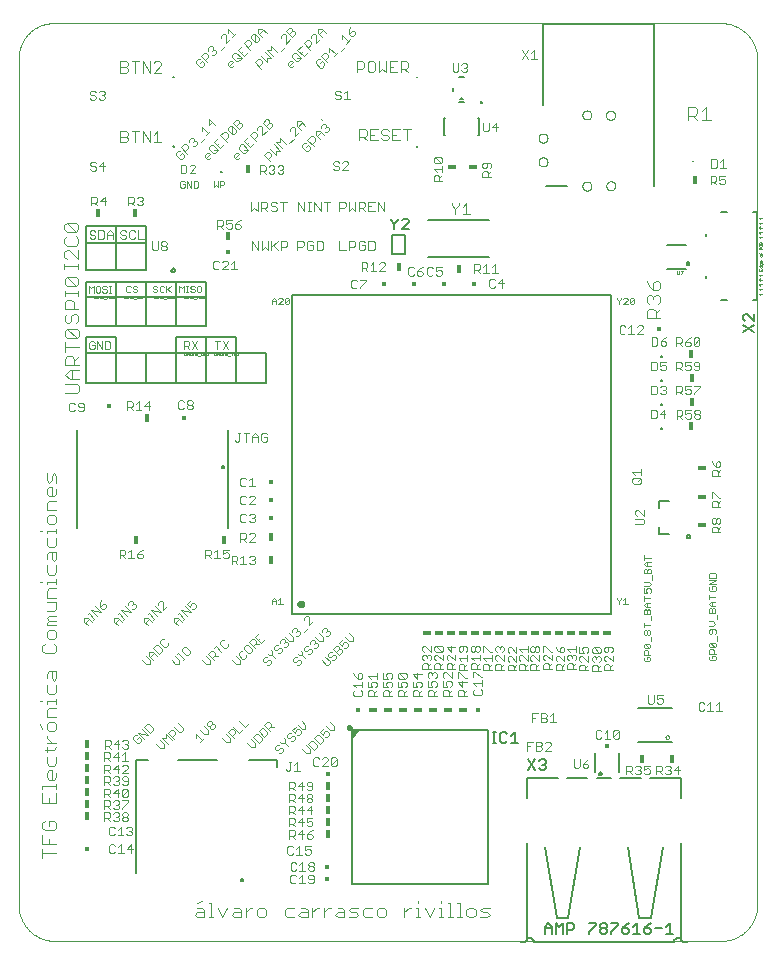
<source format=gto>
G75*
%MOIN*%
%OFA0B0*%
%FSLAX25Y25*%
%IPPOS*%
%LPD*%
%AMOC8*
5,1,8,0,0,1.08239X$1,22.5*
%
%ADD10C,0.00200*%
%ADD11C,0.00400*%
%ADD12C,0.00300*%
%ADD13C,0.00600*%
%ADD14C,0.00000*%
%ADD15C,0.00500*%
%ADD16C,0.01200*%
%ADD17C,0.00150*%
%ADD18C,0.00100*%
%ADD19C,0.01612*%
%ADD20R,0.01600X0.02800*%
%ADD21C,0.00800*%
%ADD22R,0.02800X0.01600*%
%ADD23C,0.00787*%
%ADD24C,0.00984*%
D10*
X0120590Y0118379D02*
X0121911Y0117058D01*
X0122572Y0117058D01*
X0123232Y0117719D01*
X0123232Y0118379D01*
X0122572Y0119040D01*
X0121911Y0118379D01*
X0120590Y0118379D02*
X0120590Y0119040D01*
X0121251Y0119700D01*
X0121911Y0119700D01*
X0122213Y0120663D02*
X0125516Y0120002D01*
X0123534Y0121984D01*
X0124167Y0122616D02*
X0125157Y0123607D01*
X0125818Y0123607D01*
X0127139Y0122286D01*
X0127139Y0121625D01*
X0126148Y0120635D01*
X0124167Y0122616D01*
X0122213Y0120663D02*
X0124195Y0118681D01*
X0128314Y0116763D02*
X0129635Y0115442D01*
X0130956Y0115442D01*
X0130956Y0116763D01*
X0129635Y0118084D01*
X0130267Y0118716D02*
X0131588Y0118716D01*
X0131588Y0120037D01*
X0133569Y0118056D01*
X0134202Y0118688D02*
X0132220Y0120670D01*
X0133211Y0121661D01*
X0133871Y0121661D01*
X0134532Y0121000D01*
X0134532Y0120339D01*
X0133541Y0119349D01*
X0135825Y0120972D02*
X0136485Y0120972D01*
X0137146Y0121632D01*
X0137146Y0122293D01*
X0135494Y0123944D01*
X0134173Y0122623D02*
X0135825Y0120972D01*
X0132248Y0116735D02*
X0130267Y0118716D01*
X0141628Y0118956D02*
X0141628Y0120277D01*
X0143609Y0118296D01*
X0142949Y0117635D02*
X0144270Y0118956D01*
X0144241Y0120249D02*
X0145562Y0120249D01*
X0145562Y0121570D01*
X0144241Y0122891D01*
X0145204Y0123193D02*
X0145534Y0122863D01*
X0146195Y0122863D01*
X0146855Y0123523D01*
X0147516Y0123523D01*
X0147846Y0123193D01*
X0147846Y0122532D01*
X0147185Y0121872D01*
X0146525Y0121872D01*
X0146195Y0122202D01*
X0146195Y0122863D01*
X0146855Y0123523D02*
X0146855Y0124184D01*
X0146525Y0124514D01*
X0145864Y0124514D01*
X0145204Y0123854D01*
X0145204Y0123193D01*
X0142920Y0121570D02*
X0144241Y0120249D01*
X0150214Y0118763D02*
X0151535Y0117442D01*
X0152856Y0117442D01*
X0152856Y0118763D01*
X0151535Y0120084D01*
X0152167Y0120716D02*
X0153158Y0121707D01*
X0153818Y0121707D01*
X0154479Y0121047D01*
X0154479Y0120386D01*
X0153488Y0119395D01*
X0154148Y0118735D02*
X0152167Y0120716D01*
X0154120Y0122670D02*
X0156102Y0120688D01*
X0157423Y0122009D01*
X0158055Y0122641D02*
X0156073Y0124623D01*
X0158055Y0122641D02*
X0159376Y0123962D01*
X0162467Y0121109D02*
X0164448Y0119127D01*
X0165439Y0120118D01*
X0165439Y0120779D01*
X0164118Y0122100D01*
X0163457Y0122100D01*
X0162467Y0121109D01*
X0162165Y0120147D02*
X0161504Y0120147D01*
X0160513Y0119156D01*
X0162495Y0117174D01*
X0163486Y0118165D01*
X0163486Y0118826D01*
X0162165Y0120147D01*
X0159881Y0118524D02*
X0161202Y0117203D01*
X0161202Y0115881D01*
X0159881Y0115881D01*
X0158560Y0117203D01*
X0164420Y0123062D02*
X0165411Y0124053D01*
X0166071Y0124053D01*
X0166732Y0123393D01*
X0166732Y0122732D01*
X0165741Y0121741D01*
X0166401Y0121081D02*
X0164420Y0123062D01*
X0166401Y0122402D02*
X0167722Y0122402D01*
X0170934Y0118791D02*
X0171265Y0118461D01*
X0171265Y0117140D01*
X0172255Y0116149D01*
X0171265Y0117140D02*
X0169944Y0117140D01*
X0169613Y0117470D01*
X0169311Y0116508D02*
X0168651Y0116508D01*
X0167990Y0115847D01*
X0167990Y0115186D01*
X0168321Y0114856D01*
X0168981Y0114856D01*
X0169642Y0115517D01*
X0170302Y0115517D01*
X0170632Y0115186D01*
X0170632Y0114526D01*
X0169972Y0113865D01*
X0169311Y0113865D01*
X0173218Y0117772D02*
X0173878Y0117772D01*
X0174539Y0118432D01*
X0174539Y0119093D01*
X0174209Y0119423D01*
X0173548Y0119423D01*
X0172888Y0118763D01*
X0172227Y0118763D01*
X0171897Y0119093D01*
X0171897Y0119754D01*
X0172557Y0120414D01*
X0173218Y0120414D01*
X0173520Y0121377D02*
X0174511Y0120386D01*
X0174841Y0121377D01*
X0175171Y0121707D01*
X0175832Y0121707D01*
X0176492Y0121046D01*
X0176492Y0120386D01*
X0175832Y0119725D01*
X0175171Y0119725D01*
X0173520Y0121377D02*
X0174841Y0122698D01*
X0175473Y0123330D02*
X0176794Y0122009D01*
X0178115Y0122009D01*
X0178115Y0123330D01*
X0176794Y0124651D01*
X0181904Y0119953D02*
X0180913Y0118963D01*
X0182895Y0116981D01*
X0183885Y0117972D01*
X0183885Y0118632D01*
X0182564Y0119953D01*
X0181904Y0119953D01*
X0182866Y0120916D02*
X0183857Y0119925D01*
X0184187Y0120916D01*
X0184518Y0121246D01*
X0185178Y0121246D01*
X0185839Y0120586D01*
X0185839Y0119925D01*
X0185178Y0119265D01*
X0184518Y0119265D01*
X0182866Y0120916D02*
X0184187Y0122237D01*
X0184820Y0122869D02*
X0186141Y0121548D01*
X0187462Y0121548D01*
X0187462Y0122869D01*
X0186141Y0124190D01*
X0180611Y0118000D02*
X0181932Y0116679D01*
X0181932Y0116019D01*
X0180941Y0115028D01*
X0178960Y0117009D01*
X0179951Y0118000D01*
X0180611Y0118000D01*
X0178327Y0116377D02*
X0179649Y0115056D01*
X0179649Y0113735D01*
X0178327Y0113735D01*
X0177006Y0115056D01*
X0175825Y0143098D02*
X0175165Y0143098D01*
X0175825Y0143098D02*
X0176486Y0143758D01*
X0176486Y0144419D01*
X0176156Y0144749D01*
X0175495Y0144749D01*
X0174835Y0144088D01*
X0174174Y0144088D01*
X0173844Y0144419D01*
X0173844Y0145079D01*
X0174504Y0145740D01*
X0175165Y0145740D01*
X0175797Y0146372D02*
X0177118Y0146372D01*
X0178109Y0145381D01*
X0177118Y0146372D02*
X0177118Y0147693D01*
X0176788Y0148023D01*
X0177750Y0148325D02*
X0178081Y0147995D01*
X0178741Y0147995D01*
X0179402Y0148655D01*
X0180062Y0148655D01*
X0180392Y0148325D01*
X0180392Y0147665D01*
X0179732Y0147004D01*
X0179071Y0147004D01*
X0177750Y0148325D02*
X0177750Y0148986D01*
X0178411Y0149646D01*
X0179071Y0149646D01*
X0179704Y0150279D02*
X0179704Y0150939D01*
X0180364Y0151600D01*
X0181025Y0151600D01*
X0181355Y0151269D01*
X0181355Y0150609D01*
X0182015Y0150609D01*
X0182346Y0150279D01*
X0182346Y0149618D01*
X0181685Y0148957D01*
X0181025Y0148957D01*
X0181025Y0150279D02*
X0181355Y0150609D01*
X0182648Y0151241D02*
X0181327Y0152562D01*
X0182648Y0151241D02*
X0183969Y0151241D01*
X0183969Y0152562D01*
X0182648Y0153883D01*
X0183610Y0154185D02*
X0183610Y0154846D01*
X0184271Y0155506D01*
X0184931Y0155506D01*
X0185262Y0155176D01*
X0185262Y0154515D01*
X0185922Y0154515D01*
X0186252Y0154185D01*
X0186252Y0153525D01*
X0185592Y0152864D01*
X0184931Y0152864D01*
X0184931Y0154185D02*
X0185262Y0154515D01*
X0188357Y0149600D02*
X0189018Y0149600D01*
X0189348Y0149270D01*
X0189348Y0148609D01*
X0188357Y0147618D01*
X0188055Y0146656D02*
X0188386Y0146326D01*
X0188386Y0145665D01*
X0187725Y0145004D01*
X0187065Y0145004D01*
X0186432Y0144372D02*
X0184781Y0146024D01*
X0185744Y0146326D02*
X0186074Y0145995D01*
X0186734Y0145995D01*
X0187395Y0146656D01*
X0188055Y0146656D01*
X0189348Y0146627D02*
X0187367Y0148609D01*
X0188357Y0149600D01*
X0189320Y0150562D02*
X0190641Y0151883D01*
X0191273Y0152516D02*
X0192594Y0151195D01*
X0193915Y0151195D01*
X0193915Y0152516D01*
X0192594Y0153837D01*
X0191632Y0150893D02*
X0192292Y0150232D01*
X0192292Y0149572D01*
X0191632Y0148911D01*
X0190971Y0148911D01*
X0190339Y0148279D02*
X0190339Y0147618D01*
X0189348Y0146627D01*
X0190339Y0148279D02*
X0190009Y0148609D01*
X0189348Y0148609D01*
X0190311Y0149572D02*
X0190641Y0150562D01*
X0190971Y0150893D01*
X0191632Y0150893D01*
X0190311Y0149572D02*
X0189320Y0150562D01*
X0187065Y0147647D02*
X0186404Y0147647D01*
X0185744Y0146986D01*
X0185744Y0146326D01*
X0186432Y0144372D02*
X0186432Y0143712D01*
X0185772Y0143051D01*
X0185111Y0143051D01*
X0183460Y0144703D01*
X0175797Y0146372D02*
X0175467Y0146702D01*
X0172339Y0149725D02*
X0171678Y0149065D01*
X0171018Y0149065D01*
X0170385Y0148432D02*
X0170385Y0147772D01*
X0169725Y0147111D01*
X0169064Y0147111D01*
X0168734Y0148102D02*
X0169395Y0148763D01*
X0170055Y0148763D01*
X0170385Y0148432D01*
X0168734Y0148102D02*
X0168074Y0148102D01*
X0167743Y0148432D01*
X0167743Y0149093D01*
X0168404Y0149753D01*
X0169064Y0149753D01*
X0169697Y0150386D02*
X0169697Y0151046D01*
X0170357Y0151707D01*
X0171018Y0151707D01*
X0171348Y0151376D01*
X0171348Y0150716D01*
X0172008Y0150716D01*
X0172339Y0150386D01*
X0172339Y0149725D01*
X0171348Y0150716D02*
X0171018Y0150386D01*
X0172641Y0151348D02*
X0171320Y0152669D01*
X0172641Y0151348D02*
X0173962Y0151348D01*
X0173962Y0152669D01*
X0172641Y0153990D01*
X0173603Y0154292D02*
X0173603Y0154953D01*
X0174264Y0155613D01*
X0174924Y0155613D01*
X0175254Y0155283D01*
X0175254Y0154622D01*
X0175915Y0154622D01*
X0176245Y0154292D01*
X0176245Y0153632D01*
X0175585Y0152971D01*
X0174924Y0152971D01*
X0174924Y0154292D02*
X0175254Y0154622D01*
X0177538Y0154264D02*
X0178859Y0155585D01*
X0179161Y0156547D02*
X0179161Y0159190D01*
X0178831Y0159520D01*
X0178170Y0159520D01*
X0177510Y0158859D01*
X0177510Y0158199D01*
X0179161Y0156547D02*
X0180482Y0157868D01*
X0170473Y0163433D02*
X0169005Y0163433D01*
X0169739Y0163433D02*
X0169739Y0165635D01*
X0169005Y0164901D01*
X0168263Y0164901D02*
X0168263Y0163433D01*
X0168263Y0164534D02*
X0166795Y0164534D01*
X0166795Y0164901D02*
X0167529Y0165635D01*
X0168263Y0164901D01*
X0166795Y0164901D02*
X0166795Y0163433D01*
X0162648Y0153990D02*
X0161327Y0152669D01*
X0163308Y0150688D01*
X0164629Y0152009D01*
X0162978Y0152339D02*
X0162317Y0151678D01*
X0161685Y0151046D02*
X0161685Y0150386D01*
X0160694Y0149395D01*
X0161355Y0150055D02*
X0162676Y0150055D01*
X0161685Y0151046D02*
X0161025Y0151707D01*
X0160364Y0151707D01*
X0159373Y0150716D01*
X0161355Y0148734D01*
X0160392Y0148432D02*
X0159071Y0149753D01*
X0158411Y0149753D01*
X0157750Y0149093D01*
X0157750Y0148432D01*
X0159071Y0147111D01*
X0159732Y0147111D01*
X0160392Y0147772D01*
X0160392Y0148432D01*
X0158439Y0146479D02*
X0158439Y0145819D01*
X0157779Y0145158D01*
X0157118Y0145158D01*
X0155797Y0146479D01*
X0155797Y0147140D01*
X0156458Y0147800D01*
X0157118Y0147800D01*
X0154835Y0146177D02*
X0156156Y0144856D01*
X0156156Y0143535D01*
X0154835Y0143535D01*
X0153514Y0144856D01*
X0150109Y0147388D02*
X0148127Y0149370D01*
X0147467Y0148709D02*
X0148788Y0150030D01*
X0149750Y0150332D02*
X0151071Y0149011D01*
X0151732Y0149011D01*
X0152392Y0149672D01*
X0152392Y0150332D01*
X0151071Y0151653D02*
X0150411Y0151653D01*
X0149750Y0150993D01*
X0149750Y0150332D01*
X0147165Y0147747D02*
X0147825Y0147086D01*
X0147825Y0146426D01*
X0146834Y0145435D01*
X0146202Y0144803D02*
X0144881Y0146124D01*
X0145513Y0146756D02*
X0146504Y0147747D01*
X0147165Y0147747D01*
X0147495Y0146095D02*
X0148816Y0146095D01*
X0147495Y0144774D02*
X0145513Y0146756D01*
X0146202Y0144803D02*
X0146202Y0143481D01*
X0144881Y0143481D01*
X0143560Y0144803D01*
X0139688Y0147067D02*
X0139688Y0147728D01*
X0138367Y0149049D01*
X0137706Y0149049D01*
X0137046Y0148388D01*
X0137046Y0147728D01*
X0138367Y0146407D01*
X0139027Y0146407D01*
X0139688Y0147067D01*
X0138055Y0145435D02*
X0137395Y0144774D01*
X0137725Y0145104D02*
X0135744Y0147086D01*
X0136074Y0147416D02*
X0135413Y0146756D01*
X0134781Y0146124D02*
X0136102Y0144803D01*
X0136102Y0143481D01*
X0134781Y0143481D01*
X0133460Y0144803D01*
X0130385Y0147765D02*
X0130385Y0148425D01*
X0129064Y0149746D01*
X0128404Y0149746D01*
X0127413Y0148755D01*
X0129395Y0146774D01*
X0130385Y0147765D01*
X0131018Y0149057D02*
X0131678Y0149057D01*
X0132339Y0149718D01*
X0132339Y0150379D01*
X0131018Y0151700D02*
X0130357Y0151700D01*
X0129697Y0151039D01*
X0129697Y0150379D01*
X0131018Y0149057D01*
X0128762Y0146142D02*
X0127441Y0147463D01*
X0126120Y0147463D01*
X0126120Y0146142D01*
X0127441Y0144821D01*
X0126149Y0144849D02*
X0124827Y0146170D01*
X0126451Y0145811D02*
X0127772Y0147132D01*
X0126149Y0144849D02*
X0126149Y0143528D01*
X0124827Y0143528D01*
X0123506Y0144849D01*
X0125495Y0156374D02*
X0124174Y0157696D01*
X0124174Y0159017D01*
X0125495Y0159017D01*
X0126816Y0157696D01*
X0127448Y0158328D02*
X0128109Y0158988D01*
X0127779Y0158658D02*
X0125797Y0160640D01*
X0126127Y0160970D02*
X0125467Y0160309D01*
X0125825Y0158686D02*
X0124504Y0157365D01*
X0126769Y0161612D02*
X0130072Y0160951D01*
X0128090Y0162933D01*
X0129053Y0163235D02*
X0129053Y0163895D01*
X0129713Y0164556D01*
X0130374Y0164556D01*
X0130704Y0164225D01*
X0130704Y0161583D01*
X0132025Y0162904D01*
X0135467Y0160309D02*
X0136127Y0160970D01*
X0135797Y0160640D02*
X0137779Y0158658D01*
X0138109Y0158988D02*
X0137448Y0158328D01*
X0136816Y0157696D02*
X0135495Y0159017D01*
X0134174Y0159017D01*
X0134174Y0157696D01*
X0135495Y0156374D01*
X0134504Y0157365D02*
X0135825Y0158686D01*
X0136769Y0161612D02*
X0140072Y0160951D01*
X0138090Y0162933D01*
X0138722Y0163565D02*
X0139713Y0162574D01*
X0140043Y0163565D01*
X0140374Y0163895D01*
X0141034Y0163895D01*
X0141695Y0163235D01*
X0141695Y0162574D01*
X0141034Y0161913D01*
X0140374Y0161913D01*
X0138722Y0163565D02*
X0140043Y0164886D01*
X0136769Y0161612D02*
X0138751Y0159630D01*
X0128751Y0159630D02*
X0126769Y0161612D01*
X0121695Y0162574D02*
X0121034Y0161913D01*
X0120374Y0161913D01*
X0120072Y0160951D02*
X0118090Y0162933D01*
X0119053Y0163235D02*
X0119053Y0163895D01*
X0119713Y0164556D01*
X0120374Y0164556D01*
X0120704Y0164225D01*
X0120704Y0163565D01*
X0121364Y0163565D01*
X0121695Y0163235D01*
X0121695Y0162574D01*
X0120704Y0163565D02*
X0120374Y0163235D01*
X0120072Y0160951D02*
X0116769Y0161612D01*
X0118751Y0159630D01*
X0118109Y0158988D02*
X0117448Y0158328D01*
X0117779Y0158658D02*
X0115797Y0160640D01*
X0116127Y0160970D02*
X0115467Y0160309D01*
X0115495Y0159017D02*
X0116816Y0157696D01*
X0115825Y0158686D02*
X0114504Y0157365D01*
X0114174Y0157696D02*
X0114174Y0159017D01*
X0115495Y0159017D01*
X0114174Y0157696D02*
X0115495Y0156374D01*
X0110072Y0160951D02*
X0108090Y0162933D01*
X0109713Y0162574D02*
X0110374Y0161913D01*
X0111034Y0161913D01*
X0111695Y0162574D01*
X0111695Y0163235D01*
X0111364Y0163565D01*
X0110704Y0163565D01*
X0109713Y0162574D01*
X0109713Y0163895D01*
X0110043Y0164886D01*
X0110072Y0160951D02*
X0106769Y0161612D01*
X0108751Y0159630D01*
X0108109Y0158988D02*
X0107448Y0158328D01*
X0107779Y0158658D02*
X0105797Y0160640D01*
X0106127Y0160970D02*
X0105467Y0160309D01*
X0105495Y0159017D02*
X0106816Y0157696D01*
X0105825Y0158686D02*
X0104504Y0157365D01*
X0104174Y0157696D02*
X0104174Y0159017D01*
X0105495Y0159017D01*
X0104174Y0157696D02*
X0105495Y0156374D01*
X0163837Y0145186D02*
X0163837Y0144526D01*
X0164167Y0144196D01*
X0164827Y0144196D01*
X0165488Y0144856D01*
X0166149Y0144856D01*
X0166479Y0144526D01*
X0166479Y0143865D01*
X0165818Y0143205D01*
X0165158Y0143205D01*
X0163837Y0145186D02*
X0164497Y0145847D01*
X0165158Y0145847D01*
X0165790Y0146479D02*
X0167111Y0146479D01*
X0168102Y0145488D01*
X0167111Y0146479D02*
X0167111Y0147800D01*
X0166781Y0148130D01*
X0165460Y0146809D02*
X0165790Y0146479D01*
X0152208Y0248533D02*
X0150473Y0251135D01*
X0149630Y0251135D02*
X0147895Y0251135D01*
X0148763Y0251135D02*
X0148763Y0248533D01*
X0150473Y0248533D02*
X0152208Y0251135D01*
X0141908Y0251135D02*
X0140173Y0248533D01*
X0139330Y0248533D02*
X0138463Y0249400D01*
X0138896Y0249400D02*
X0137595Y0249400D01*
X0137595Y0248533D02*
X0137595Y0251135D01*
X0138896Y0251135D01*
X0139330Y0250702D01*
X0139330Y0249834D01*
X0138896Y0249400D01*
X0140173Y0251135D02*
X0141908Y0248533D01*
X0142355Y0267433D02*
X0143089Y0267433D01*
X0143456Y0267800D01*
X0143456Y0269268D01*
X0143089Y0269635D01*
X0142355Y0269635D01*
X0141988Y0269268D01*
X0141988Y0267800D01*
X0142355Y0267433D01*
X0141246Y0267800D02*
X0140879Y0267433D01*
X0140145Y0267433D01*
X0139778Y0267800D01*
X0140145Y0268534D02*
X0139778Y0268901D01*
X0139778Y0269268D01*
X0140145Y0269635D01*
X0140879Y0269635D01*
X0141246Y0269268D01*
X0140879Y0268534D02*
X0141246Y0268167D01*
X0141246Y0267800D01*
X0140879Y0268534D02*
X0140145Y0268534D01*
X0139039Y0267433D02*
X0138305Y0267433D01*
X0138672Y0267433D02*
X0138672Y0269635D01*
X0138305Y0269635D02*
X0139039Y0269635D01*
X0137563Y0269635D02*
X0137563Y0267433D01*
X0136095Y0267433D02*
X0136095Y0269635D01*
X0136829Y0268901D01*
X0137563Y0269635D01*
X0133183Y0269635D02*
X0131715Y0268167D01*
X0132082Y0268534D02*
X0133183Y0267433D01*
X0131715Y0267433D02*
X0131715Y0269635D01*
X0130973Y0269268D02*
X0130606Y0269635D01*
X0129872Y0269635D01*
X0129505Y0269268D01*
X0129505Y0267800D01*
X0129872Y0267433D01*
X0130606Y0267433D01*
X0130973Y0267800D01*
X0128763Y0267800D02*
X0128396Y0267433D01*
X0127662Y0267433D01*
X0127295Y0267800D01*
X0127662Y0268534D02*
X0128396Y0268534D01*
X0128763Y0268167D01*
X0128763Y0267800D01*
X0127662Y0268534D02*
X0127295Y0268901D01*
X0127295Y0269268D01*
X0127662Y0269635D01*
X0128396Y0269635D01*
X0128763Y0269268D01*
X0122073Y0269268D02*
X0121706Y0269635D01*
X0120972Y0269635D01*
X0120605Y0269268D01*
X0120605Y0268901D01*
X0120972Y0268534D01*
X0121706Y0268534D01*
X0122073Y0268167D01*
X0122073Y0267800D01*
X0121706Y0267433D01*
X0120972Y0267433D01*
X0120605Y0267800D01*
X0119863Y0267800D02*
X0119496Y0267433D01*
X0118762Y0267433D01*
X0118395Y0267800D01*
X0118395Y0269268D01*
X0118762Y0269635D01*
X0119496Y0269635D01*
X0119863Y0269268D01*
X0113359Y0269535D02*
X0112625Y0269535D01*
X0112992Y0269535D02*
X0112992Y0267333D01*
X0112625Y0267333D02*
X0113359Y0267333D01*
X0111883Y0267700D02*
X0111516Y0267333D01*
X0110782Y0267333D01*
X0110415Y0267700D01*
X0109673Y0267700D02*
X0109673Y0269168D01*
X0109306Y0269535D01*
X0108572Y0269535D01*
X0108205Y0269168D01*
X0108205Y0267700D01*
X0108572Y0267333D01*
X0109306Y0267333D01*
X0109673Y0267700D01*
X0110415Y0268801D02*
X0110782Y0268434D01*
X0111516Y0268434D01*
X0111883Y0268067D01*
X0111883Y0267700D01*
X0111883Y0269168D02*
X0111516Y0269535D01*
X0110782Y0269535D01*
X0110415Y0269168D01*
X0110415Y0268801D01*
X0107463Y0269535D02*
X0107463Y0267333D01*
X0105995Y0267333D02*
X0105995Y0269535D01*
X0106729Y0268801D01*
X0107463Y0269535D01*
X0107396Y0251035D02*
X0106529Y0251035D01*
X0106095Y0250602D01*
X0106095Y0248867D01*
X0106529Y0248433D01*
X0107396Y0248433D01*
X0107830Y0248867D01*
X0107830Y0249734D01*
X0106963Y0249734D01*
X0107830Y0250602D02*
X0107396Y0251035D01*
X0108673Y0251035D02*
X0110408Y0248433D01*
X0110408Y0251035D01*
X0111252Y0251035D02*
X0112553Y0251035D01*
X0112986Y0250602D01*
X0112986Y0248867D01*
X0112553Y0248433D01*
X0111252Y0248433D01*
X0111252Y0251035D01*
X0108673Y0251035D02*
X0108673Y0248433D01*
X0136762Y0302333D02*
X0136395Y0302700D01*
X0136395Y0304168D01*
X0136762Y0304535D01*
X0137496Y0304535D01*
X0137863Y0304168D01*
X0137863Y0303434D02*
X0137129Y0303434D01*
X0137863Y0303434D02*
X0137863Y0302700D01*
X0137496Y0302333D01*
X0136762Y0302333D01*
X0138605Y0302333D02*
X0138605Y0304535D01*
X0140073Y0302333D01*
X0140073Y0304535D01*
X0140815Y0304535D02*
X0141916Y0304535D01*
X0142283Y0304168D01*
X0142283Y0302700D01*
X0141916Y0302333D01*
X0140815Y0302333D01*
X0140815Y0304535D01*
X0167529Y0265635D02*
X0168263Y0264901D01*
X0168263Y0263433D01*
X0169005Y0263433D02*
X0170473Y0264901D01*
X0170473Y0265268D01*
X0170106Y0265635D01*
X0169372Y0265635D01*
X0169005Y0265268D01*
X0168263Y0264534D02*
X0166795Y0264534D01*
X0166795Y0264901D02*
X0167529Y0265635D01*
X0166795Y0264901D02*
X0166795Y0263433D01*
X0169005Y0263433D02*
X0170473Y0263433D01*
X0171215Y0263800D02*
X0172683Y0265268D01*
X0172683Y0263800D01*
X0172316Y0263433D01*
X0171582Y0263433D01*
X0171215Y0263800D01*
X0171215Y0265268D01*
X0171582Y0265635D01*
X0172316Y0265635D01*
X0172683Y0265268D01*
X0281795Y0265268D02*
X0282529Y0264534D01*
X0282529Y0263433D01*
X0282529Y0264534D02*
X0283263Y0265268D01*
X0283263Y0265635D01*
X0284005Y0265268D02*
X0284372Y0265635D01*
X0285106Y0265635D01*
X0285473Y0265268D01*
X0285473Y0264901D01*
X0284005Y0263433D01*
X0285473Y0263433D01*
X0286215Y0263800D02*
X0287683Y0265268D01*
X0287683Y0263800D01*
X0287316Y0263433D01*
X0286582Y0263433D01*
X0286215Y0263800D01*
X0286215Y0265268D01*
X0286582Y0265635D01*
X0287316Y0265635D01*
X0287683Y0265268D01*
X0281795Y0265268D02*
X0281795Y0265635D01*
X0291000Y0179750D02*
X0291000Y0178282D01*
X0291000Y0179016D02*
X0293202Y0179016D01*
X0293202Y0177541D02*
X0291734Y0177541D01*
X0291000Y0176807D01*
X0291734Y0176073D01*
X0293202Y0176073D01*
X0292835Y0175331D02*
X0293202Y0174964D01*
X0293202Y0173863D01*
X0291000Y0173863D01*
X0291000Y0174964D01*
X0291367Y0175331D01*
X0291734Y0175331D01*
X0292101Y0174964D01*
X0292101Y0173863D01*
X0292101Y0174964D02*
X0292468Y0175331D01*
X0292835Y0175331D01*
X0292101Y0176073D02*
X0292101Y0177541D01*
X0293569Y0173121D02*
X0293569Y0171653D01*
X0292468Y0170911D02*
X0291000Y0170911D01*
X0291000Y0169443D02*
X0292468Y0169443D01*
X0293202Y0170177D01*
X0292468Y0170911D01*
X0292101Y0168701D02*
X0292835Y0168701D01*
X0293202Y0168334D01*
X0293202Y0167600D01*
X0292835Y0167233D01*
X0292101Y0167233D02*
X0291734Y0167967D01*
X0291734Y0168334D01*
X0292101Y0168701D01*
X0291000Y0168701D02*
X0291000Y0167233D01*
X0292101Y0167233D01*
X0290886Y0166141D02*
X0290886Y0164673D01*
X0290886Y0165407D02*
X0293088Y0165407D01*
X0293088Y0163931D02*
X0291620Y0163931D01*
X0290886Y0163197D01*
X0291620Y0162463D01*
X0293088Y0162463D01*
X0292721Y0161721D02*
X0293088Y0161354D01*
X0293088Y0160253D01*
X0290886Y0160253D01*
X0290886Y0161354D01*
X0291253Y0161721D01*
X0291620Y0161721D01*
X0291987Y0161354D01*
X0291987Y0160253D01*
X0291987Y0161354D02*
X0292354Y0161721D01*
X0292721Y0161721D01*
X0291987Y0162463D02*
X0291987Y0163931D01*
X0293455Y0159511D02*
X0293455Y0158043D01*
X0293088Y0156567D02*
X0290886Y0156567D01*
X0290886Y0155833D02*
X0290886Y0157301D01*
X0291253Y0154741D02*
X0291620Y0154741D01*
X0291987Y0154374D01*
X0291987Y0153640D01*
X0291620Y0153273D01*
X0291253Y0153273D01*
X0290886Y0153640D01*
X0290886Y0154374D01*
X0291253Y0154741D01*
X0291987Y0154374D02*
X0292354Y0154741D01*
X0292721Y0154741D01*
X0293088Y0154374D01*
X0293088Y0153640D01*
X0292721Y0153273D01*
X0292354Y0153273D01*
X0291987Y0153640D01*
X0293455Y0152531D02*
X0293455Y0151063D01*
X0292721Y0150321D02*
X0293088Y0149954D01*
X0293088Y0149220D01*
X0292721Y0148853D01*
X0291253Y0150321D01*
X0292721Y0150321D01*
X0291253Y0150321D02*
X0290886Y0149954D01*
X0290886Y0149220D01*
X0291253Y0148853D01*
X0292721Y0148853D01*
X0291987Y0148111D02*
X0292354Y0147744D01*
X0292354Y0146643D01*
X0293088Y0146643D02*
X0290886Y0146643D01*
X0290886Y0147744D01*
X0291253Y0148111D01*
X0291987Y0148111D01*
X0291987Y0145901D02*
X0291987Y0145167D01*
X0291987Y0145901D02*
X0292721Y0145901D01*
X0293088Y0145534D01*
X0293088Y0144800D01*
X0292721Y0144433D01*
X0291253Y0144433D01*
X0290886Y0144800D01*
X0290886Y0145534D01*
X0291253Y0145901D01*
X0285473Y0163433D02*
X0284005Y0163433D01*
X0284739Y0163433D02*
X0284739Y0165635D01*
X0284005Y0164901D01*
X0283263Y0165268D02*
X0283263Y0165635D01*
X0283263Y0165268D02*
X0282529Y0164534D01*
X0282529Y0163433D01*
X0282529Y0164534D02*
X0281795Y0165268D01*
X0281795Y0165635D01*
X0312586Y0165807D02*
X0314788Y0165807D01*
X0314788Y0164331D02*
X0313320Y0164331D01*
X0312586Y0163597D01*
X0313320Y0162863D01*
X0314788Y0162863D01*
X0314421Y0162121D02*
X0314788Y0161754D01*
X0314788Y0160653D01*
X0312586Y0160653D01*
X0312586Y0161754D01*
X0312953Y0162121D01*
X0313320Y0162121D01*
X0313687Y0161754D01*
X0313687Y0160653D01*
X0313687Y0161754D02*
X0314054Y0162121D01*
X0314421Y0162121D01*
X0313687Y0162863D02*
X0313687Y0164331D01*
X0312586Y0165073D02*
X0312586Y0166541D01*
X0313053Y0167933D02*
X0314521Y0167933D01*
X0314888Y0168300D01*
X0314888Y0169034D01*
X0314521Y0169401D01*
X0313787Y0169401D01*
X0313787Y0168667D01*
X0313053Y0167933D02*
X0312686Y0168300D01*
X0312686Y0169034D01*
X0313053Y0169401D01*
X0312686Y0170143D02*
X0314888Y0171611D01*
X0312686Y0171611D01*
X0312686Y0172353D02*
X0312686Y0173454D01*
X0313053Y0173821D01*
X0314521Y0173821D01*
X0314888Y0173454D01*
X0314888Y0172353D01*
X0312686Y0172353D01*
X0312686Y0170143D02*
X0314888Y0170143D01*
X0315155Y0159911D02*
X0315155Y0158443D01*
X0314054Y0157701D02*
X0312586Y0157701D01*
X0312586Y0156233D02*
X0314054Y0156233D01*
X0314788Y0156967D01*
X0314054Y0157701D01*
X0313787Y0155041D02*
X0313787Y0153940D01*
X0313420Y0153573D01*
X0313053Y0153573D01*
X0312686Y0153940D01*
X0312686Y0154674D01*
X0313053Y0155041D01*
X0314521Y0155041D01*
X0314888Y0154674D01*
X0314888Y0153940D01*
X0314521Y0153573D01*
X0315255Y0152831D02*
X0315255Y0151363D01*
X0314521Y0150621D02*
X0314888Y0150254D01*
X0314888Y0149520D01*
X0314521Y0149153D01*
X0313053Y0150621D01*
X0314521Y0150621D01*
X0313053Y0150621D02*
X0312686Y0150254D01*
X0312686Y0149520D01*
X0313053Y0149153D01*
X0314521Y0149153D01*
X0313787Y0148411D02*
X0314154Y0148044D01*
X0314154Y0146943D01*
X0314888Y0146943D02*
X0312686Y0146943D01*
X0312686Y0148044D01*
X0313053Y0148411D01*
X0313787Y0148411D01*
X0313787Y0146201D02*
X0313787Y0145467D01*
X0313787Y0146201D02*
X0314521Y0146201D01*
X0314888Y0145834D01*
X0314888Y0145100D01*
X0314521Y0144733D01*
X0313053Y0144733D01*
X0312686Y0145100D01*
X0312686Y0145834D01*
X0313053Y0146201D01*
D11*
X0298118Y0119167D02*
X0298120Y0119216D01*
X0298126Y0119265D01*
X0298135Y0119313D01*
X0298149Y0119360D01*
X0298166Y0119406D01*
X0298187Y0119450D01*
X0298211Y0119493D01*
X0298239Y0119534D01*
X0298269Y0119572D01*
X0298303Y0119608D01*
X0298339Y0119641D01*
X0298378Y0119670D01*
X0298419Y0119697D01*
X0298463Y0119721D01*
X0298507Y0119740D01*
X0298554Y0119757D01*
X0298601Y0119769D01*
X0298649Y0119778D01*
X0298698Y0119783D01*
X0298747Y0119784D01*
X0298796Y0119781D01*
X0298845Y0119774D01*
X0298893Y0119764D01*
X0298940Y0119749D01*
X0298985Y0119731D01*
X0299029Y0119709D01*
X0299071Y0119684D01*
X0299111Y0119656D01*
X0299149Y0119624D01*
X0299184Y0119590D01*
X0299216Y0119553D01*
X0299245Y0119514D01*
X0299271Y0119472D01*
X0299294Y0119428D01*
X0299313Y0119383D01*
X0299328Y0119337D01*
X0299340Y0119289D01*
X0299348Y0119240D01*
X0299352Y0119192D01*
X0299352Y0119142D01*
X0299348Y0119094D01*
X0299340Y0119045D01*
X0299328Y0118997D01*
X0299313Y0118951D01*
X0299294Y0118906D01*
X0299271Y0118862D01*
X0299245Y0118820D01*
X0299216Y0118781D01*
X0299184Y0118744D01*
X0299149Y0118710D01*
X0299111Y0118678D01*
X0299071Y0118650D01*
X0299029Y0118625D01*
X0298985Y0118603D01*
X0298940Y0118585D01*
X0298893Y0118570D01*
X0298845Y0118560D01*
X0298796Y0118553D01*
X0298747Y0118550D01*
X0298698Y0118551D01*
X0298649Y0118556D01*
X0298601Y0118565D01*
X0298554Y0118577D01*
X0298507Y0118594D01*
X0298463Y0118613D01*
X0298419Y0118637D01*
X0298378Y0118664D01*
X0298339Y0118693D01*
X0298303Y0118726D01*
X0298269Y0118762D01*
X0298239Y0118800D01*
X0298211Y0118841D01*
X0298187Y0118884D01*
X0298166Y0118928D01*
X0298149Y0118974D01*
X0298135Y0119021D01*
X0298126Y0119069D01*
X0298120Y0119118D01*
X0298118Y0119167D01*
X0239460Y0062302D02*
X0237158Y0062302D01*
X0236391Y0061535D01*
X0237158Y0060768D01*
X0238693Y0060768D01*
X0239460Y0060000D01*
X0238693Y0059233D01*
X0236391Y0059233D01*
X0234856Y0060000D02*
X0234856Y0061535D01*
X0234089Y0062302D01*
X0232554Y0062302D01*
X0231787Y0061535D01*
X0231787Y0060000D01*
X0232554Y0059233D01*
X0234089Y0059233D01*
X0234856Y0060000D01*
X0230252Y0059233D02*
X0228718Y0059233D01*
X0229485Y0059233D02*
X0229485Y0063837D01*
X0228718Y0063837D01*
X0226416Y0063837D02*
X0226416Y0059233D01*
X0227183Y0059233D02*
X0225648Y0059233D01*
X0224114Y0059233D02*
X0222579Y0059233D01*
X0223347Y0059233D02*
X0223347Y0062302D01*
X0222579Y0062302D01*
X0221045Y0062302D02*
X0219510Y0059233D01*
X0217975Y0062302D01*
X0215673Y0062302D02*
X0215673Y0059233D01*
X0214906Y0059233D02*
X0216441Y0059233D01*
X0215673Y0062302D02*
X0214906Y0062302D01*
X0213371Y0062302D02*
X0212604Y0062302D01*
X0211069Y0060768D01*
X0211069Y0062302D02*
X0211069Y0059233D01*
X0215673Y0063837D02*
X0215673Y0064604D01*
X0223347Y0064604D02*
X0223347Y0063837D01*
X0225648Y0063837D02*
X0226416Y0063837D01*
X0204931Y0061535D02*
X0204931Y0060000D01*
X0204164Y0059233D01*
X0202629Y0059233D01*
X0201862Y0060000D01*
X0201862Y0061535D01*
X0202629Y0062302D01*
X0204164Y0062302D01*
X0204931Y0061535D01*
X0200327Y0062302D02*
X0198025Y0062302D01*
X0197258Y0061535D01*
X0197258Y0060000D01*
X0198025Y0059233D01*
X0200327Y0059233D01*
X0195723Y0060000D02*
X0194956Y0060768D01*
X0193421Y0060768D01*
X0192654Y0061535D01*
X0193421Y0062302D01*
X0195723Y0062302D01*
X0195723Y0060000D02*
X0194956Y0059233D01*
X0192654Y0059233D01*
X0191119Y0059233D02*
X0188817Y0059233D01*
X0188050Y0060000D01*
X0188817Y0060768D01*
X0191119Y0060768D01*
X0191119Y0061535D02*
X0191119Y0059233D01*
X0191119Y0061535D02*
X0190352Y0062302D01*
X0188817Y0062302D01*
X0186515Y0062302D02*
X0185748Y0062302D01*
X0184213Y0060768D01*
X0184213Y0062302D02*
X0184213Y0059233D01*
X0182679Y0062302D02*
X0181911Y0062302D01*
X0180377Y0060768D01*
X0180377Y0062302D02*
X0180377Y0059233D01*
X0178842Y0059233D02*
X0176540Y0059233D01*
X0175773Y0060000D01*
X0176540Y0060768D01*
X0178842Y0060768D01*
X0178842Y0061535D02*
X0178842Y0059233D01*
X0178842Y0061535D02*
X0178075Y0062302D01*
X0176540Y0062302D01*
X0174238Y0062302D02*
X0171936Y0062302D01*
X0171169Y0061535D01*
X0171169Y0060000D01*
X0171936Y0059233D01*
X0174238Y0059233D01*
X0165030Y0060000D02*
X0165030Y0061535D01*
X0164263Y0062302D01*
X0162728Y0062302D01*
X0161961Y0061535D01*
X0161961Y0060000D01*
X0162728Y0059233D01*
X0164263Y0059233D01*
X0165030Y0060000D01*
X0160426Y0062302D02*
X0159659Y0062302D01*
X0158124Y0060768D01*
X0158124Y0062302D02*
X0158124Y0059233D01*
X0156590Y0059233D02*
X0156590Y0061535D01*
X0155822Y0062302D01*
X0154288Y0062302D01*
X0154288Y0060768D02*
X0156590Y0060768D01*
X0156590Y0059233D02*
X0154288Y0059233D01*
X0153520Y0060000D01*
X0154288Y0060768D01*
X0151986Y0062302D02*
X0150451Y0059233D01*
X0148916Y0062302D01*
X0146614Y0063837D02*
X0146614Y0059233D01*
X0145847Y0059233D02*
X0147382Y0059233D01*
X0144313Y0059233D02*
X0144313Y0061535D01*
X0143545Y0062302D01*
X0142011Y0062302D01*
X0142011Y0060768D02*
X0144313Y0060768D01*
X0144313Y0059233D02*
X0142011Y0059233D01*
X0141243Y0060000D01*
X0142011Y0060768D01*
X0142011Y0063837D02*
X0143545Y0064604D01*
X0145847Y0063837D02*
X0146614Y0063837D01*
X0094995Y0080468D02*
X0090391Y0080468D01*
X0090391Y0082002D02*
X0090391Y0078933D01*
X0090391Y0083537D02*
X0090391Y0086606D01*
X0091159Y0088141D02*
X0090391Y0088908D01*
X0090391Y0090443D01*
X0091159Y0091210D01*
X0092693Y0091210D02*
X0092693Y0089676D01*
X0092693Y0091210D02*
X0094228Y0091210D01*
X0094995Y0090443D01*
X0094995Y0088908D01*
X0094228Y0088141D01*
X0091159Y0088141D01*
X0092693Y0085072D02*
X0092693Y0083537D01*
X0094995Y0083537D02*
X0090391Y0083537D01*
X0090391Y0097349D02*
X0094995Y0097349D01*
X0094995Y0100418D01*
X0094995Y0101953D02*
X0094995Y0103487D01*
X0094995Y0102720D02*
X0090391Y0102720D01*
X0090391Y0101953D01*
X0090391Y0100418D02*
X0090391Y0097349D01*
X0092693Y0097349D02*
X0092693Y0098883D01*
X0092693Y0105022D02*
X0091926Y0105789D01*
X0091926Y0107324D01*
X0092693Y0108091D01*
X0093461Y0108091D01*
X0093461Y0105022D01*
X0094228Y0105022D02*
X0092693Y0105022D01*
X0094228Y0105022D02*
X0094995Y0105789D01*
X0094995Y0107324D01*
X0094228Y0109626D02*
X0094995Y0110393D01*
X0094995Y0112695D01*
X0094228Y0114997D02*
X0094995Y0115764D01*
X0094228Y0114997D02*
X0091159Y0114997D01*
X0091926Y0114230D02*
X0091926Y0115764D01*
X0091926Y0117299D02*
X0094995Y0117299D01*
X0093461Y0117299D02*
X0091926Y0118834D01*
X0091926Y0119601D01*
X0092693Y0121136D02*
X0094228Y0121136D01*
X0094995Y0121903D01*
X0094995Y0123438D01*
X0094228Y0124205D01*
X0092693Y0124205D01*
X0091926Y0123438D01*
X0091926Y0121903D01*
X0092693Y0121136D01*
X0090391Y0121903D02*
X0089624Y0123438D01*
X0091926Y0125740D02*
X0091926Y0128042D01*
X0092693Y0128809D01*
X0094995Y0128809D01*
X0094995Y0130344D02*
X0094995Y0131878D01*
X0094995Y0131111D02*
X0091926Y0131111D01*
X0091926Y0130344D01*
X0090391Y0131111D02*
X0089624Y0131111D01*
X0091926Y0134180D02*
X0092693Y0133413D01*
X0094228Y0133413D01*
X0094995Y0134180D01*
X0094995Y0136482D01*
X0094228Y0138017D02*
X0094995Y0138784D01*
X0094995Y0141086D01*
X0092693Y0141086D01*
X0091926Y0140319D01*
X0091926Y0138784D01*
X0093461Y0138784D02*
X0093461Y0141086D01*
X0093461Y0138784D02*
X0094228Y0138017D01*
X0091926Y0136482D02*
X0091926Y0134180D01*
X0091926Y0125740D02*
X0094995Y0125740D01*
X0091926Y0112695D02*
X0091926Y0110393D01*
X0092693Y0109626D01*
X0094228Y0109626D01*
X0094228Y0147225D02*
X0094995Y0147992D01*
X0094995Y0149527D01*
X0094228Y0150294D01*
X0094228Y0151829D02*
X0094995Y0152596D01*
X0094995Y0154130D01*
X0094228Y0154898D01*
X0092693Y0154898D01*
X0091926Y0154130D01*
X0091926Y0152596D01*
X0092693Y0151829D01*
X0094228Y0151829D01*
X0091159Y0150294D02*
X0090391Y0149527D01*
X0090391Y0147992D01*
X0091159Y0147225D01*
X0094228Y0147225D01*
X0094995Y0156432D02*
X0091926Y0156432D01*
X0091926Y0157200D01*
X0092693Y0157967D01*
X0091926Y0158734D01*
X0092693Y0159502D01*
X0094995Y0159502D01*
X0094995Y0157967D02*
X0092693Y0157967D01*
X0091926Y0161036D02*
X0094228Y0161036D01*
X0094995Y0161804D01*
X0094995Y0164106D01*
X0091926Y0164106D01*
X0091926Y0165640D02*
X0091926Y0167942D01*
X0092693Y0168710D01*
X0094995Y0168710D01*
X0094995Y0170244D02*
X0094995Y0171779D01*
X0094995Y0171012D02*
X0091926Y0171012D01*
X0091926Y0170244D01*
X0090391Y0171012D02*
X0089624Y0171012D01*
X0091926Y0174081D02*
X0092693Y0173314D01*
X0094228Y0173314D01*
X0094995Y0174081D01*
X0094995Y0176383D01*
X0094228Y0177917D02*
X0093461Y0178685D01*
X0093461Y0180987D01*
X0092693Y0180987D02*
X0094995Y0180987D01*
X0094995Y0178685D01*
X0094228Y0177917D01*
X0091926Y0178685D02*
X0091926Y0180219D01*
X0092693Y0180987D01*
X0092693Y0182521D02*
X0094228Y0182521D01*
X0094995Y0183289D01*
X0094995Y0185591D01*
X0094995Y0187125D02*
X0094995Y0188660D01*
X0094995Y0187893D02*
X0091926Y0187893D01*
X0091926Y0187125D01*
X0091926Y0185591D02*
X0091926Y0183289D01*
X0092693Y0182521D01*
X0090391Y0187893D02*
X0089624Y0187893D01*
X0091926Y0190962D02*
X0092693Y0190195D01*
X0094228Y0190195D01*
X0094995Y0190962D01*
X0094995Y0192497D01*
X0094228Y0193264D01*
X0092693Y0193264D01*
X0091926Y0192497D01*
X0091926Y0190962D01*
X0091926Y0194798D02*
X0091926Y0197100D01*
X0092693Y0197868D01*
X0094995Y0197868D01*
X0094228Y0199402D02*
X0094995Y0200170D01*
X0094995Y0201704D01*
X0093461Y0202472D02*
X0093461Y0199402D01*
X0094228Y0199402D02*
X0092693Y0199402D01*
X0091926Y0200170D01*
X0091926Y0201704D01*
X0092693Y0202472D01*
X0093461Y0202472D01*
X0092693Y0204006D02*
X0091926Y0204774D01*
X0091926Y0207076D01*
X0093461Y0206308D02*
X0093461Y0204774D01*
X0092693Y0204006D01*
X0094995Y0204006D02*
X0094995Y0206308D01*
X0094228Y0207076D01*
X0093461Y0206308D01*
X0094995Y0194798D02*
X0091926Y0194798D01*
X0091926Y0176383D02*
X0091926Y0174081D01*
X0091926Y0165640D02*
X0094995Y0165640D01*
X0097991Y0233833D02*
X0101828Y0233833D01*
X0102595Y0234600D01*
X0102595Y0236135D01*
X0101828Y0236902D01*
X0097991Y0236902D01*
X0099526Y0238437D02*
X0097991Y0239972D01*
X0099526Y0241506D01*
X0102595Y0241506D01*
X0102595Y0243041D02*
X0097991Y0243041D01*
X0097991Y0245343D01*
X0098759Y0246110D01*
X0100293Y0246110D01*
X0101061Y0245343D01*
X0101061Y0243041D01*
X0101061Y0244576D02*
X0102595Y0246110D01*
X0102595Y0249179D02*
X0097991Y0249179D01*
X0097991Y0247645D02*
X0097991Y0250714D01*
X0098759Y0252249D02*
X0097991Y0253016D01*
X0097991Y0254551D01*
X0098759Y0255318D01*
X0101828Y0252249D01*
X0102595Y0253016D01*
X0102595Y0254551D01*
X0101828Y0255318D01*
X0098759Y0255318D01*
X0098559Y0257133D02*
X0097791Y0257900D01*
X0097791Y0259435D01*
X0098559Y0260202D01*
X0100093Y0259435D02*
X0100861Y0260202D01*
X0101628Y0260202D01*
X0102395Y0259435D01*
X0102395Y0257900D01*
X0101628Y0257133D01*
X0100093Y0257900D02*
X0100093Y0259435D01*
X0100093Y0257900D02*
X0099326Y0257133D01*
X0098559Y0257133D01*
X0097791Y0261737D02*
X0097791Y0264039D01*
X0098559Y0264806D01*
X0100093Y0264806D01*
X0100861Y0264039D01*
X0100861Y0261737D01*
X0102395Y0261737D02*
X0097791Y0261737D01*
X0097791Y0266341D02*
X0097791Y0267876D01*
X0097791Y0267108D02*
X0102395Y0267108D01*
X0102395Y0266341D02*
X0102395Y0267876D01*
X0101628Y0269410D02*
X0098559Y0272479D01*
X0101628Y0272479D01*
X0102395Y0271712D01*
X0102395Y0270178D01*
X0101628Y0269410D01*
X0098559Y0269410D01*
X0097791Y0270178D01*
X0097791Y0271712D01*
X0098559Y0272479D01*
X0097691Y0275333D02*
X0097691Y0276868D01*
X0097691Y0276100D02*
X0102295Y0276100D01*
X0102295Y0275333D02*
X0102295Y0276868D01*
X0102295Y0278402D02*
X0099226Y0281472D01*
X0098459Y0281472D01*
X0097691Y0280704D01*
X0097691Y0279170D01*
X0098459Y0278402D01*
X0102295Y0278402D02*
X0102295Y0281472D01*
X0101528Y0283006D02*
X0102295Y0283774D01*
X0102295Y0285308D01*
X0101528Y0286076D01*
X0101528Y0287610D02*
X0098459Y0290679D01*
X0101528Y0290679D01*
X0102295Y0289912D01*
X0102295Y0288378D01*
X0101528Y0287610D01*
X0098459Y0287610D01*
X0097691Y0288378D01*
X0097691Y0289912D01*
X0098459Y0290679D01*
X0098459Y0286076D02*
X0097691Y0285308D01*
X0097691Y0283774D01*
X0098459Y0283006D01*
X0101528Y0283006D01*
X0106145Y0285700D02*
X0106612Y0285233D01*
X0107546Y0285233D01*
X0108013Y0285700D01*
X0108013Y0286167D01*
X0107546Y0286634D01*
X0106612Y0286634D01*
X0106145Y0287101D01*
X0106145Y0287568D01*
X0106612Y0288035D01*
X0107546Y0288035D01*
X0108013Y0287568D01*
X0109092Y0288035D02*
X0109092Y0285233D01*
X0110493Y0285233D01*
X0110960Y0285700D01*
X0110960Y0287568D01*
X0110493Y0288035D01*
X0109092Y0288035D01*
X0112038Y0287101D02*
X0112972Y0288035D01*
X0113906Y0287101D01*
X0113906Y0285233D01*
X0113906Y0286634D02*
X0112038Y0286634D01*
X0112038Y0287101D02*
X0112038Y0285233D01*
X0116445Y0285700D02*
X0116912Y0285233D01*
X0117846Y0285233D01*
X0118313Y0285700D01*
X0118313Y0286167D01*
X0117846Y0286634D01*
X0116912Y0286634D01*
X0116445Y0287101D01*
X0116445Y0287568D01*
X0116912Y0288035D01*
X0117846Y0288035D01*
X0118313Y0287568D01*
X0119392Y0287568D02*
X0119392Y0285700D01*
X0119859Y0285233D01*
X0120793Y0285233D01*
X0121260Y0285700D01*
X0122338Y0285233D02*
X0124206Y0285233D01*
X0122338Y0285233D02*
X0122338Y0288035D01*
X0121260Y0287568D02*
X0120793Y0288035D01*
X0119859Y0288035D01*
X0119392Y0287568D01*
X0101828Y0252249D02*
X0098759Y0252249D01*
X0100293Y0241506D02*
X0100293Y0238437D01*
X0099526Y0238437D02*
X0102595Y0238437D01*
X0291791Y0258933D02*
X0291791Y0261235D01*
X0292559Y0262002D01*
X0294093Y0262002D01*
X0294861Y0261235D01*
X0294861Y0258933D01*
X0296395Y0258933D02*
X0291791Y0258933D01*
X0294861Y0260468D02*
X0296395Y0262002D01*
X0295628Y0263537D02*
X0296395Y0264304D01*
X0296395Y0265839D01*
X0295628Y0266606D01*
X0294861Y0266606D01*
X0294093Y0265839D01*
X0294093Y0265072D01*
X0294093Y0265839D02*
X0293326Y0266606D01*
X0292559Y0266606D01*
X0291791Y0265839D01*
X0291791Y0264304D01*
X0292559Y0263537D01*
X0294093Y0268141D02*
X0294093Y0270443D01*
X0294861Y0271210D01*
X0295628Y0271210D01*
X0296395Y0270443D01*
X0296395Y0268908D01*
X0295628Y0268141D01*
X0294093Y0268141D01*
X0292559Y0269676D01*
X0291791Y0271210D01*
X0305595Y0324733D02*
X0305595Y0329337D01*
X0307897Y0329337D01*
X0308664Y0328570D01*
X0308664Y0327035D01*
X0307897Y0326268D01*
X0305595Y0326268D01*
X0307130Y0326268D02*
X0308664Y0324733D01*
X0310199Y0324733D02*
X0313268Y0324733D01*
X0311734Y0324733D02*
X0311734Y0329337D01*
X0310199Y0327802D01*
D12*
X0313380Y0311856D02*
X0314831Y0311856D01*
X0315315Y0311373D01*
X0315315Y0309438D01*
X0314831Y0308954D01*
X0313380Y0308954D01*
X0313380Y0311856D01*
X0316326Y0310889D02*
X0317294Y0311856D01*
X0317294Y0308954D01*
X0318261Y0308954D02*
X0316326Y0308954D01*
X0316099Y0306286D02*
X0316099Y0304834D01*
X0317066Y0305318D01*
X0317550Y0305318D01*
X0318034Y0304834D01*
X0318034Y0303867D01*
X0317550Y0303383D01*
X0316582Y0303383D01*
X0316099Y0303867D01*
X0315087Y0303383D02*
X0314120Y0304351D01*
X0314603Y0304351D02*
X0313152Y0304351D01*
X0313152Y0303383D02*
X0313152Y0306286D01*
X0314603Y0306286D01*
X0315087Y0305802D01*
X0315087Y0304834D01*
X0314603Y0304351D01*
X0316099Y0306286D02*
X0318034Y0306286D01*
X0290150Y0256386D02*
X0289182Y0256386D01*
X0288699Y0255902D01*
X0290150Y0256386D02*
X0290634Y0255902D01*
X0290634Y0255418D01*
X0288699Y0253483D01*
X0290634Y0253483D01*
X0287687Y0253483D02*
X0285752Y0253483D01*
X0286720Y0253483D02*
X0286720Y0256386D01*
X0285752Y0255418D01*
X0284741Y0255902D02*
X0284257Y0256386D01*
X0283289Y0256386D01*
X0282806Y0255902D01*
X0282806Y0253967D01*
X0283289Y0253483D01*
X0284257Y0253483D01*
X0284741Y0253967D01*
X0293518Y0252515D02*
X0294969Y0252515D01*
X0295453Y0252031D01*
X0295453Y0250096D01*
X0294969Y0249612D01*
X0293518Y0249612D01*
X0293518Y0252515D01*
X0296464Y0251063D02*
X0297915Y0251063D01*
X0298399Y0250580D01*
X0298399Y0250096D01*
X0297915Y0249612D01*
X0296948Y0249612D01*
X0296464Y0250096D01*
X0296464Y0251063D01*
X0297432Y0252031D01*
X0298399Y0252515D01*
X0301606Y0252386D02*
X0303057Y0252386D01*
X0303541Y0251902D01*
X0303541Y0250934D01*
X0303057Y0250451D01*
X0301606Y0250451D01*
X0302573Y0250451D02*
X0303541Y0249483D01*
X0304552Y0249967D02*
X0305036Y0249483D01*
X0306003Y0249483D01*
X0306487Y0249967D01*
X0306487Y0250451D01*
X0306003Y0250934D01*
X0304552Y0250934D01*
X0304552Y0249967D01*
X0304552Y0250934D02*
X0305520Y0251902D01*
X0306487Y0252386D01*
X0307499Y0251902D02*
X0307982Y0252386D01*
X0308950Y0252386D01*
X0309434Y0251902D01*
X0307499Y0249967D01*
X0307982Y0249483D01*
X0308950Y0249483D01*
X0309434Y0249967D01*
X0309434Y0251902D01*
X0307499Y0251902D02*
X0307499Y0249967D01*
X0301606Y0249483D02*
X0301606Y0252386D01*
X0301606Y0244286D02*
X0303057Y0244286D01*
X0303541Y0243802D01*
X0303541Y0242834D01*
X0303057Y0242351D01*
X0301606Y0242351D01*
X0302573Y0242351D02*
X0303541Y0241383D01*
X0304552Y0241867D02*
X0305036Y0241383D01*
X0306003Y0241383D01*
X0306487Y0241867D01*
X0306487Y0242834D01*
X0306003Y0243318D01*
X0305520Y0243318D01*
X0304552Y0242834D01*
X0304552Y0244286D01*
X0306487Y0244286D01*
X0307499Y0243802D02*
X0307499Y0243318D01*
X0307982Y0242834D01*
X0309434Y0242834D01*
X0309434Y0241867D02*
X0309434Y0243802D01*
X0308950Y0244286D01*
X0307982Y0244286D01*
X0307499Y0243802D01*
X0307499Y0241867D02*
X0307982Y0241383D01*
X0308950Y0241383D01*
X0309434Y0241867D01*
X0309534Y0236286D02*
X0307599Y0236286D01*
X0306587Y0236286D02*
X0304652Y0236286D01*
X0304652Y0234834D01*
X0305620Y0235318D01*
X0306103Y0235318D01*
X0306587Y0234834D01*
X0306587Y0233867D01*
X0306103Y0233383D01*
X0305136Y0233383D01*
X0304652Y0233867D01*
X0303641Y0233383D02*
X0302673Y0234351D01*
X0303157Y0234351D02*
X0301706Y0234351D01*
X0301706Y0233383D02*
X0301706Y0236286D01*
X0303157Y0236286D01*
X0303641Y0235802D01*
X0303641Y0234834D01*
X0303157Y0234351D01*
X0307599Y0233867D02*
X0307599Y0233383D01*
X0307599Y0233867D02*
X0309534Y0235802D01*
X0309534Y0236286D01*
X0309150Y0228186D02*
X0308182Y0228186D01*
X0307699Y0227702D01*
X0307699Y0227218D01*
X0308182Y0226734D01*
X0309150Y0226734D01*
X0309634Y0226251D01*
X0309634Y0225767D01*
X0309150Y0225283D01*
X0308182Y0225283D01*
X0307699Y0225767D01*
X0307699Y0226251D01*
X0308182Y0226734D01*
X0309150Y0226734D02*
X0309634Y0227218D01*
X0309634Y0227702D01*
X0309150Y0228186D01*
X0306687Y0228186D02*
X0304752Y0228186D01*
X0304752Y0226734D01*
X0305720Y0227218D01*
X0306203Y0227218D01*
X0306687Y0226734D01*
X0306687Y0225767D01*
X0306203Y0225283D01*
X0305236Y0225283D01*
X0304752Y0225767D01*
X0303741Y0225283D02*
X0302773Y0226251D01*
X0303257Y0226251D02*
X0301806Y0226251D01*
X0301806Y0225283D02*
X0301806Y0228186D01*
X0303257Y0228186D01*
X0303741Y0227702D01*
X0303741Y0226734D01*
X0303257Y0226251D01*
X0298099Y0226863D02*
X0296164Y0226863D01*
X0297615Y0228315D01*
X0297615Y0225412D01*
X0295153Y0225896D02*
X0295153Y0227831D01*
X0294669Y0228315D01*
X0293218Y0228315D01*
X0293218Y0225412D01*
X0294669Y0225412D01*
X0295153Y0225896D01*
X0294869Y0233412D02*
X0293418Y0233412D01*
X0293418Y0236315D01*
X0294869Y0236315D01*
X0295353Y0235831D01*
X0295353Y0233896D01*
X0294869Y0233412D01*
X0296364Y0233896D02*
X0296848Y0233412D01*
X0297815Y0233412D01*
X0298299Y0233896D01*
X0298299Y0234380D01*
X0297815Y0234863D01*
X0297332Y0234863D01*
X0297815Y0234863D02*
X0298299Y0235347D01*
X0298299Y0235831D01*
X0297815Y0236315D01*
X0296848Y0236315D01*
X0296364Y0235831D01*
X0296848Y0241412D02*
X0296364Y0241896D01*
X0296848Y0241412D02*
X0297815Y0241412D01*
X0298299Y0241896D01*
X0298299Y0242863D01*
X0297815Y0243347D01*
X0297332Y0243347D01*
X0296364Y0242863D01*
X0296364Y0244315D01*
X0298299Y0244315D01*
X0295353Y0243831D02*
X0294869Y0244315D01*
X0293418Y0244315D01*
X0293418Y0241412D01*
X0294869Y0241412D01*
X0295353Y0241896D01*
X0295353Y0243831D01*
X0301606Y0244286D02*
X0301606Y0241383D01*
X0313543Y0211165D02*
X0314026Y0210197D01*
X0314994Y0209230D01*
X0314994Y0210681D01*
X0315478Y0211165D01*
X0315961Y0211165D01*
X0316445Y0210681D01*
X0316445Y0209713D01*
X0315961Y0209230D01*
X0314994Y0209230D01*
X0314994Y0208218D02*
X0315478Y0207734D01*
X0315478Y0206283D01*
X0316445Y0206283D02*
X0313543Y0206283D01*
X0313543Y0207734D01*
X0314026Y0208218D01*
X0314994Y0208218D01*
X0315478Y0207251D02*
X0316445Y0208218D01*
X0314026Y0200872D02*
X0315961Y0198937D01*
X0316445Y0198937D01*
X0316445Y0197925D02*
X0315478Y0196958D01*
X0315478Y0197441D02*
X0315478Y0195990D01*
X0316445Y0195990D02*
X0313543Y0195990D01*
X0313543Y0197441D01*
X0314026Y0197925D01*
X0314994Y0197925D01*
X0315478Y0197441D01*
X0313543Y0198937D02*
X0313543Y0200872D01*
X0314026Y0200872D01*
X0314026Y0192265D02*
X0314510Y0192265D01*
X0314994Y0191781D01*
X0314994Y0190813D01*
X0314510Y0190330D01*
X0314026Y0190330D01*
X0313543Y0190813D01*
X0313543Y0191781D01*
X0314026Y0192265D01*
X0314994Y0191781D02*
X0315478Y0192265D01*
X0315961Y0192265D01*
X0316445Y0191781D01*
X0316445Y0190813D01*
X0315961Y0190330D01*
X0315478Y0190330D01*
X0314994Y0190813D01*
X0314994Y0189318D02*
X0315478Y0188834D01*
X0315478Y0187383D01*
X0316445Y0187383D02*
X0313543Y0187383D01*
X0313543Y0188834D01*
X0314026Y0189318D01*
X0314994Y0189318D01*
X0315478Y0188351D02*
X0316445Y0189318D01*
X0290945Y0190517D02*
X0290945Y0191484D01*
X0290461Y0191968D01*
X0288043Y0191968D01*
X0288526Y0192980D02*
X0288043Y0193463D01*
X0288043Y0194431D01*
X0288526Y0194915D01*
X0289010Y0194915D01*
X0290945Y0192980D01*
X0290945Y0194915D01*
X0290945Y0190517D02*
X0290461Y0190033D01*
X0288043Y0190033D01*
X0287526Y0203683D02*
X0287043Y0204167D01*
X0287043Y0205134D01*
X0287526Y0205618D01*
X0289461Y0205618D01*
X0289945Y0205134D01*
X0289945Y0204167D01*
X0289461Y0203683D01*
X0287526Y0203683D01*
X0288978Y0204651D02*
X0289945Y0205618D01*
X0289945Y0206630D02*
X0289945Y0208565D01*
X0289945Y0207597D02*
X0287043Y0207597D01*
X0288010Y0206630D01*
X0280061Y0149311D02*
X0278126Y0149311D01*
X0277643Y0148827D01*
X0277643Y0147860D01*
X0278126Y0147376D01*
X0278610Y0147376D01*
X0279094Y0147860D01*
X0279094Y0149311D01*
X0280061Y0149311D02*
X0280545Y0148827D01*
X0280545Y0147860D01*
X0280061Y0147376D01*
X0280545Y0146365D02*
X0280545Y0144430D01*
X0278610Y0146365D01*
X0278126Y0146365D01*
X0277643Y0145881D01*
X0277643Y0144913D01*
X0278126Y0144430D01*
X0278126Y0143418D02*
X0279094Y0143418D01*
X0279578Y0142934D01*
X0279578Y0141483D01*
X0280545Y0141483D02*
X0277643Y0141483D01*
X0277643Y0142934D01*
X0278126Y0143418D01*
X0276545Y0143218D02*
X0275578Y0142251D01*
X0275578Y0142734D02*
X0275578Y0141283D01*
X0276545Y0141283D02*
X0273643Y0141283D01*
X0273643Y0142734D01*
X0274126Y0143218D01*
X0275094Y0143218D01*
X0275578Y0142734D01*
X0276061Y0144230D02*
X0276545Y0144713D01*
X0276545Y0145681D01*
X0276061Y0146165D01*
X0275578Y0146165D01*
X0275094Y0145681D01*
X0275094Y0145197D01*
X0275094Y0145681D02*
X0274610Y0146165D01*
X0274126Y0146165D01*
X0273643Y0145681D01*
X0273643Y0144713D01*
X0274126Y0144230D01*
X0272345Y0144330D02*
X0270410Y0146265D01*
X0269926Y0146265D01*
X0269443Y0145781D01*
X0269443Y0144813D01*
X0269926Y0144330D01*
X0269926Y0143318D02*
X0270894Y0143318D01*
X0271378Y0142834D01*
X0271378Y0141383D01*
X0272345Y0141383D02*
X0269443Y0141383D01*
X0269443Y0142834D01*
X0269926Y0143318D01*
X0268345Y0143718D02*
X0267378Y0142751D01*
X0267378Y0143234D02*
X0267378Y0141783D01*
X0268345Y0141783D02*
X0265443Y0141783D01*
X0265443Y0143234D01*
X0265926Y0143718D01*
X0266894Y0143718D01*
X0267378Y0143234D01*
X0267861Y0144730D02*
X0268345Y0145213D01*
X0268345Y0146181D01*
X0267861Y0146665D01*
X0267378Y0146665D01*
X0266894Y0146181D01*
X0266894Y0145697D01*
X0266894Y0146181D02*
X0266410Y0146665D01*
X0265926Y0146665D01*
X0265443Y0146181D01*
X0265443Y0145213D01*
X0265926Y0144730D01*
X0264445Y0144430D02*
X0262510Y0146365D01*
X0262026Y0146365D01*
X0261543Y0145881D01*
X0261543Y0144913D01*
X0262026Y0144430D01*
X0262026Y0143418D02*
X0262994Y0143418D01*
X0263478Y0142934D01*
X0263478Y0141483D01*
X0264445Y0141483D02*
X0261543Y0141483D01*
X0261543Y0142934D01*
X0262026Y0143418D01*
X0260345Y0143718D02*
X0259378Y0142751D01*
X0259378Y0143234D02*
X0259378Y0141783D01*
X0260345Y0141783D02*
X0257443Y0141783D01*
X0257443Y0143234D01*
X0257926Y0143718D01*
X0258894Y0143718D01*
X0259378Y0143234D01*
X0260345Y0144730D02*
X0258410Y0146665D01*
X0257926Y0146665D01*
X0257443Y0146181D01*
X0257443Y0145213D01*
X0257926Y0144730D01*
X0255945Y0144530D02*
X0254010Y0146465D01*
X0253526Y0146465D01*
X0253043Y0145981D01*
X0253043Y0145013D01*
X0253526Y0144530D01*
X0253526Y0143518D02*
X0254494Y0143518D01*
X0254978Y0143034D01*
X0254978Y0141583D01*
X0255945Y0141583D02*
X0253043Y0141583D01*
X0253043Y0143034D01*
X0253526Y0143518D01*
X0252145Y0143618D02*
X0251178Y0142651D01*
X0251178Y0143134D02*
X0251178Y0141683D01*
X0252145Y0141683D02*
X0249243Y0141683D01*
X0249243Y0143134D01*
X0249726Y0143618D01*
X0250694Y0143618D01*
X0251178Y0143134D01*
X0252145Y0144630D02*
X0250210Y0146565D01*
X0249726Y0146565D01*
X0249243Y0146081D01*
X0249243Y0145113D01*
X0249726Y0144630D01*
X0248445Y0144330D02*
X0246510Y0146265D01*
X0246026Y0146265D01*
X0245543Y0145781D01*
X0245543Y0144813D01*
X0246026Y0144330D01*
X0246026Y0143318D02*
X0246994Y0143318D01*
X0247478Y0142834D01*
X0247478Y0141383D01*
X0248445Y0141383D02*
X0245543Y0141383D01*
X0245543Y0142834D01*
X0246026Y0143318D01*
X0247478Y0142351D02*
X0248445Y0143318D01*
X0248445Y0144330D02*
X0248445Y0146265D01*
X0248445Y0147276D02*
X0246510Y0149211D01*
X0246026Y0149211D01*
X0245543Y0148727D01*
X0245543Y0147760D01*
X0246026Y0147276D01*
X0244245Y0146565D02*
X0244245Y0144630D01*
X0242310Y0146565D01*
X0241826Y0146565D01*
X0241343Y0146081D01*
X0241343Y0145113D01*
X0241826Y0144630D01*
X0241826Y0143618D02*
X0242794Y0143618D01*
X0243278Y0143134D01*
X0243278Y0141683D01*
X0244245Y0141683D02*
X0241343Y0141683D01*
X0241343Y0143134D01*
X0241826Y0143618D01*
X0240145Y0143618D02*
X0239178Y0142651D01*
X0239178Y0143134D02*
X0239178Y0141683D01*
X0240145Y0141683D02*
X0237243Y0141683D01*
X0237243Y0143134D01*
X0237726Y0143618D01*
X0238694Y0143618D01*
X0239178Y0143134D01*
X0240145Y0144630D02*
X0240145Y0146565D01*
X0240145Y0145597D02*
X0237243Y0145597D01*
X0238210Y0144630D01*
X0236145Y0144730D02*
X0236145Y0146665D01*
X0236145Y0145697D02*
X0233243Y0145697D01*
X0234210Y0144730D01*
X0233726Y0143718D02*
X0234694Y0143718D01*
X0235178Y0143234D01*
X0235178Y0141783D01*
X0236145Y0141783D02*
X0233243Y0141783D01*
X0233243Y0143234D01*
X0233726Y0143718D01*
X0232045Y0143618D02*
X0231078Y0142651D01*
X0231078Y0143134D02*
X0231078Y0141683D01*
X0232045Y0141683D02*
X0229143Y0141683D01*
X0229143Y0143134D01*
X0229626Y0143618D01*
X0230594Y0143618D01*
X0231078Y0143134D01*
X0232045Y0144630D02*
X0232045Y0146565D01*
X0232045Y0145597D02*
X0229143Y0145597D01*
X0230110Y0144630D01*
X0228045Y0144730D02*
X0226110Y0146665D01*
X0225626Y0146665D01*
X0225143Y0146181D01*
X0225143Y0145213D01*
X0225626Y0144730D01*
X0225626Y0143718D02*
X0226594Y0143718D01*
X0227078Y0143234D01*
X0227078Y0141783D01*
X0228045Y0141783D02*
X0225143Y0141783D01*
X0225143Y0143234D01*
X0225626Y0143718D01*
X0223945Y0143718D02*
X0222978Y0142751D01*
X0222978Y0143234D02*
X0222978Y0141783D01*
X0223945Y0141783D02*
X0221043Y0141783D01*
X0221043Y0143234D01*
X0221526Y0143718D01*
X0222494Y0143718D01*
X0222978Y0143234D01*
X0223945Y0144730D02*
X0222010Y0146665D01*
X0221526Y0146665D01*
X0221043Y0146181D01*
X0221043Y0145213D01*
X0221526Y0144730D01*
X0219945Y0145213D02*
X0219461Y0144730D01*
X0219945Y0145213D02*
X0219945Y0146181D01*
X0219461Y0146665D01*
X0218978Y0146665D01*
X0218494Y0146181D01*
X0218494Y0145697D01*
X0218494Y0146181D02*
X0218010Y0146665D01*
X0217526Y0146665D01*
X0217043Y0146181D01*
X0217043Y0145213D01*
X0217526Y0144730D01*
X0217526Y0143718D02*
X0218494Y0143718D01*
X0218978Y0143234D01*
X0218978Y0141783D01*
X0219945Y0141783D02*
X0217043Y0141783D01*
X0217043Y0143234D01*
X0217526Y0143718D01*
X0218978Y0142751D02*
X0219945Y0143718D01*
X0219910Y0140711D02*
X0220394Y0140227D01*
X0220878Y0140711D01*
X0221361Y0140711D01*
X0221845Y0140227D01*
X0221845Y0139260D01*
X0221361Y0138776D01*
X0221361Y0137765D02*
X0221845Y0137281D01*
X0221845Y0136313D01*
X0221361Y0135830D01*
X0220394Y0135830D02*
X0219910Y0136797D01*
X0219910Y0137281D01*
X0220394Y0137765D01*
X0221361Y0137765D01*
X0220394Y0135830D02*
X0218943Y0135830D01*
X0218943Y0137765D01*
X0219426Y0138776D02*
X0218943Y0139260D01*
X0218943Y0140227D01*
X0219426Y0140711D01*
X0219910Y0140711D01*
X0220394Y0140227D02*
X0220394Y0139744D01*
X0223943Y0139360D02*
X0224426Y0138876D01*
X0223943Y0139360D02*
X0223943Y0140327D01*
X0224426Y0140811D01*
X0224910Y0140811D01*
X0226845Y0138876D01*
X0226845Y0140811D01*
X0227078Y0142751D02*
X0228045Y0143718D01*
X0228045Y0144730D02*
X0228045Y0146665D01*
X0226594Y0147676D02*
X0226594Y0149611D01*
X0228045Y0149127D02*
X0225143Y0149127D01*
X0226594Y0147676D01*
X0229143Y0148060D02*
X0229626Y0147576D01*
X0230110Y0147576D01*
X0230594Y0148060D01*
X0230594Y0149511D01*
X0231561Y0149511D02*
X0229626Y0149511D01*
X0229143Y0149027D01*
X0229143Y0148060D01*
X0231561Y0147576D02*
X0232045Y0148060D01*
X0232045Y0149027D01*
X0231561Y0149511D01*
X0233243Y0149127D02*
X0233726Y0149611D01*
X0234210Y0149611D01*
X0234694Y0149127D01*
X0234694Y0148160D01*
X0234210Y0147676D01*
X0233726Y0147676D01*
X0233243Y0148160D01*
X0233243Y0149127D01*
X0234694Y0149127D02*
X0235178Y0149611D01*
X0235661Y0149611D01*
X0236145Y0149127D01*
X0236145Y0148160D01*
X0235661Y0147676D01*
X0235178Y0147676D01*
X0234694Y0148160D01*
X0237243Y0147576D02*
X0237243Y0149511D01*
X0237726Y0149511D01*
X0239661Y0147576D01*
X0240145Y0147576D01*
X0241343Y0148060D02*
X0241343Y0149027D01*
X0241826Y0149511D01*
X0242310Y0149511D01*
X0242794Y0149027D01*
X0243278Y0149511D01*
X0243761Y0149511D01*
X0244245Y0149027D01*
X0244245Y0148060D01*
X0243761Y0147576D01*
X0242794Y0148544D02*
X0242794Y0149027D01*
X0241343Y0148060D02*
X0241826Y0147576D01*
X0244245Y0143618D02*
X0243278Y0142651D01*
X0248445Y0147276D02*
X0248445Y0149211D01*
X0249243Y0148544D02*
X0252145Y0148544D01*
X0252145Y0149511D02*
X0252145Y0147576D01*
X0253043Y0147960D02*
X0253043Y0148927D01*
X0253526Y0149411D01*
X0254010Y0149411D01*
X0254494Y0148927D01*
X0254494Y0147960D01*
X0254010Y0147476D01*
X0253526Y0147476D01*
X0253043Y0147960D01*
X0254494Y0147960D02*
X0254978Y0147476D01*
X0255461Y0147476D01*
X0255945Y0147960D01*
X0255945Y0148927D01*
X0255461Y0149411D01*
X0254978Y0149411D01*
X0254494Y0148927D01*
X0255945Y0146465D02*
X0255945Y0144530D01*
X0255945Y0143518D02*
X0254978Y0142551D01*
X0252145Y0144630D02*
X0252145Y0146565D01*
X0250210Y0147576D02*
X0249243Y0148544D01*
X0257443Y0147676D02*
X0257443Y0149611D01*
X0257926Y0149611D01*
X0259861Y0147676D01*
X0260345Y0147676D01*
X0260345Y0146665D02*
X0260345Y0144730D01*
X0262994Y0147376D02*
X0262026Y0148344D01*
X0261543Y0149311D01*
X0262994Y0148827D02*
X0262994Y0147376D01*
X0263961Y0147376D01*
X0264445Y0147860D01*
X0264445Y0148827D01*
X0263961Y0149311D01*
X0263478Y0149311D01*
X0262994Y0148827D01*
X0265443Y0148644D02*
X0268345Y0148644D01*
X0268345Y0149611D02*
X0268345Y0147676D01*
X0269443Y0147276D02*
X0270894Y0147276D01*
X0270410Y0148244D01*
X0270410Y0148727D01*
X0270894Y0149211D01*
X0271861Y0149211D01*
X0272345Y0148727D01*
X0272345Y0147760D01*
X0271861Y0147276D01*
X0272345Y0146265D02*
X0272345Y0144330D01*
X0272345Y0143318D02*
X0271378Y0142351D01*
X0269443Y0147276D02*
X0269443Y0149211D01*
X0266410Y0147676D02*
X0265443Y0148644D01*
X0264445Y0146365D02*
X0264445Y0144430D01*
X0264445Y0143418D02*
X0263478Y0142451D01*
X0273643Y0147660D02*
X0273643Y0148627D01*
X0274126Y0149111D01*
X0276061Y0147176D01*
X0276545Y0147660D01*
X0276545Y0148627D01*
X0276061Y0149111D01*
X0274126Y0149111D01*
X0273643Y0147660D02*
X0274126Y0147176D01*
X0276061Y0147176D01*
X0280545Y0143418D02*
X0279578Y0142451D01*
X0292288Y0133183D02*
X0292288Y0130764D01*
X0292772Y0130281D01*
X0293740Y0130281D01*
X0294223Y0130764D01*
X0294223Y0133183D01*
X0295235Y0133183D02*
X0295235Y0131732D01*
X0296202Y0132216D01*
X0296686Y0132216D01*
X0297170Y0131732D01*
X0297170Y0130764D01*
X0296686Y0130281D01*
X0295719Y0130281D01*
X0295235Y0130764D01*
X0295235Y0133183D02*
X0297170Y0133183D01*
X0309168Y0130301D02*
X0309168Y0128366D01*
X0309652Y0127882D01*
X0310619Y0127882D01*
X0311103Y0128366D01*
X0312114Y0127882D02*
X0314049Y0127882D01*
X0313082Y0127882D02*
X0313082Y0130785D01*
X0312114Y0129817D01*
X0311103Y0130301D02*
X0310619Y0130785D01*
X0309652Y0130785D01*
X0309168Y0130301D01*
X0315061Y0129817D02*
X0316028Y0130785D01*
X0316028Y0127882D01*
X0315061Y0127882D02*
X0316996Y0127882D01*
X0302350Y0109686D02*
X0300899Y0108234D01*
X0302834Y0108234D01*
X0302350Y0106783D02*
X0302350Y0109686D01*
X0299887Y0109202D02*
X0299887Y0108718D01*
X0299403Y0108234D01*
X0299887Y0107751D01*
X0299887Y0107267D01*
X0299403Y0106783D01*
X0298436Y0106783D01*
X0297952Y0107267D01*
X0296941Y0106783D02*
X0295973Y0107751D01*
X0296457Y0107751D02*
X0295006Y0107751D01*
X0295006Y0106783D02*
X0295006Y0109686D01*
X0296457Y0109686D01*
X0296941Y0109202D01*
X0296941Y0108234D01*
X0296457Y0107751D01*
X0297952Y0109202D02*
X0298436Y0109686D01*
X0299403Y0109686D01*
X0299887Y0109202D01*
X0299403Y0108234D02*
X0298920Y0108234D01*
X0292834Y0108234D02*
X0292834Y0107267D01*
X0292350Y0106783D01*
X0291382Y0106783D01*
X0290899Y0107267D01*
X0290899Y0108234D02*
X0291866Y0108718D01*
X0292350Y0108718D01*
X0292834Y0108234D01*
X0292834Y0109686D02*
X0290899Y0109686D01*
X0290899Y0108234D01*
X0289887Y0107751D02*
X0289887Y0107267D01*
X0289403Y0106783D01*
X0288436Y0106783D01*
X0287952Y0107267D01*
X0286941Y0106783D02*
X0285973Y0107751D01*
X0286457Y0107751D02*
X0285006Y0107751D01*
X0285006Y0106783D02*
X0285006Y0109686D01*
X0286457Y0109686D01*
X0286941Y0109202D01*
X0286941Y0108234D01*
X0286457Y0107751D01*
X0287952Y0109202D02*
X0288436Y0109686D01*
X0289403Y0109686D01*
X0289887Y0109202D01*
X0289887Y0108718D01*
X0289403Y0108234D01*
X0289887Y0107751D01*
X0289403Y0108234D02*
X0288920Y0108234D01*
X0282189Y0118683D02*
X0281222Y0118683D01*
X0280738Y0119167D01*
X0282673Y0121102D01*
X0282673Y0119167D01*
X0282189Y0118683D01*
X0280738Y0119167D02*
X0280738Y0121102D01*
X0281222Y0121586D01*
X0282189Y0121586D01*
X0282673Y0121102D01*
X0279727Y0118683D02*
X0277792Y0118683D01*
X0278759Y0118683D02*
X0278759Y0121586D01*
X0277792Y0120618D01*
X0276780Y0121102D02*
X0276296Y0121586D01*
X0275329Y0121586D01*
X0274845Y0121102D01*
X0274845Y0119167D01*
X0275329Y0118683D01*
X0276296Y0118683D01*
X0276780Y0119167D01*
X0272434Y0111786D02*
X0271466Y0111302D01*
X0270499Y0110334D01*
X0271950Y0110334D01*
X0272434Y0109851D01*
X0272434Y0109367D01*
X0271950Y0108883D01*
X0270982Y0108883D01*
X0270499Y0109367D01*
X0270499Y0110334D01*
X0269487Y0109367D02*
X0269003Y0108883D01*
X0268036Y0108883D01*
X0267552Y0109367D01*
X0267552Y0111786D01*
X0269487Y0111786D02*
X0269487Y0109367D01*
X0259834Y0114683D02*
X0257899Y0114683D01*
X0259834Y0116618D01*
X0259834Y0117102D01*
X0259350Y0117586D01*
X0258382Y0117586D01*
X0257899Y0117102D01*
X0256887Y0117102D02*
X0256887Y0116618D01*
X0256403Y0116134D01*
X0254952Y0116134D01*
X0254952Y0114683D02*
X0256403Y0114683D01*
X0256887Y0115167D01*
X0256887Y0115651D01*
X0256403Y0116134D01*
X0256887Y0117102D02*
X0256403Y0117586D01*
X0254952Y0117586D01*
X0254952Y0114683D01*
X0252973Y0116134D02*
X0252006Y0116134D01*
X0252006Y0114683D02*
X0252006Y0117586D01*
X0253941Y0117586D01*
X0253645Y0124183D02*
X0253645Y0127086D01*
X0255580Y0127086D01*
X0256592Y0127086D02*
X0256592Y0124183D01*
X0258043Y0124183D01*
X0258527Y0124667D01*
X0258527Y0125151D01*
X0258043Y0125634D01*
X0256592Y0125634D01*
X0258043Y0125634D02*
X0258527Y0126118D01*
X0258527Y0126602D01*
X0258043Y0127086D01*
X0256592Y0127086D01*
X0254613Y0125634D02*
X0253645Y0125634D01*
X0259538Y0126118D02*
X0260506Y0127086D01*
X0260506Y0124183D01*
X0261473Y0124183D02*
X0259538Y0124183D01*
X0236945Y0133667D02*
X0236945Y0134634D01*
X0236461Y0135118D01*
X0236945Y0136130D02*
X0236945Y0138065D01*
X0236945Y0137097D02*
X0234043Y0137097D01*
X0235010Y0136130D01*
X0234526Y0135118D02*
X0234043Y0134634D01*
X0234043Y0133667D01*
X0234526Y0133183D01*
X0236461Y0133183D01*
X0236945Y0133667D01*
X0231845Y0132983D02*
X0228943Y0132983D01*
X0228943Y0134434D01*
X0229426Y0134918D01*
X0230394Y0134918D01*
X0230878Y0134434D01*
X0230878Y0132983D01*
X0230878Y0133951D02*
X0231845Y0134918D01*
X0230394Y0135930D02*
X0230394Y0137865D01*
X0231361Y0138876D02*
X0229426Y0140811D01*
X0228943Y0140811D01*
X0228943Y0138876D01*
X0228943Y0137381D02*
X0230394Y0135930D01*
X0231845Y0137381D02*
X0228943Y0137381D01*
X0226845Y0137381D02*
X0226845Y0136413D01*
X0226361Y0135930D01*
X0225394Y0135930D02*
X0224910Y0136897D01*
X0224910Y0137381D01*
X0225394Y0137865D01*
X0226361Y0137865D01*
X0226845Y0137381D01*
X0225394Y0135930D02*
X0223943Y0135930D01*
X0223943Y0137865D01*
X0224426Y0134918D02*
X0223943Y0134434D01*
X0223943Y0132983D01*
X0226845Y0132983D01*
X0225878Y0132983D02*
X0225878Y0134434D01*
X0225394Y0134918D01*
X0224426Y0134918D01*
X0225878Y0133951D02*
X0226845Y0134918D01*
X0221845Y0134818D02*
X0220878Y0133851D01*
X0220878Y0134334D02*
X0220878Y0132883D01*
X0221845Y0132883D02*
X0218943Y0132883D01*
X0218943Y0134334D01*
X0219426Y0134818D01*
X0220394Y0134818D01*
X0220878Y0134334D01*
X0216845Y0134718D02*
X0215878Y0133751D01*
X0215878Y0134234D02*
X0215878Y0132783D01*
X0216845Y0132783D02*
X0213943Y0132783D01*
X0213943Y0134234D01*
X0214426Y0134718D01*
X0215394Y0134718D01*
X0215878Y0134234D01*
X0216361Y0135730D02*
X0216845Y0136213D01*
X0216845Y0137181D01*
X0216361Y0137665D01*
X0215394Y0137665D01*
X0214910Y0137181D01*
X0214910Y0136697D01*
X0215394Y0135730D01*
X0213943Y0135730D01*
X0213943Y0137665D01*
X0215394Y0138676D02*
X0215394Y0140611D01*
X0216845Y0140127D02*
X0213943Y0140127D01*
X0215394Y0138676D01*
X0211845Y0139160D02*
X0211845Y0140127D01*
X0211361Y0140611D01*
X0209426Y0140611D01*
X0211361Y0138676D01*
X0211845Y0139160D01*
X0211361Y0138676D02*
X0209426Y0138676D01*
X0208943Y0139160D01*
X0208943Y0140127D01*
X0209426Y0140611D01*
X0206945Y0140127D02*
X0206945Y0139160D01*
X0206461Y0138676D01*
X0205494Y0138676D02*
X0205010Y0139644D01*
X0205010Y0140127D01*
X0205494Y0140611D01*
X0206461Y0140611D01*
X0206945Y0140127D01*
X0205494Y0138676D02*
X0204043Y0138676D01*
X0204043Y0140611D01*
X0201845Y0140611D02*
X0201845Y0138676D01*
X0201845Y0139644D02*
X0198943Y0139644D01*
X0199910Y0138676D01*
X0200394Y0137665D02*
X0201361Y0137665D01*
X0201845Y0137181D01*
X0201845Y0136213D01*
X0201361Y0135730D01*
X0200394Y0135730D02*
X0199910Y0136697D01*
X0199910Y0137181D01*
X0200394Y0137665D01*
X0198943Y0137665D02*
X0198943Y0135730D01*
X0200394Y0135730D01*
X0200394Y0134718D02*
X0200878Y0134234D01*
X0200878Y0132783D01*
X0201845Y0132783D02*
X0198943Y0132783D01*
X0198943Y0134234D01*
X0199426Y0134718D01*
X0200394Y0134718D01*
X0200878Y0133751D02*
X0201845Y0134718D01*
X0204043Y0134234D02*
X0204526Y0134718D01*
X0205494Y0134718D01*
X0205978Y0134234D01*
X0205978Y0132783D01*
X0206945Y0132783D02*
X0204043Y0132783D01*
X0204043Y0134234D01*
X0204043Y0135730D02*
X0205494Y0135730D01*
X0205010Y0136697D01*
X0205010Y0137181D01*
X0205494Y0137665D01*
X0206461Y0137665D01*
X0206945Y0137181D01*
X0206945Y0136213D01*
X0206461Y0135730D01*
X0206945Y0134718D02*
X0205978Y0133751D01*
X0204043Y0135730D02*
X0204043Y0137665D01*
X0208943Y0137665D02*
X0208943Y0135730D01*
X0210394Y0135730D01*
X0209910Y0136697D01*
X0209910Y0137181D01*
X0210394Y0137665D01*
X0211361Y0137665D01*
X0211845Y0137181D01*
X0211845Y0136213D01*
X0211361Y0135730D01*
X0211845Y0134718D02*
X0210878Y0133751D01*
X0210878Y0134234D02*
X0210878Y0132783D01*
X0211845Y0132783D02*
X0208943Y0132783D01*
X0208943Y0134234D01*
X0209426Y0134718D01*
X0210394Y0134718D01*
X0210878Y0134234D01*
X0223945Y0144730D02*
X0223945Y0146665D01*
X0223461Y0147676D02*
X0221526Y0149611D01*
X0223461Y0149611D01*
X0223945Y0149127D01*
X0223945Y0148160D01*
X0223461Y0147676D01*
X0221526Y0147676D01*
X0221043Y0148160D01*
X0221043Y0149127D01*
X0221526Y0149611D01*
X0219945Y0149611D02*
X0219945Y0147676D01*
X0218010Y0149611D01*
X0217526Y0149611D01*
X0217043Y0149127D01*
X0217043Y0148160D01*
X0217526Y0147676D01*
X0231361Y0138876D02*
X0231845Y0138876D01*
X0234043Y0139076D02*
X0234043Y0141011D01*
X0234526Y0141011D01*
X0236461Y0139076D01*
X0236945Y0139076D01*
X0235178Y0142751D02*
X0236145Y0143718D01*
X0196945Y0140127D02*
X0196945Y0139160D01*
X0196461Y0138676D01*
X0195494Y0138676D01*
X0195494Y0140127D01*
X0195978Y0140611D01*
X0196461Y0140611D01*
X0196945Y0140127D01*
X0195494Y0138676D02*
X0194526Y0139644D01*
X0194043Y0140611D01*
X0194043Y0136697D02*
X0196945Y0136697D01*
X0196945Y0135730D02*
X0196945Y0137665D01*
X0195010Y0135730D02*
X0194043Y0136697D01*
X0194526Y0134718D02*
X0194043Y0134234D01*
X0194043Y0133267D01*
X0194526Y0132783D01*
X0196461Y0132783D01*
X0196945Y0133267D01*
X0196945Y0134234D01*
X0196461Y0134718D01*
X0188050Y0112386D02*
X0188534Y0111902D01*
X0186599Y0109967D01*
X0187082Y0109483D01*
X0188050Y0109483D01*
X0188534Y0109967D01*
X0188534Y0111902D01*
X0188050Y0112386D02*
X0187082Y0112386D01*
X0186599Y0111902D01*
X0186599Y0109967D01*
X0185587Y0109483D02*
X0183652Y0109483D01*
X0185587Y0111418D01*
X0185587Y0111902D01*
X0185103Y0112386D01*
X0184136Y0112386D01*
X0183652Y0111902D01*
X0182641Y0111902D02*
X0182157Y0112386D01*
X0181189Y0112386D01*
X0180706Y0111902D01*
X0180706Y0109967D01*
X0181189Y0109483D01*
X0182157Y0109483D01*
X0182641Y0109967D01*
X0179950Y0104286D02*
X0178982Y0104286D01*
X0178499Y0103802D01*
X0178499Y0103318D01*
X0178982Y0102834D01*
X0180434Y0102834D01*
X0180434Y0101867D02*
X0180434Y0103802D01*
X0179950Y0104286D01*
X0180434Y0101867D02*
X0179950Y0101383D01*
X0178982Y0101383D01*
X0178499Y0101867D01*
X0177487Y0102834D02*
X0175552Y0102834D01*
X0177003Y0104286D01*
X0177003Y0101383D01*
X0177003Y0100286D02*
X0175552Y0098834D01*
X0177487Y0098834D01*
X0178499Y0098351D02*
X0178982Y0098834D01*
X0179950Y0098834D01*
X0180434Y0098351D01*
X0180434Y0097867D01*
X0179950Y0097383D01*
X0178982Y0097383D01*
X0178499Y0097867D01*
X0178499Y0098351D01*
X0178982Y0098834D02*
X0178499Y0099318D01*
X0178499Y0099802D01*
X0178982Y0100286D01*
X0179950Y0100286D01*
X0180434Y0099802D01*
X0180434Y0099318D01*
X0179950Y0098834D01*
X0179950Y0096286D02*
X0178499Y0094834D01*
X0180434Y0094834D01*
X0179950Y0093383D02*
X0179950Y0096286D01*
X0177487Y0094834D02*
X0175552Y0094834D01*
X0177003Y0096286D01*
X0177003Y0093383D01*
X0177003Y0092286D02*
X0175552Y0090834D01*
X0177487Y0090834D01*
X0178499Y0090834D02*
X0179466Y0091318D01*
X0179950Y0091318D01*
X0180434Y0090834D01*
X0180434Y0089867D01*
X0179950Y0089383D01*
X0178982Y0089383D01*
X0178499Y0089867D01*
X0178499Y0090834D02*
X0178499Y0092286D01*
X0180434Y0092286D01*
X0177003Y0092286D02*
X0177003Y0089383D01*
X0177103Y0088186D02*
X0175652Y0086734D01*
X0177587Y0086734D01*
X0178599Y0086734D02*
X0180050Y0086734D01*
X0180534Y0086251D01*
X0180534Y0085767D01*
X0180050Y0085283D01*
X0179082Y0085283D01*
X0178599Y0085767D01*
X0178599Y0086734D01*
X0179566Y0087702D01*
X0180534Y0088186D01*
X0177103Y0088186D02*
X0177103Y0085283D01*
X0174641Y0085283D02*
X0173673Y0086251D01*
X0174157Y0086251D02*
X0172706Y0086251D01*
X0172706Y0085283D02*
X0172706Y0088186D01*
X0174157Y0088186D01*
X0174641Y0087702D01*
X0174641Y0086734D01*
X0174157Y0086251D01*
X0174541Y0089383D02*
X0173573Y0090351D01*
X0174057Y0090351D02*
X0172606Y0090351D01*
X0172606Y0089383D02*
X0172606Y0092286D01*
X0174057Y0092286D01*
X0174541Y0091802D01*
X0174541Y0090834D01*
X0174057Y0090351D01*
X0174541Y0093383D02*
X0173573Y0094351D01*
X0174057Y0094351D02*
X0172606Y0094351D01*
X0172606Y0093383D02*
X0172606Y0096286D01*
X0174057Y0096286D01*
X0174541Y0095802D01*
X0174541Y0094834D01*
X0174057Y0094351D01*
X0174541Y0097383D02*
X0173573Y0098351D01*
X0174057Y0098351D02*
X0172606Y0098351D01*
X0172606Y0097383D02*
X0172606Y0100286D01*
X0174057Y0100286D01*
X0174541Y0099802D01*
X0174541Y0098834D01*
X0174057Y0098351D01*
X0174541Y0101383D02*
X0173573Y0102351D01*
X0174057Y0102351D02*
X0172606Y0102351D01*
X0172606Y0101383D02*
X0172606Y0104286D01*
X0174057Y0104286D01*
X0174541Y0103802D01*
X0174541Y0102834D01*
X0174057Y0102351D01*
X0177003Y0100286D02*
X0177003Y0097383D01*
X0176380Y0107940D02*
X0174445Y0107940D01*
X0175413Y0107940D02*
X0175413Y0110842D01*
X0174445Y0109875D01*
X0173434Y0110842D02*
X0172466Y0110842D01*
X0172950Y0110842D02*
X0172950Y0108424D01*
X0172466Y0107940D01*
X0171982Y0107940D01*
X0171499Y0108424D01*
X0172529Y0082886D02*
X0172045Y0082402D01*
X0172045Y0080467D01*
X0172529Y0079983D01*
X0173496Y0079983D01*
X0173980Y0080467D01*
X0174992Y0079983D02*
X0176927Y0079983D01*
X0175959Y0079983D02*
X0175959Y0082886D01*
X0174992Y0081918D01*
X0173980Y0082402D02*
X0173496Y0082886D01*
X0172529Y0082886D01*
X0177938Y0082886D02*
X0177938Y0081434D01*
X0178906Y0081918D01*
X0179389Y0081918D01*
X0179873Y0081434D01*
X0179873Y0080467D01*
X0179389Y0079983D01*
X0178422Y0079983D01*
X0177938Y0080467D01*
X0177938Y0082886D02*
X0179873Y0082886D01*
X0179522Y0077486D02*
X0180489Y0077486D01*
X0180973Y0077002D01*
X0180973Y0076518D01*
X0180489Y0076034D01*
X0179522Y0076034D01*
X0179038Y0076518D01*
X0179038Y0077002D01*
X0179522Y0077486D01*
X0179522Y0076034D02*
X0179038Y0075551D01*
X0179038Y0075067D01*
X0179522Y0074583D01*
X0180489Y0074583D01*
X0180973Y0075067D01*
X0180973Y0075551D01*
X0180489Y0076034D01*
X0180389Y0073286D02*
X0179422Y0073286D01*
X0178938Y0072802D01*
X0178938Y0072318D01*
X0179422Y0071834D01*
X0180873Y0071834D01*
X0180873Y0070867D02*
X0180873Y0072802D01*
X0180389Y0073286D01*
X0180873Y0070867D02*
X0180389Y0070383D01*
X0179422Y0070383D01*
X0178938Y0070867D01*
X0177927Y0070383D02*
X0175992Y0070383D01*
X0176959Y0070383D02*
X0176959Y0073286D01*
X0175992Y0072318D01*
X0174980Y0072802D02*
X0174496Y0073286D01*
X0173529Y0073286D01*
X0173045Y0072802D01*
X0173045Y0070867D01*
X0173529Y0070383D01*
X0174496Y0070383D01*
X0174980Y0070867D01*
X0174596Y0074583D02*
X0175080Y0075067D01*
X0174596Y0074583D02*
X0173629Y0074583D01*
X0173145Y0075067D01*
X0173145Y0077002D01*
X0173629Y0077486D01*
X0174596Y0077486D01*
X0175080Y0077002D01*
X0176092Y0076518D02*
X0177059Y0077486D01*
X0177059Y0074583D01*
X0176092Y0074583D02*
X0178027Y0074583D01*
X0120473Y0081934D02*
X0118538Y0081934D01*
X0119989Y0083386D01*
X0119989Y0080483D01*
X0117527Y0080483D02*
X0115592Y0080483D01*
X0116559Y0080483D02*
X0116559Y0083386D01*
X0115592Y0082418D01*
X0114580Y0082902D02*
X0114096Y0083386D01*
X0113129Y0083386D01*
X0112645Y0082902D01*
X0112645Y0080967D01*
X0113129Y0080483D01*
X0114096Y0080483D01*
X0114580Y0080967D01*
X0113996Y0086383D02*
X0114480Y0086867D01*
X0113996Y0086383D02*
X0113029Y0086383D01*
X0112545Y0086867D01*
X0112545Y0088802D01*
X0113029Y0089286D01*
X0113996Y0089286D01*
X0114480Y0088802D01*
X0115492Y0088318D02*
X0116459Y0089286D01*
X0116459Y0086383D01*
X0115492Y0086383D02*
X0117427Y0086383D01*
X0118438Y0086867D02*
X0118922Y0086383D01*
X0119889Y0086383D01*
X0120373Y0086867D01*
X0120373Y0087351D01*
X0119889Y0087834D01*
X0119406Y0087834D01*
X0119889Y0087834D02*
X0120373Y0088318D01*
X0120373Y0088802D01*
X0119889Y0089286D01*
X0118922Y0089286D01*
X0118438Y0088802D01*
X0118450Y0091183D02*
X0117482Y0091183D01*
X0116999Y0091667D01*
X0116999Y0092151D01*
X0117482Y0092634D01*
X0118450Y0092634D01*
X0118934Y0092151D01*
X0118934Y0091667D01*
X0118450Y0091183D01*
X0118450Y0092634D02*
X0118934Y0093118D01*
X0118934Y0093602D01*
X0118450Y0094086D01*
X0117482Y0094086D01*
X0116999Y0093602D01*
X0116999Y0093118D01*
X0117482Y0092634D01*
X0115987Y0092151D02*
X0115987Y0091667D01*
X0115503Y0091183D01*
X0114536Y0091183D01*
X0114052Y0091667D01*
X0113041Y0091183D02*
X0112073Y0092151D01*
X0112557Y0092151D02*
X0111106Y0092151D01*
X0111106Y0091183D02*
X0111106Y0094086D01*
X0112557Y0094086D01*
X0113041Y0093602D01*
X0113041Y0092634D01*
X0112557Y0092151D01*
X0114052Y0093602D02*
X0114536Y0094086D01*
X0115503Y0094086D01*
X0115987Y0093602D01*
X0115987Y0093118D01*
X0115503Y0092634D01*
X0115987Y0092151D01*
X0115503Y0092634D02*
X0115020Y0092634D01*
X0115503Y0095183D02*
X0114536Y0095183D01*
X0114052Y0095667D01*
X0113041Y0095183D02*
X0112073Y0096151D01*
X0112557Y0096151D02*
X0111106Y0096151D01*
X0111106Y0095183D02*
X0111106Y0098086D01*
X0112557Y0098086D01*
X0113041Y0097602D01*
X0113041Y0096634D01*
X0112557Y0096151D01*
X0114052Y0097602D02*
X0114536Y0098086D01*
X0115503Y0098086D01*
X0115987Y0097602D01*
X0115987Y0097118D01*
X0115503Y0096634D01*
X0115987Y0096151D01*
X0115987Y0095667D01*
X0115503Y0095183D01*
X0115503Y0096634D02*
X0115020Y0096634D01*
X0116999Y0095667D02*
X0116999Y0095183D01*
X0116999Y0095667D02*
X0118934Y0097602D01*
X0118934Y0098086D01*
X0116999Y0098086D01*
X0117482Y0099083D02*
X0116999Y0099567D01*
X0118934Y0101502D01*
X0118934Y0099567D01*
X0118450Y0099083D01*
X0117482Y0099083D01*
X0116999Y0099567D02*
X0116999Y0101502D01*
X0117482Y0101986D01*
X0118450Y0101986D01*
X0118934Y0101502D01*
X0118450Y0103183D02*
X0118934Y0103667D01*
X0118934Y0105602D01*
X0118450Y0106086D01*
X0117482Y0106086D01*
X0116999Y0105602D01*
X0116999Y0105118D01*
X0117482Y0104634D01*
X0118934Y0104634D01*
X0118450Y0103183D02*
X0117482Y0103183D01*
X0116999Y0103667D01*
X0115987Y0103667D02*
X0115503Y0103183D01*
X0114536Y0103183D01*
X0114052Y0103667D01*
X0113041Y0103183D02*
X0112073Y0104151D01*
X0112557Y0104151D02*
X0111106Y0104151D01*
X0111106Y0103183D02*
X0111106Y0106086D01*
X0112557Y0106086D01*
X0113041Y0105602D01*
X0113041Y0104634D01*
X0112557Y0104151D01*
X0114052Y0105602D02*
X0114536Y0106086D01*
X0115503Y0106086D01*
X0115987Y0105602D01*
X0115987Y0105118D01*
X0115503Y0104634D01*
X0115987Y0104151D01*
X0115987Y0103667D01*
X0115503Y0104634D02*
X0115020Y0104634D01*
X0115503Y0107083D02*
X0115503Y0109986D01*
X0114052Y0108534D01*
X0115987Y0108534D01*
X0116999Y0109502D02*
X0117482Y0109986D01*
X0118450Y0109986D01*
X0118934Y0109502D01*
X0118934Y0109018D01*
X0116999Y0107083D01*
X0118934Y0107083D01*
X0118934Y0111183D02*
X0116999Y0111183D01*
X0117966Y0111183D02*
X0117966Y0114086D01*
X0116999Y0113118D01*
X0115987Y0112634D02*
X0114052Y0112634D01*
X0115503Y0114086D01*
X0115503Y0111183D01*
X0113041Y0111183D02*
X0112073Y0112151D01*
X0112557Y0112151D02*
X0111106Y0112151D01*
X0111106Y0111183D02*
X0111106Y0114086D01*
X0112557Y0114086D01*
X0113041Y0113602D01*
X0113041Y0112634D01*
X0112557Y0112151D01*
X0112557Y0109986D02*
X0113041Y0109502D01*
X0113041Y0108534D01*
X0112557Y0108051D01*
X0111106Y0108051D01*
X0112073Y0108051D02*
X0113041Y0107083D01*
X0111106Y0107083D02*
X0111106Y0109986D01*
X0112557Y0109986D01*
X0113141Y0115283D02*
X0112173Y0116251D01*
X0112657Y0116251D02*
X0111206Y0116251D01*
X0111206Y0115283D02*
X0111206Y0118186D01*
X0112657Y0118186D01*
X0113141Y0117702D01*
X0113141Y0116734D01*
X0112657Y0116251D01*
X0114152Y0116734D02*
X0116087Y0116734D01*
X0117099Y0115767D02*
X0117582Y0115283D01*
X0118550Y0115283D01*
X0119034Y0115767D01*
X0119034Y0116251D01*
X0118550Y0116734D01*
X0118066Y0116734D01*
X0118550Y0116734D02*
X0119034Y0117218D01*
X0119034Y0117702D01*
X0118550Y0118186D01*
X0117582Y0118186D01*
X0117099Y0117702D01*
X0115603Y0118186D02*
X0114152Y0116734D01*
X0115603Y0115283D02*
X0115603Y0118186D01*
X0115503Y0101986D02*
X0114052Y0100534D01*
X0115987Y0100534D01*
X0115503Y0099083D02*
X0115503Y0101986D01*
X0113041Y0101502D02*
X0112557Y0101986D01*
X0111106Y0101986D01*
X0111106Y0099083D01*
X0111106Y0100051D02*
X0112557Y0100051D01*
X0113041Y0100534D01*
X0113041Y0101502D01*
X0112073Y0100051D02*
X0113041Y0099083D01*
X0153506Y0176783D02*
X0153506Y0179686D01*
X0154957Y0179686D01*
X0155441Y0179202D01*
X0155441Y0178234D01*
X0154957Y0177751D01*
X0153506Y0177751D01*
X0154473Y0177751D02*
X0155441Y0176783D01*
X0156452Y0176783D02*
X0158387Y0176783D01*
X0157420Y0176783D02*
X0157420Y0179686D01*
X0156452Y0178718D01*
X0159399Y0179202D02*
X0159882Y0179686D01*
X0160850Y0179686D01*
X0161334Y0179202D01*
X0161334Y0178718D01*
X0160850Y0178234D01*
X0161334Y0177751D01*
X0161334Y0177267D01*
X0160850Y0176783D01*
X0159882Y0176783D01*
X0159399Y0177267D01*
X0160366Y0178234D02*
X0160850Y0178234D01*
X0161334Y0184283D02*
X0159399Y0184283D01*
X0161334Y0186218D01*
X0161334Y0186702D01*
X0160850Y0187186D01*
X0159882Y0187186D01*
X0159399Y0186702D01*
X0158387Y0186702D02*
X0158387Y0185734D01*
X0157903Y0185251D01*
X0156452Y0185251D01*
X0157420Y0185251D02*
X0158387Y0184283D01*
X0156452Y0184283D02*
X0156452Y0187186D01*
X0157903Y0187186D01*
X0158387Y0186702D01*
X0157903Y0190783D02*
X0156936Y0190783D01*
X0156452Y0191267D01*
X0156452Y0193202D01*
X0156936Y0193686D01*
X0157903Y0193686D01*
X0158387Y0193202D01*
X0159399Y0193202D02*
X0159882Y0193686D01*
X0160850Y0193686D01*
X0161334Y0193202D01*
X0161334Y0192718D01*
X0160850Y0192234D01*
X0161334Y0191751D01*
X0161334Y0191267D01*
X0160850Y0190783D01*
X0159882Y0190783D01*
X0159399Y0191267D01*
X0158387Y0191267D02*
X0157903Y0190783D01*
X0160366Y0192234D02*
X0160850Y0192234D01*
X0161334Y0196783D02*
X0159399Y0196783D01*
X0161334Y0198718D01*
X0161334Y0199202D01*
X0160850Y0199686D01*
X0159882Y0199686D01*
X0159399Y0199202D01*
X0158387Y0199202D02*
X0157903Y0199686D01*
X0156936Y0199686D01*
X0156452Y0199202D01*
X0156452Y0197267D01*
X0156936Y0196783D01*
X0157903Y0196783D01*
X0158387Y0197267D01*
X0157903Y0202783D02*
X0156936Y0202783D01*
X0156452Y0203267D01*
X0156452Y0205202D01*
X0156936Y0205686D01*
X0157903Y0205686D01*
X0158387Y0205202D01*
X0159399Y0204718D02*
X0160366Y0205686D01*
X0160366Y0202783D01*
X0159399Y0202783D02*
X0161334Y0202783D01*
X0158387Y0203267D02*
X0157903Y0202783D01*
X0158429Y0217623D02*
X0158429Y0220526D01*
X0157462Y0220526D02*
X0159397Y0220526D01*
X0160408Y0219558D02*
X0161376Y0220526D01*
X0162343Y0219558D01*
X0162343Y0217623D01*
X0163355Y0218107D02*
X0163838Y0217623D01*
X0164806Y0217623D01*
X0165290Y0218107D01*
X0165290Y0219074D01*
X0164322Y0219074D01*
X0163355Y0218107D02*
X0163355Y0220042D01*
X0163838Y0220526D01*
X0164806Y0220526D01*
X0165290Y0220042D01*
X0162343Y0219074D02*
X0160408Y0219074D01*
X0160408Y0219558D02*
X0160408Y0217623D01*
X0155966Y0218107D02*
X0155966Y0220526D01*
X0155483Y0220526D02*
X0156450Y0220526D01*
X0155966Y0218107D02*
X0155483Y0217623D01*
X0154999Y0217623D01*
X0154515Y0218107D01*
X0140534Y0228967D02*
X0140050Y0228483D01*
X0139082Y0228483D01*
X0138599Y0228967D01*
X0138599Y0229451D01*
X0139082Y0229934D01*
X0140050Y0229934D01*
X0140534Y0229451D01*
X0140534Y0228967D01*
X0140050Y0229934D02*
X0140534Y0230418D01*
X0140534Y0230902D01*
X0140050Y0231386D01*
X0139082Y0231386D01*
X0138599Y0230902D01*
X0138599Y0230418D01*
X0139082Y0229934D01*
X0137587Y0228967D02*
X0137103Y0228483D01*
X0136136Y0228483D01*
X0135652Y0228967D01*
X0135652Y0230902D01*
X0136136Y0231386D01*
X0137103Y0231386D01*
X0137587Y0230902D01*
X0126373Y0229634D02*
X0124438Y0229634D01*
X0125889Y0231086D01*
X0125889Y0228183D01*
X0123427Y0228183D02*
X0121492Y0228183D01*
X0122459Y0228183D02*
X0122459Y0231086D01*
X0121492Y0230118D01*
X0120480Y0230602D02*
X0120480Y0229634D01*
X0119996Y0229151D01*
X0118545Y0229151D01*
X0119513Y0229151D02*
X0120480Y0228183D01*
X0118545Y0228183D02*
X0118545Y0231086D01*
X0119996Y0231086D01*
X0120480Y0230602D01*
X0104134Y0230202D02*
X0104134Y0228267D01*
X0103650Y0227783D01*
X0102682Y0227783D01*
X0102199Y0228267D01*
X0101187Y0228267D02*
X0100703Y0227783D01*
X0099736Y0227783D01*
X0099252Y0228267D01*
X0099252Y0230202D01*
X0099736Y0230686D01*
X0100703Y0230686D01*
X0101187Y0230202D01*
X0102199Y0230202D02*
X0102199Y0229718D01*
X0102682Y0229234D01*
X0104134Y0229234D01*
X0104134Y0230202D02*
X0103650Y0230686D01*
X0102682Y0230686D01*
X0102199Y0230202D01*
X0116145Y0181686D02*
X0117596Y0181686D01*
X0118080Y0181202D01*
X0118080Y0180234D01*
X0117596Y0179751D01*
X0116145Y0179751D01*
X0117113Y0179751D02*
X0118080Y0178783D01*
X0119092Y0178783D02*
X0121027Y0178783D01*
X0120059Y0178783D02*
X0120059Y0181686D01*
X0119092Y0180718D01*
X0122038Y0180234D02*
X0123489Y0180234D01*
X0123973Y0179751D01*
X0123973Y0179267D01*
X0123489Y0178783D01*
X0122522Y0178783D01*
X0122038Y0179267D01*
X0122038Y0180234D01*
X0123006Y0181202D01*
X0123973Y0181686D01*
X0116145Y0181686D02*
X0116145Y0178783D01*
X0144745Y0178783D02*
X0144745Y0181686D01*
X0146196Y0181686D01*
X0146680Y0181202D01*
X0146680Y0180234D01*
X0146196Y0179751D01*
X0144745Y0179751D01*
X0145713Y0179751D02*
X0146680Y0178783D01*
X0147692Y0178783D02*
X0149627Y0178783D01*
X0148659Y0178783D02*
X0148659Y0181686D01*
X0147692Y0180718D01*
X0150638Y0180234D02*
X0150638Y0181686D01*
X0152573Y0181686D01*
X0152089Y0180718D02*
X0152573Y0180234D01*
X0152573Y0179267D01*
X0152089Y0178783D01*
X0151122Y0178783D01*
X0150638Y0179267D01*
X0150638Y0180234D02*
X0151606Y0180718D01*
X0152089Y0180718D01*
X0193936Y0268783D02*
X0194903Y0268783D01*
X0195387Y0269267D01*
X0196399Y0269267D02*
X0196399Y0268783D01*
X0196399Y0269267D02*
X0198334Y0271202D01*
X0198334Y0271686D01*
X0196399Y0271686D01*
X0195387Y0271202D02*
X0194903Y0271686D01*
X0193936Y0271686D01*
X0193452Y0271202D01*
X0193452Y0269267D01*
X0193936Y0268783D01*
X0196845Y0274483D02*
X0196845Y0277386D01*
X0198296Y0277386D01*
X0198780Y0276902D01*
X0198780Y0275934D01*
X0198296Y0275451D01*
X0196845Y0275451D01*
X0197813Y0275451D02*
X0198780Y0274483D01*
X0199792Y0274483D02*
X0201727Y0274483D01*
X0200759Y0274483D02*
X0200759Y0277386D01*
X0199792Y0276418D01*
X0202738Y0276902D02*
X0203222Y0277386D01*
X0204189Y0277386D01*
X0204673Y0276902D01*
X0204673Y0276418D01*
X0202738Y0274483D01*
X0204673Y0274483D01*
X0212352Y0275402D02*
X0212352Y0273467D01*
X0212836Y0272983D01*
X0213803Y0272983D01*
X0214287Y0273467D01*
X0215299Y0273467D02*
X0215782Y0272983D01*
X0216750Y0272983D01*
X0217234Y0273467D01*
X0217234Y0273951D01*
X0216750Y0274434D01*
X0215299Y0274434D01*
X0215299Y0273467D01*
X0215299Y0274434D02*
X0216266Y0275402D01*
X0217234Y0275886D01*
X0218652Y0275402D02*
X0218652Y0273467D01*
X0219136Y0272983D01*
X0220103Y0272983D01*
X0220587Y0273467D01*
X0221599Y0273467D02*
X0222082Y0272983D01*
X0223050Y0272983D01*
X0223534Y0273467D01*
X0223534Y0274434D01*
X0223050Y0274918D01*
X0222566Y0274918D01*
X0221599Y0274434D01*
X0221599Y0275886D01*
X0223534Y0275886D01*
X0220587Y0275402D02*
X0220103Y0275886D01*
X0219136Y0275886D01*
X0218652Y0275402D01*
X0214287Y0275402D02*
X0213803Y0275886D01*
X0212836Y0275886D01*
X0212352Y0275402D01*
X0201149Y0282017D02*
X0201149Y0284152D01*
X0200615Y0284686D01*
X0199013Y0284686D01*
X0199013Y0281483D01*
X0200615Y0281483D01*
X0201149Y0282017D01*
X0197926Y0282017D02*
X0197926Y0283084D01*
X0196858Y0283084D01*
X0195791Y0282017D02*
X0196324Y0281483D01*
X0197392Y0281483D01*
X0197926Y0282017D01*
X0197926Y0284152D02*
X0197392Y0284686D01*
X0196324Y0284686D01*
X0195791Y0284152D01*
X0195791Y0282017D01*
X0194703Y0283084D02*
X0194169Y0282551D01*
X0192568Y0282551D01*
X0192568Y0281483D02*
X0192568Y0284686D01*
X0194169Y0284686D01*
X0194703Y0284152D01*
X0194703Y0283084D01*
X0191480Y0281483D02*
X0189345Y0281483D01*
X0189345Y0284686D01*
X0183926Y0284152D02*
X0183926Y0282017D01*
X0183392Y0281483D01*
X0181791Y0281483D01*
X0181791Y0284686D01*
X0183392Y0284686D01*
X0183926Y0284152D01*
X0180703Y0284152D02*
X0180169Y0284686D01*
X0179102Y0284686D01*
X0178568Y0284152D01*
X0178568Y0282017D01*
X0179102Y0281483D01*
X0180169Y0281483D01*
X0180703Y0282017D01*
X0180703Y0283084D01*
X0179635Y0283084D01*
X0177480Y0283084D02*
X0176947Y0282551D01*
X0175345Y0282551D01*
X0175345Y0281483D02*
X0175345Y0284686D01*
X0176947Y0284686D01*
X0177480Y0284152D01*
X0177480Y0283084D01*
X0172049Y0283084D02*
X0171515Y0282551D01*
X0169913Y0282551D01*
X0169913Y0281483D02*
X0169913Y0284686D01*
X0171515Y0284686D01*
X0172049Y0284152D01*
X0172049Y0283084D01*
X0168826Y0281483D02*
X0167224Y0283084D01*
X0166691Y0282551D02*
X0168826Y0284686D01*
X0166691Y0284686D02*
X0166691Y0281483D01*
X0165603Y0281483D02*
X0165603Y0284686D01*
X0163468Y0284686D02*
X0163468Y0281483D01*
X0164535Y0282551D01*
X0165603Y0281483D01*
X0162380Y0281483D02*
X0162380Y0284686D01*
X0160245Y0284686D02*
X0160245Y0281483D01*
X0162380Y0281483D02*
X0160245Y0284686D01*
X0156089Y0288683D02*
X0156573Y0289167D01*
X0156573Y0289651D01*
X0156089Y0290134D01*
X0154638Y0290134D01*
X0154638Y0289167D01*
X0155122Y0288683D01*
X0156089Y0288683D01*
X0154638Y0290134D02*
X0155606Y0291102D01*
X0156573Y0291586D01*
X0153627Y0291586D02*
X0151692Y0291586D01*
X0151692Y0290134D01*
X0152659Y0290618D01*
X0153143Y0290618D01*
X0153627Y0290134D01*
X0153627Y0289167D01*
X0153143Y0288683D01*
X0152175Y0288683D01*
X0151692Y0289167D01*
X0150680Y0288683D02*
X0149713Y0289651D01*
X0150196Y0289651D02*
X0148745Y0289651D01*
X0148745Y0288683D02*
X0148745Y0291586D01*
X0150196Y0291586D01*
X0150680Y0291102D01*
X0150680Y0290134D01*
X0150196Y0289651D01*
X0160045Y0294483D02*
X0161113Y0295551D01*
X0162180Y0294483D01*
X0162180Y0297686D01*
X0163268Y0297686D02*
X0164869Y0297686D01*
X0165403Y0297152D01*
X0165403Y0296084D01*
X0164869Y0295551D01*
X0163268Y0295551D01*
X0164335Y0295551D02*
X0165403Y0294483D01*
X0166491Y0295017D02*
X0167024Y0294483D01*
X0168092Y0294483D01*
X0168626Y0295017D01*
X0168626Y0295551D01*
X0168092Y0296084D01*
X0167024Y0296084D01*
X0166491Y0296618D01*
X0166491Y0297152D01*
X0167024Y0297686D01*
X0168092Y0297686D01*
X0168626Y0297152D01*
X0169713Y0297686D02*
X0171849Y0297686D01*
X0170781Y0297686D02*
X0170781Y0294483D01*
X0175645Y0294483D02*
X0175645Y0297686D01*
X0177780Y0294483D01*
X0177780Y0297686D01*
X0178868Y0297686D02*
X0179935Y0297686D01*
X0179402Y0297686D02*
X0179402Y0294483D01*
X0179935Y0294483D02*
X0178868Y0294483D01*
X0181016Y0294483D02*
X0181016Y0297686D01*
X0183152Y0294483D01*
X0183152Y0297686D01*
X0184239Y0297686D02*
X0186374Y0297686D01*
X0185307Y0297686D02*
X0185307Y0294483D01*
X0189345Y0294483D02*
X0189345Y0297686D01*
X0190947Y0297686D01*
X0191480Y0297152D01*
X0191480Y0296084D01*
X0190947Y0295551D01*
X0189345Y0295551D01*
X0192568Y0294483D02*
X0193635Y0295551D01*
X0194703Y0294483D01*
X0194703Y0297686D01*
X0195791Y0297686D02*
X0197392Y0297686D01*
X0197926Y0297152D01*
X0197926Y0296084D01*
X0197392Y0295551D01*
X0195791Y0295551D01*
X0196858Y0295551D02*
X0197926Y0294483D01*
X0199013Y0294483D02*
X0201149Y0294483D01*
X0202236Y0294483D02*
X0202236Y0297686D01*
X0204371Y0294483D01*
X0204371Y0297686D01*
X0201149Y0297686D02*
X0199013Y0297686D01*
X0199013Y0294483D01*
X0199013Y0296084D02*
X0200081Y0296084D01*
X0195791Y0294483D02*
X0195791Y0297686D01*
X0192568Y0297686D02*
X0192568Y0294483D01*
X0192327Y0308183D02*
X0190392Y0308183D01*
X0192327Y0310118D01*
X0192327Y0310602D01*
X0191843Y0311086D01*
X0190875Y0311086D01*
X0190392Y0310602D01*
X0189380Y0310602D02*
X0188896Y0311086D01*
X0187929Y0311086D01*
X0187445Y0310602D01*
X0187445Y0310118D01*
X0187929Y0309634D01*
X0188896Y0309634D01*
X0189380Y0309151D01*
X0189380Y0308667D01*
X0188896Y0308183D01*
X0187929Y0308183D01*
X0187445Y0308667D01*
X0180820Y0316312D02*
X0178768Y0318364D01*
X0179794Y0319390D01*
X0180478Y0319390D01*
X0181162Y0318706D01*
X0181162Y0318022D01*
X0180136Y0316996D01*
X0179079Y0316622D02*
X0178394Y0315938D01*
X0179079Y0316622D02*
X0179763Y0315938D01*
X0179763Y0315254D01*
X0179079Y0314570D01*
X0178394Y0314570D01*
X0177026Y0315938D01*
X0177026Y0316622D01*
X0177710Y0317307D01*
X0178394Y0317307D01*
X0181535Y0319763D02*
X0181535Y0321132D01*
X0182904Y0321132D01*
X0184272Y0319763D01*
X0184645Y0320821D02*
X0185329Y0320821D01*
X0186013Y0321505D01*
X0186013Y0322189D01*
X0185671Y0322531D01*
X0184987Y0322531D01*
X0184645Y0322189D01*
X0184987Y0322531D02*
X0184987Y0323215D01*
X0184645Y0323557D01*
X0183961Y0323557D01*
X0183277Y0322873D01*
X0183277Y0322189D01*
X0183246Y0320789D02*
X0181877Y0319421D01*
X0181535Y0319763D02*
X0182904Y0318395D01*
X0177969Y0323009D02*
X0176601Y0324377D01*
X0175232Y0324377D01*
X0175232Y0323009D01*
X0176601Y0321641D01*
X0175885Y0320925D02*
X0174517Y0319557D01*
X0174517Y0322293D01*
X0174175Y0322636D01*
X0173491Y0322636D01*
X0172807Y0321951D01*
X0172807Y0321267D01*
X0174144Y0318500D02*
X0172776Y0317131D01*
X0171718Y0316758D02*
X0169666Y0318811D01*
X0169666Y0317442D01*
X0168298Y0317442D01*
X0170350Y0315390D01*
X0169635Y0314675D02*
X0167582Y0316727D01*
X0166214Y0315359D02*
X0168266Y0313307D01*
X0168266Y0314675D01*
X0169635Y0314675D01*
X0166525Y0313617D02*
X0166525Y0312933D01*
X0165499Y0311907D01*
X0166183Y0311223D02*
X0164131Y0313275D01*
X0165157Y0314302D01*
X0165841Y0314302D01*
X0166525Y0313617D01*
X0166336Y0309786D02*
X0167303Y0309786D01*
X0167787Y0309302D01*
X0167787Y0308818D01*
X0167303Y0308334D01*
X0167787Y0307851D01*
X0167787Y0307367D01*
X0167303Y0306883D01*
X0166336Y0306883D01*
X0165852Y0307367D01*
X0164841Y0306883D02*
X0163873Y0307851D01*
X0164357Y0307851D02*
X0162906Y0307851D01*
X0162906Y0306883D02*
X0162906Y0309786D01*
X0164357Y0309786D01*
X0164841Y0309302D01*
X0164841Y0308334D01*
X0164357Y0307851D01*
X0165852Y0309302D02*
X0166336Y0309786D01*
X0166820Y0308334D02*
X0167303Y0308334D01*
X0168799Y0307367D02*
X0169282Y0306883D01*
X0170250Y0306883D01*
X0170734Y0307367D01*
X0170734Y0307851D01*
X0170250Y0308334D01*
X0169766Y0308334D01*
X0170250Y0308334D02*
X0170734Y0308818D01*
X0170734Y0309302D01*
X0170250Y0309786D01*
X0169282Y0309786D01*
X0168799Y0309302D01*
X0161675Y0317791D02*
X0159623Y0319843D01*
X0160649Y0320869D01*
X0161333Y0320869D01*
X0162017Y0320185D01*
X0162017Y0319501D01*
X0160991Y0318475D01*
X0160960Y0317075D02*
X0159591Y0315707D01*
X0157539Y0317760D01*
X0158907Y0319128D01*
X0159249Y0317417D02*
X0158565Y0316733D01*
X0157166Y0316702D02*
X0158534Y0315334D01*
X0158534Y0314650D01*
X0157850Y0313966D01*
X0157166Y0313966D01*
X0155798Y0315334D01*
X0155798Y0316018D01*
X0156482Y0316702D01*
X0157166Y0316702D01*
X0157508Y0314992D02*
X0158876Y0314992D01*
X0156109Y0313593D02*
X0154740Y0312224D01*
X0154398Y0312566D02*
X0154398Y0313250D01*
X0155082Y0313935D01*
X0155766Y0313935D01*
X0156109Y0313593D01*
X0156451Y0312566D02*
X0155766Y0311882D01*
X0155082Y0311882D01*
X0154398Y0312566D01*
X0151101Y0316934D02*
X0149733Y0315566D01*
X0147680Y0317618D01*
X0149049Y0318986D01*
X0149764Y0319702D02*
X0150790Y0320728D01*
X0151474Y0320728D01*
X0152158Y0320044D01*
X0152158Y0319360D01*
X0151132Y0318333D01*
X0151816Y0317649D02*
X0149764Y0319702D01*
X0149391Y0317276D02*
X0148707Y0316592D01*
X0148676Y0315193D02*
X0148676Y0314508D01*
X0147991Y0313824D01*
X0147307Y0313824D01*
X0145939Y0315193D01*
X0145939Y0315877D01*
X0146623Y0316561D01*
X0147307Y0316561D01*
X0148676Y0315193D01*
X0149018Y0314850D02*
X0147649Y0314850D01*
X0146250Y0313451D02*
X0144882Y0312083D01*
X0145224Y0311741D02*
X0144540Y0312425D01*
X0144540Y0313109D01*
X0145224Y0313793D01*
X0145908Y0313793D01*
X0146250Y0313451D01*
X0146592Y0312425D02*
X0145908Y0311741D01*
X0145224Y0311741D01*
X0141399Y0309531D02*
X0141399Y0309047D01*
X0139464Y0307112D01*
X0141399Y0307112D01*
X0141399Y0309531D02*
X0140915Y0310015D01*
X0139948Y0310015D01*
X0139464Y0309531D01*
X0138453Y0309531D02*
X0137969Y0310015D01*
X0136518Y0310015D01*
X0136518Y0307112D01*
X0137969Y0307112D01*
X0138453Y0307596D01*
X0138453Y0309531D01*
X0137013Y0311946D02*
X0137697Y0312630D01*
X0137697Y0313314D01*
X0137013Y0313998D01*
X0136329Y0313314D01*
X0134961Y0313314D02*
X0136329Y0311946D01*
X0137013Y0311946D01*
X0138754Y0313687D02*
X0136702Y0315740D01*
X0137728Y0316766D01*
X0138412Y0316766D01*
X0139096Y0316082D01*
X0139096Y0315398D01*
X0138070Y0314371D01*
X0136329Y0314682D02*
X0135645Y0314682D01*
X0134961Y0313998D01*
X0134961Y0313314D01*
X0139128Y0317481D02*
X0139128Y0318165D01*
X0139812Y0318849D01*
X0140496Y0318849D01*
X0140838Y0318507D01*
X0140838Y0317823D01*
X0141522Y0317823D01*
X0141864Y0317481D01*
X0141864Y0316797D01*
X0141180Y0316113D01*
X0140496Y0316113D01*
X0140496Y0317481D02*
X0140838Y0317823D01*
X0143263Y0317512D02*
X0144632Y0318880D01*
X0145005Y0319938D02*
X0146373Y0321306D01*
X0145689Y0320622D02*
X0143637Y0322674D01*
X0143637Y0321306D01*
X0146062Y0323047D02*
X0147430Y0324416D01*
X0146062Y0325100D02*
X0146062Y0323047D01*
X0148115Y0323047D02*
X0146062Y0325100D01*
X0152190Y0322127D02*
X0152874Y0322811D01*
X0153558Y0322811D01*
X0153558Y0320075D01*
X0154242Y0320075D01*
X0154926Y0320759D01*
X0154926Y0321443D01*
X0153558Y0322811D01*
X0153931Y0323869D02*
X0154957Y0324895D01*
X0155641Y0324895D01*
X0155983Y0324553D01*
X0155983Y0323869D01*
X0154957Y0322842D01*
X0155983Y0321816D02*
X0157010Y0322842D01*
X0157010Y0323527D01*
X0156667Y0323869D01*
X0155983Y0323869D01*
X0153931Y0323869D02*
X0155983Y0321816D01*
X0153558Y0320075D02*
X0152190Y0321443D01*
X0152190Y0322127D01*
X0162048Y0322269D02*
X0162048Y0321584D01*
X0162048Y0322269D02*
X0162732Y0322953D01*
X0163416Y0322953D01*
X0163758Y0322611D01*
X0163758Y0319874D01*
X0165127Y0321242D01*
X0165842Y0321958D02*
X0166868Y0322984D01*
X0166868Y0323668D01*
X0166526Y0324010D01*
X0165842Y0324010D01*
X0164816Y0322984D01*
X0165842Y0324010D02*
X0165842Y0324694D01*
X0165500Y0325036D01*
X0164816Y0325036D01*
X0163790Y0324010D01*
X0165842Y0321958D01*
X0175574Y0322667D02*
X0176943Y0324035D01*
X0187945Y0332267D02*
X0188429Y0331783D01*
X0189396Y0331783D01*
X0189880Y0332267D01*
X0189880Y0332751D01*
X0189396Y0333234D01*
X0188429Y0333234D01*
X0187945Y0333718D01*
X0187945Y0334202D01*
X0188429Y0334686D01*
X0189396Y0334686D01*
X0189880Y0334202D01*
X0190892Y0333718D02*
X0191859Y0334686D01*
X0191859Y0331783D01*
X0190892Y0331783D02*
X0192827Y0331783D01*
X0196045Y0321786D02*
X0197897Y0321786D01*
X0198514Y0321169D01*
X0198514Y0319935D01*
X0197897Y0319317D01*
X0196045Y0319317D01*
X0196045Y0318083D02*
X0196045Y0321786D01*
X0197280Y0319317D02*
X0198514Y0318083D01*
X0199728Y0318083D02*
X0199728Y0321786D01*
X0202197Y0321786D01*
X0203411Y0321169D02*
X0203411Y0320552D01*
X0204029Y0319935D01*
X0205263Y0319935D01*
X0205880Y0319317D01*
X0205880Y0318700D01*
X0205263Y0318083D01*
X0204029Y0318083D01*
X0203411Y0318700D01*
X0202197Y0318083D02*
X0199728Y0318083D01*
X0199728Y0319935D02*
X0200963Y0319935D01*
X0203411Y0321169D02*
X0204029Y0321786D01*
X0205263Y0321786D01*
X0205880Y0321169D01*
X0207095Y0321786D02*
X0207095Y0318083D01*
X0209563Y0318083D01*
X0208329Y0319935D02*
X0207095Y0319935D01*
X0207095Y0321786D02*
X0209563Y0321786D01*
X0210778Y0321786D02*
X0213246Y0321786D01*
X0212012Y0321786D02*
X0212012Y0318083D01*
X0220843Y0311888D02*
X0221326Y0312372D01*
X0223261Y0310437D01*
X0223745Y0310920D01*
X0223745Y0311888D01*
X0223261Y0312372D01*
X0221326Y0312372D01*
X0220843Y0311888D02*
X0220843Y0310920D01*
X0221326Y0310437D01*
X0223261Y0310437D01*
X0223745Y0309425D02*
X0223745Y0307490D01*
X0223745Y0308458D02*
X0220843Y0308458D01*
X0221810Y0307490D01*
X0221326Y0306478D02*
X0222294Y0306478D01*
X0222778Y0305995D01*
X0222778Y0304544D01*
X0222778Y0305511D02*
X0223745Y0306478D01*
X0223745Y0304544D02*
X0220843Y0304544D01*
X0220843Y0305995D01*
X0221326Y0306478D01*
X0226845Y0297186D02*
X0226845Y0296569D01*
X0228080Y0295335D01*
X0228080Y0293483D01*
X0228080Y0295335D02*
X0229314Y0296569D01*
X0229314Y0297186D01*
X0230528Y0295952D02*
X0231763Y0297186D01*
X0231763Y0293483D01*
X0232997Y0293483D02*
X0230528Y0293483D01*
X0237043Y0305790D02*
X0237043Y0307241D01*
X0237526Y0307725D01*
X0238494Y0307725D01*
X0238978Y0307241D01*
X0238978Y0305790D01*
X0239945Y0305790D02*
X0237043Y0305790D01*
X0238978Y0306758D02*
X0239945Y0307725D01*
X0239461Y0308737D02*
X0239945Y0309220D01*
X0239945Y0310188D01*
X0239461Y0310672D01*
X0237526Y0310672D01*
X0237043Y0310188D01*
X0237043Y0309220D01*
X0237526Y0308737D01*
X0238010Y0308737D01*
X0238494Y0309220D01*
X0238494Y0310672D01*
X0238696Y0321083D02*
X0237729Y0321083D01*
X0237245Y0321567D01*
X0237245Y0323986D01*
X0239180Y0323986D02*
X0239180Y0321567D01*
X0238696Y0321083D01*
X0240192Y0322534D02*
X0242127Y0322534D01*
X0241643Y0321083D02*
X0241643Y0323986D01*
X0240192Y0322534D01*
X0231550Y0340883D02*
X0230582Y0340883D01*
X0230099Y0341367D01*
X0229087Y0341367D02*
X0229087Y0343786D01*
X0230099Y0343302D02*
X0230582Y0343786D01*
X0231550Y0343786D01*
X0232034Y0343302D01*
X0232034Y0342818D01*
X0231550Y0342334D01*
X0232034Y0341851D01*
X0232034Y0341367D01*
X0231550Y0340883D01*
X0231550Y0342334D02*
X0231066Y0342334D01*
X0229087Y0341367D02*
X0228603Y0340883D01*
X0227636Y0340883D01*
X0227152Y0341367D01*
X0227152Y0343786D01*
X0212346Y0343869D02*
X0212346Y0342635D01*
X0211729Y0342017D01*
X0209878Y0342017D01*
X0209878Y0340783D02*
X0209878Y0344486D01*
X0211729Y0344486D01*
X0212346Y0343869D01*
X0211112Y0342017D02*
X0212346Y0340783D01*
X0208663Y0340783D02*
X0206195Y0340783D01*
X0206195Y0344486D01*
X0208663Y0344486D01*
X0207429Y0342635D02*
X0206195Y0342635D01*
X0204980Y0340783D02*
X0204980Y0344486D01*
X0202511Y0344486D02*
X0202511Y0340783D01*
X0203746Y0342017D01*
X0204980Y0340783D01*
X0201297Y0341400D02*
X0201297Y0343869D01*
X0200680Y0344486D01*
X0199445Y0344486D01*
X0198828Y0343869D01*
X0198828Y0341400D01*
X0199445Y0340783D01*
X0200680Y0340783D01*
X0201297Y0341400D01*
X0197614Y0342635D02*
X0197614Y0343869D01*
X0196997Y0344486D01*
X0195145Y0344486D01*
X0195145Y0340783D01*
X0195145Y0342017D02*
X0196997Y0342017D01*
X0197614Y0342635D01*
X0191256Y0349298D02*
X0189888Y0347929D01*
X0188830Y0347556D02*
X0187462Y0346188D01*
X0188146Y0346872D02*
X0186094Y0348924D01*
X0186094Y0347556D01*
X0185721Y0346499D02*
X0185721Y0345815D01*
X0184695Y0344789D01*
X0185379Y0344104D02*
X0183326Y0346157D01*
X0184352Y0347183D01*
X0185037Y0347183D01*
X0185721Y0346499D01*
X0183637Y0344415D02*
X0182953Y0343731D01*
X0183637Y0344415D02*
X0184321Y0343731D01*
X0184321Y0343047D01*
X0183637Y0342363D01*
X0182953Y0342363D01*
X0181585Y0343731D01*
X0181585Y0344415D01*
X0182269Y0345099D01*
X0182953Y0345099D01*
X0179575Y0348342D02*
X0177523Y0350395D01*
X0178549Y0351421D01*
X0179233Y0351421D01*
X0179917Y0350737D01*
X0179917Y0350052D01*
X0178891Y0349026D01*
X0178860Y0347627D02*
X0177491Y0346259D01*
X0175439Y0348311D01*
X0176807Y0349679D01*
X0177149Y0347969D02*
X0176465Y0347285D01*
X0175066Y0347254D02*
X0176434Y0345885D01*
X0176434Y0345201D01*
X0175750Y0344517D01*
X0175066Y0344517D01*
X0173698Y0345885D01*
X0173698Y0346570D01*
X0174382Y0347254D01*
X0175066Y0347254D01*
X0175408Y0345543D02*
X0176776Y0345543D01*
X0174009Y0344144D02*
X0172640Y0342776D01*
X0172982Y0342434D02*
X0172298Y0343118D01*
X0172298Y0343802D01*
X0172982Y0344486D01*
X0173666Y0344486D01*
X0174009Y0344144D01*
X0174351Y0343118D02*
X0173666Y0342434D01*
X0172982Y0342434D01*
X0169812Y0347929D02*
X0171180Y0349298D01*
X0171553Y0350355D02*
X0171553Y0353091D01*
X0171211Y0353433D01*
X0170527Y0353433D01*
X0169843Y0352749D01*
X0169843Y0352065D01*
X0171553Y0350355D02*
X0172922Y0351723D01*
X0173637Y0352438D02*
X0174663Y0353465D01*
X0174663Y0354149D01*
X0174321Y0354491D01*
X0173637Y0354491D01*
X0172611Y0353465D01*
X0173637Y0354491D02*
X0173637Y0355175D01*
X0173295Y0355517D01*
X0172611Y0355517D01*
X0171585Y0354491D01*
X0173637Y0352438D01*
X0168755Y0347556D02*
X0166702Y0349609D01*
X0166702Y0348240D01*
X0165334Y0348240D01*
X0167386Y0346188D01*
X0166671Y0345473D02*
X0164619Y0347525D01*
X0163251Y0346157D02*
X0165303Y0344104D01*
X0165303Y0345473D01*
X0166671Y0345473D01*
X0163561Y0344415D02*
X0163561Y0343731D01*
X0162535Y0342705D01*
X0163219Y0342021D02*
X0161167Y0344073D01*
X0162193Y0345099D01*
X0162877Y0345099D01*
X0163561Y0344415D01*
X0159604Y0348354D02*
X0157552Y0350407D01*
X0158578Y0351433D01*
X0159262Y0351433D01*
X0159946Y0350749D01*
X0159946Y0350065D01*
X0158920Y0349038D01*
X0158889Y0347639D02*
X0157521Y0346271D01*
X0155468Y0348323D01*
X0156837Y0349691D01*
X0157179Y0347981D02*
X0156495Y0347297D01*
X0156463Y0345898D02*
X0155095Y0347266D01*
X0154411Y0347266D01*
X0153727Y0346582D01*
X0153727Y0345898D01*
X0155095Y0344529D01*
X0155779Y0344529D01*
X0156463Y0345213D01*
X0156463Y0345898D01*
X0156805Y0345556D02*
X0155437Y0345555D01*
X0154038Y0344156D02*
X0152670Y0342788D01*
X0153012Y0342446D02*
X0152328Y0343130D01*
X0152328Y0343814D01*
X0153012Y0344498D01*
X0153696Y0344498D01*
X0154038Y0344156D01*
X0154380Y0343130D02*
X0153696Y0342446D01*
X0153012Y0342446D01*
X0148452Y0347333D02*
X0147768Y0346649D01*
X0147084Y0346649D01*
X0147084Y0348017D02*
X0147426Y0348360D01*
X0148110Y0348360D01*
X0148452Y0348017D01*
X0148452Y0347333D01*
X0147426Y0348360D02*
X0147426Y0349044D01*
X0147084Y0349386D01*
X0146400Y0349386D01*
X0145715Y0348702D01*
X0145715Y0348017D01*
X0145000Y0347302D02*
X0145684Y0346618D01*
X0145684Y0345934D01*
X0144658Y0344908D01*
X0145342Y0344224D02*
X0143290Y0346276D01*
X0144316Y0347302D01*
X0145000Y0347302D01*
X0142917Y0345219D02*
X0142233Y0345219D01*
X0141548Y0344535D01*
X0141548Y0343850D01*
X0142917Y0342482D01*
X0143601Y0342482D01*
X0144285Y0343166D01*
X0144285Y0343850D01*
X0143601Y0344535D01*
X0142917Y0343850D01*
X0149851Y0348049D02*
X0151220Y0349417D01*
X0151593Y0350474D02*
X0151593Y0353211D01*
X0151251Y0353553D01*
X0150567Y0353553D01*
X0149882Y0352869D01*
X0149882Y0352184D01*
X0151593Y0350474D02*
X0152961Y0351842D01*
X0153676Y0352558D02*
X0155044Y0353926D01*
X0154360Y0353242D02*
X0152308Y0355294D01*
X0152308Y0353926D01*
X0159977Y0352832D02*
X0160662Y0353516D01*
X0161346Y0353516D01*
X0161346Y0350780D01*
X0162030Y0350780D01*
X0162714Y0351464D01*
X0162714Y0352148D01*
X0161346Y0353516D01*
X0162403Y0353890D02*
X0162403Y0355258D01*
X0163771Y0355258D01*
X0165139Y0353890D01*
X0164113Y0354916D02*
X0162745Y0353547D01*
X0162403Y0353890D02*
X0163771Y0352521D01*
X0161346Y0350780D02*
X0159977Y0352148D01*
X0159977Y0352832D01*
X0179948Y0352820D02*
X0179948Y0352136D01*
X0179948Y0352820D02*
X0180632Y0353504D01*
X0181316Y0353504D01*
X0181658Y0353162D01*
X0181658Y0350426D01*
X0183027Y0351794D01*
X0183742Y0352509D02*
X0182374Y0353877D01*
X0182374Y0355246D01*
X0183742Y0355246D01*
X0185110Y0353877D01*
X0184084Y0354904D02*
X0182716Y0353535D01*
X0190261Y0353091D02*
X0192313Y0351039D01*
X0191629Y0350355D02*
X0192997Y0351723D01*
X0193371Y0352780D02*
X0194055Y0352780D01*
X0194739Y0353465D01*
X0194739Y0354149D01*
X0194397Y0354491D01*
X0193713Y0354491D01*
X0192686Y0353465D01*
X0193371Y0352780D01*
X0192686Y0353465D02*
X0192686Y0354833D01*
X0193029Y0355859D01*
X0190261Y0353091D02*
X0190261Y0351723D01*
X0150756Y0304485D02*
X0149705Y0304485D01*
X0149705Y0302383D01*
X0149705Y0303084D02*
X0150756Y0303084D01*
X0151106Y0303434D01*
X0151106Y0304135D01*
X0150756Y0304485D01*
X0148896Y0304485D02*
X0148896Y0302383D01*
X0148196Y0303084D01*
X0147495Y0302383D01*
X0147495Y0304485D01*
X0160045Y0297686D02*
X0160045Y0294483D01*
X0163268Y0294483D02*
X0163268Y0297686D01*
X0154266Y0277986D02*
X0153299Y0277018D01*
X0152287Y0277018D02*
X0152287Y0277502D01*
X0151803Y0277986D01*
X0150836Y0277986D01*
X0150352Y0277502D01*
X0149341Y0277502D02*
X0148857Y0277986D01*
X0147889Y0277986D01*
X0147406Y0277502D01*
X0147406Y0275567D01*
X0147889Y0275083D01*
X0148857Y0275083D01*
X0149341Y0275567D01*
X0150352Y0275083D02*
X0152287Y0277018D01*
X0152287Y0275083D02*
X0150352Y0275083D01*
X0153299Y0275083D02*
X0155234Y0275083D01*
X0154266Y0275083D02*
X0154266Y0277986D01*
X0131904Y0281987D02*
X0131420Y0281503D01*
X0130452Y0281503D01*
X0129969Y0281987D01*
X0129969Y0282471D01*
X0130452Y0282954D01*
X0131420Y0282954D01*
X0131904Y0282471D01*
X0131904Y0281987D01*
X0131420Y0282954D02*
X0131904Y0283438D01*
X0131904Y0283922D01*
X0131420Y0284406D01*
X0130452Y0284406D01*
X0129969Y0283922D01*
X0129969Y0283438D01*
X0130452Y0282954D01*
X0128957Y0281987D02*
X0128957Y0284406D01*
X0127022Y0284406D02*
X0127022Y0281987D01*
X0127506Y0281503D01*
X0128473Y0281503D01*
X0128957Y0281987D01*
X0123443Y0296383D02*
X0122475Y0296383D01*
X0121992Y0296867D01*
X0120980Y0296383D02*
X0120013Y0297351D01*
X0120496Y0297351D02*
X0119045Y0297351D01*
X0119045Y0296383D02*
X0119045Y0299286D01*
X0120496Y0299286D01*
X0120980Y0298802D01*
X0120980Y0297834D01*
X0120496Y0297351D01*
X0121992Y0298802D02*
X0122475Y0299286D01*
X0123443Y0299286D01*
X0123927Y0298802D01*
X0123927Y0298318D01*
X0123443Y0297834D01*
X0123927Y0297351D01*
X0123927Y0296867D01*
X0123443Y0296383D01*
X0123443Y0297834D02*
X0122959Y0297834D01*
X0111627Y0297834D02*
X0109692Y0297834D01*
X0111143Y0299286D01*
X0111143Y0296383D01*
X0108680Y0296383D02*
X0107713Y0297351D01*
X0108196Y0297351D02*
X0106745Y0297351D01*
X0106745Y0296383D02*
X0106745Y0299286D01*
X0108196Y0299286D01*
X0108680Y0298802D01*
X0108680Y0297834D01*
X0108196Y0297351D01*
X0107796Y0307983D02*
X0106829Y0307983D01*
X0106345Y0308467D01*
X0106829Y0309434D02*
X0107796Y0309434D01*
X0108280Y0308951D01*
X0108280Y0308467D01*
X0107796Y0307983D01*
X0106829Y0309434D02*
X0106345Y0309918D01*
X0106345Y0310402D01*
X0106829Y0310886D01*
X0107796Y0310886D01*
X0108280Y0310402D01*
X0109292Y0309434D02*
X0111227Y0309434D01*
X0110743Y0307983D02*
X0110743Y0310886D01*
X0109292Y0309434D01*
X0116445Y0317483D02*
X0118297Y0317483D01*
X0118914Y0318100D01*
X0118914Y0318717D01*
X0118297Y0319335D01*
X0116445Y0319335D01*
X0116445Y0321186D02*
X0116445Y0317483D01*
X0118297Y0319335D02*
X0118914Y0319952D01*
X0118914Y0320569D01*
X0118297Y0321186D01*
X0116445Y0321186D01*
X0120128Y0321186D02*
X0122597Y0321186D01*
X0123811Y0321186D02*
X0123811Y0317483D01*
X0121363Y0317483D02*
X0121363Y0321186D01*
X0123811Y0321186D02*
X0126280Y0317483D01*
X0126280Y0321186D01*
X0127495Y0319952D02*
X0128729Y0321186D01*
X0128729Y0317483D01*
X0127495Y0317483D02*
X0129963Y0317483D01*
X0129963Y0340683D02*
X0127495Y0340683D01*
X0129963Y0343152D01*
X0129963Y0343769D01*
X0129346Y0344386D01*
X0128112Y0344386D01*
X0127495Y0343769D01*
X0126280Y0344386D02*
X0126280Y0340683D01*
X0123811Y0344386D01*
X0123811Y0340683D01*
X0121363Y0340683D02*
X0121363Y0344386D01*
X0122597Y0344386D02*
X0120128Y0344386D01*
X0118914Y0343769D02*
X0118914Y0343152D01*
X0118297Y0342535D01*
X0116445Y0342535D01*
X0116445Y0344386D02*
X0116445Y0340683D01*
X0118297Y0340683D01*
X0118914Y0341300D01*
X0118914Y0341917D01*
X0118297Y0342535D01*
X0118914Y0343769D02*
X0118297Y0344386D01*
X0116445Y0344386D01*
X0110643Y0334586D02*
X0111127Y0334102D01*
X0111127Y0333618D01*
X0110643Y0333134D01*
X0111127Y0332651D01*
X0111127Y0332167D01*
X0110643Y0331683D01*
X0109675Y0331683D01*
X0109192Y0332167D01*
X0108180Y0332167D02*
X0107696Y0331683D01*
X0106729Y0331683D01*
X0106245Y0332167D01*
X0106729Y0333134D02*
X0107696Y0333134D01*
X0108180Y0332651D01*
X0108180Y0332167D01*
X0106729Y0333134D02*
X0106245Y0333618D01*
X0106245Y0334102D01*
X0106729Y0334586D01*
X0107696Y0334586D01*
X0108180Y0334102D01*
X0109192Y0334102D02*
X0109675Y0334586D01*
X0110643Y0334586D01*
X0110643Y0333134D02*
X0110159Y0333134D01*
X0234345Y0276886D02*
X0234345Y0273983D01*
X0234345Y0274951D02*
X0235796Y0274951D01*
X0236280Y0275434D01*
X0236280Y0276402D01*
X0235796Y0276886D01*
X0234345Y0276886D01*
X0235313Y0274951D02*
X0236280Y0273983D01*
X0237292Y0273983D02*
X0239227Y0273983D01*
X0238259Y0273983D02*
X0238259Y0276886D01*
X0237292Y0275918D01*
X0240238Y0275918D02*
X0241206Y0276886D01*
X0241206Y0273983D01*
X0242173Y0273983D02*
X0240238Y0273983D01*
X0239829Y0271886D02*
X0239345Y0271402D01*
X0239345Y0269467D01*
X0239829Y0268983D01*
X0240796Y0268983D01*
X0241280Y0269467D01*
X0242292Y0270434D02*
X0243743Y0271886D01*
X0243743Y0268983D01*
X0244227Y0270434D02*
X0242292Y0270434D01*
X0241280Y0271402D02*
X0240796Y0271886D01*
X0239829Y0271886D01*
X0250315Y0345361D02*
X0252250Y0348263D01*
X0253262Y0347296D02*
X0254229Y0348263D01*
X0254229Y0345361D01*
X0253262Y0345361D02*
X0255197Y0345361D01*
X0252250Y0345361D02*
X0250315Y0348263D01*
D13*
X0230995Y0339333D02*
X0229195Y0339333D01*
X0227295Y0335633D02*
X0227295Y0334633D01*
X0229195Y0330933D02*
X0230995Y0330933D01*
X0230595Y0331933D02*
X0230531Y0331959D01*
X0230467Y0331981D01*
X0230401Y0332000D01*
X0230334Y0332016D01*
X0230266Y0332027D01*
X0230198Y0332035D01*
X0230129Y0332039D01*
X0230061Y0332039D01*
X0229992Y0332035D01*
X0229924Y0332027D01*
X0229856Y0332016D01*
X0229789Y0332000D01*
X0229723Y0331981D01*
X0229659Y0331959D01*
X0229595Y0331933D01*
X0298695Y0283233D02*
X0304895Y0283233D01*
X0304895Y0275233D02*
X0298695Y0275233D01*
X0164995Y0247233D02*
X0164995Y0237233D01*
X0154995Y0237233D01*
X0154995Y0252433D01*
X0134995Y0252433D01*
X0134995Y0237233D01*
X0124995Y0237233D01*
X0124995Y0247233D01*
X0164995Y0247233D01*
X0154995Y0237233D02*
X0144995Y0237233D01*
X0144995Y0252133D01*
X0144995Y0256233D02*
X0134995Y0256233D01*
X0134995Y0270533D01*
X0124995Y0270533D02*
X0124995Y0256233D01*
X0114995Y0256233D01*
X0104995Y0256233D01*
X0104995Y0265933D01*
X0104995Y0270933D01*
X0144995Y0270933D01*
X0144995Y0265933D01*
X0144995Y0256233D01*
X0144995Y0265933D02*
X0104995Y0265933D01*
X0104995Y0274733D02*
X0124995Y0274733D01*
X0124995Y0283933D01*
X0124995Y0289433D01*
X0114995Y0289433D01*
X0114995Y0284133D01*
X0114995Y0283933D02*
X0114995Y0274933D01*
X0114995Y0270533D02*
X0114995Y0256233D01*
X0114995Y0252433D02*
X0104995Y0252433D01*
X0104995Y0247233D01*
X0104995Y0237233D01*
X0114995Y0237233D01*
X0114995Y0252433D01*
X0124995Y0256233D02*
X0134995Y0256233D01*
X0124995Y0247233D02*
X0104995Y0247233D01*
X0114995Y0237233D02*
X0124995Y0237233D01*
X0134995Y0237233D02*
X0144995Y0237233D01*
X0104995Y0274733D02*
X0104995Y0283733D01*
X0104995Y0283933D02*
X0104995Y0289433D01*
X0114995Y0289433D01*
X0114995Y0283933D02*
X0124995Y0283933D01*
X0114995Y0283933D02*
X0104995Y0283933D01*
X0274595Y0113833D02*
X0274595Y0107633D01*
X0282595Y0107633D02*
X0282595Y0113833D01*
D14*
X0082495Y0063233D02*
X0082495Y0345433D01*
X0082498Y0345716D01*
X0082509Y0345998D01*
X0082526Y0346280D01*
X0082550Y0346562D01*
X0082580Y0346843D01*
X0082618Y0347124D01*
X0082662Y0347403D01*
X0082713Y0347681D01*
X0082771Y0347958D01*
X0082835Y0348233D01*
X0082906Y0348507D01*
X0082984Y0348779D01*
X0083068Y0349048D01*
X0083158Y0349316D01*
X0083255Y0349582D01*
X0083359Y0349845D01*
X0083469Y0350106D01*
X0083585Y0350363D01*
X0083707Y0350618D01*
X0083835Y0350870D01*
X0083970Y0351119D01*
X0084110Y0351364D01*
X0084256Y0351606D01*
X0084408Y0351845D01*
X0084566Y0352079D01*
X0084730Y0352310D01*
X0084898Y0352537D01*
X0085073Y0352759D01*
X0085253Y0352978D01*
X0085437Y0353192D01*
X0085627Y0353401D01*
X0085822Y0353606D01*
X0086022Y0353806D01*
X0086227Y0354001D01*
X0086436Y0354191D01*
X0086650Y0354375D01*
X0086869Y0354555D01*
X0087091Y0354730D01*
X0087318Y0354898D01*
X0087549Y0355062D01*
X0087783Y0355220D01*
X0088022Y0355372D01*
X0088264Y0355518D01*
X0088509Y0355658D01*
X0088758Y0355793D01*
X0089010Y0355921D01*
X0089265Y0356043D01*
X0089522Y0356159D01*
X0089783Y0356269D01*
X0090046Y0356373D01*
X0090312Y0356470D01*
X0090580Y0356560D01*
X0090849Y0356644D01*
X0091121Y0356722D01*
X0091395Y0356793D01*
X0091670Y0356857D01*
X0091947Y0356915D01*
X0092225Y0356966D01*
X0092504Y0357010D01*
X0092785Y0357048D01*
X0093066Y0357078D01*
X0093348Y0357102D01*
X0093630Y0357119D01*
X0093912Y0357130D01*
X0094195Y0357133D01*
X0316695Y0357133D01*
X0316985Y0357129D01*
X0317275Y0357119D01*
X0317564Y0357101D01*
X0317853Y0357077D01*
X0318141Y0357046D01*
X0318429Y0357007D01*
X0318715Y0356962D01*
X0319001Y0356909D01*
X0319284Y0356850D01*
X0319567Y0356784D01*
X0319847Y0356712D01*
X0320126Y0356632D01*
X0320403Y0356546D01*
X0320678Y0356453D01*
X0320950Y0356353D01*
X0321220Y0356247D01*
X0321487Y0356135D01*
X0321752Y0356015D01*
X0322013Y0355890D01*
X0322272Y0355758D01*
X0322527Y0355621D01*
X0322779Y0355477D01*
X0323027Y0355327D01*
X0323271Y0355171D01*
X0323512Y0355009D01*
X0323748Y0354841D01*
X0323981Y0354668D01*
X0324209Y0354489D01*
X0324433Y0354305D01*
X0324652Y0354115D01*
X0324867Y0353920D01*
X0325077Y0353720D01*
X0325282Y0353515D01*
X0325482Y0353305D01*
X0325677Y0353090D01*
X0325867Y0352871D01*
X0326051Y0352647D01*
X0326230Y0352419D01*
X0326403Y0352186D01*
X0326571Y0351950D01*
X0326733Y0351709D01*
X0326889Y0351465D01*
X0327039Y0351217D01*
X0327183Y0350965D01*
X0327320Y0350710D01*
X0327452Y0350451D01*
X0327577Y0350190D01*
X0327697Y0349925D01*
X0327809Y0349658D01*
X0327915Y0349388D01*
X0328015Y0349116D01*
X0328108Y0348841D01*
X0328194Y0348564D01*
X0328274Y0348285D01*
X0328346Y0348005D01*
X0328412Y0347722D01*
X0328471Y0347439D01*
X0328524Y0347153D01*
X0328569Y0346867D01*
X0328608Y0346579D01*
X0328639Y0346291D01*
X0328663Y0346002D01*
X0328681Y0345713D01*
X0328691Y0345423D01*
X0328695Y0345133D01*
X0328695Y0063233D01*
X0328691Y0062943D01*
X0328681Y0062653D01*
X0328663Y0062364D01*
X0328639Y0062075D01*
X0328608Y0061787D01*
X0328569Y0061499D01*
X0328524Y0061213D01*
X0328471Y0060927D01*
X0328412Y0060644D01*
X0328346Y0060361D01*
X0328274Y0060081D01*
X0328194Y0059802D01*
X0328108Y0059525D01*
X0328015Y0059250D01*
X0327915Y0058978D01*
X0327809Y0058708D01*
X0327697Y0058441D01*
X0327577Y0058176D01*
X0327452Y0057915D01*
X0327320Y0057656D01*
X0327183Y0057401D01*
X0327039Y0057149D01*
X0326889Y0056901D01*
X0326733Y0056657D01*
X0326571Y0056416D01*
X0326403Y0056180D01*
X0326230Y0055947D01*
X0326051Y0055719D01*
X0325867Y0055495D01*
X0325677Y0055276D01*
X0325482Y0055061D01*
X0325282Y0054851D01*
X0325077Y0054646D01*
X0324867Y0054446D01*
X0324652Y0054251D01*
X0324433Y0054061D01*
X0324209Y0053877D01*
X0323981Y0053698D01*
X0323748Y0053525D01*
X0323512Y0053357D01*
X0323271Y0053195D01*
X0323027Y0053039D01*
X0322779Y0052889D01*
X0322527Y0052745D01*
X0322272Y0052608D01*
X0322013Y0052476D01*
X0321752Y0052351D01*
X0321487Y0052231D01*
X0321220Y0052119D01*
X0320950Y0052013D01*
X0320678Y0051913D01*
X0320403Y0051820D01*
X0320126Y0051734D01*
X0319847Y0051654D01*
X0319567Y0051582D01*
X0319284Y0051516D01*
X0319001Y0051457D01*
X0318715Y0051404D01*
X0318429Y0051359D01*
X0318141Y0051320D01*
X0317853Y0051289D01*
X0317564Y0051265D01*
X0317275Y0051247D01*
X0316985Y0051237D01*
X0316695Y0051233D01*
X0094495Y0051233D01*
X0094205Y0051237D01*
X0093915Y0051247D01*
X0093626Y0051265D01*
X0093337Y0051289D01*
X0093049Y0051320D01*
X0092761Y0051359D01*
X0092475Y0051404D01*
X0092189Y0051457D01*
X0091906Y0051516D01*
X0091623Y0051582D01*
X0091343Y0051654D01*
X0091064Y0051734D01*
X0090787Y0051820D01*
X0090512Y0051913D01*
X0090240Y0052013D01*
X0089970Y0052119D01*
X0089703Y0052231D01*
X0089438Y0052351D01*
X0089177Y0052476D01*
X0088918Y0052608D01*
X0088663Y0052745D01*
X0088411Y0052889D01*
X0088163Y0053039D01*
X0087919Y0053195D01*
X0087678Y0053357D01*
X0087442Y0053525D01*
X0087209Y0053698D01*
X0086981Y0053877D01*
X0086757Y0054061D01*
X0086538Y0054251D01*
X0086323Y0054446D01*
X0086113Y0054646D01*
X0085908Y0054851D01*
X0085708Y0055061D01*
X0085513Y0055276D01*
X0085323Y0055495D01*
X0085139Y0055719D01*
X0084960Y0055947D01*
X0084787Y0056180D01*
X0084619Y0056416D01*
X0084457Y0056657D01*
X0084301Y0056901D01*
X0084151Y0057149D01*
X0084007Y0057401D01*
X0083870Y0057656D01*
X0083738Y0057915D01*
X0083613Y0058176D01*
X0083493Y0058441D01*
X0083381Y0058708D01*
X0083275Y0058978D01*
X0083175Y0059250D01*
X0083082Y0059525D01*
X0082996Y0059802D01*
X0082916Y0060081D01*
X0082844Y0060361D01*
X0082778Y0060644D01*
X0082719Y0060927D01*
X0082666Y0061213D01*
X0082621Y0061499D01*
X0082582Y0061787D01*
X0082551Y0062075D01*
X0082527Y0062364D01*
X0082509Y0062653D01*
X0082499Y0062943D01*
X0082495Y0063233D01*
X0270395Y0302833D02*
X0270397Y0302910D01*
X0270403Y0302987D01*
X0270413Y0303064D01*
X0270427Y0303140D01*
X0270444Y0303215D01*
X0270466Y0303289D01*
X0270491Y0303362D01*
X0270521Y0303434D01*
X0270553Y0303504D01*
X0270590Y0303572D01*
X0270629Y0303638D01*
X0270672Y0303702D01*
X0270719Y0303764D01*
X0270768Y0303823D01*
X0270821Y0303880D01*
X0270876Y0303934D01*
X0270934Y0303985D01*
X0270995Y0304033D01*
X0271058Y0304078D01*
X0271123Y0304119D01*
X0271190Y0304157D01*
X0271259Y0304192D01*
X0271330Y0304222D01*
X0271402Y0304250D01*
X0271476Y0304273D01*
X0271550Y0304293D01*
X0271626Y0304309D01*
X0271702Y0304321D01*
X0271779Y0304329D01*
X0271856Y0304333D01*
X0271934Y0304333D01*
X0272011Y0304329D01*
X0272088Y0304321D01*
X0272164Y0304309D01*
X0272240Y0304293D01*
X0272314Y0304273D01*
X0272388Y0304250D01*
X0272460Y0304222D01*
X0272531Y0304192D01*
X0272600Y0304157D01*
X0272667Y0304119D01*
X0272732Y0304078D01*
X0272795Y0304033D01*
X0272856Y0303985D01*
X0272914Y0303934D01*
X0272969Y0303880D01*
X0273022Y0303823D01*
X0273071Y0303764D01*
X0273118Y0303702D01*
X0273161Y0303638D01*
X0273200Y0303572D01*
X0273237Y0303504D01*
X0273269Y0303434D01*
X0273299Y0303362D01*
X0273324Y0303289D01*
X0273346Y0303215D01*
X0273363Y0303140D01*
X0273377Y0303064D01*
X0273387Y0302987D01*
X0273393Y0302910D01*
X0273395Y0302833D01*
X0273393Y0302756D01*
X0273387Y0302679D01*
X0273377Y0302602D01*
X0273363Y0302526D01*
X0273346Y0302451D01*
X0273324Y0302377D01*
X0273299Y0302304D01*
X0273269Y0302232D01*
X0273237Y0302162D01*
X0273200Y0302094D01*
X0273161Y0302028D01*
X0273118Y0301964D01*
X0273071Y0301902D01*
X0273022Y0301843D01*
X0272969Y0301786D01*
X0272914Y0301732D01*
X0272856Y0301681D01*
X0272795Y0301633D01*
X0272732Y0301588D01*
X0272667Y0301547D01*
X0272600Y0301509D01*
X0272531Y0301474D01*
X0272460Y0301444D01*
X0272388Y0301416D01*
X0272314Y0301393D01*
X0272240Y0301373D01*
X0272164Y0301357D01*
X0272088Y0301345D01*
X0272011Y0301337D01*
X0271934Y0301333D01*
X0271856Y0301333D01*
X0271779Y0301337D01*
X0271702Y0301345D01*
X0271626Y0301357D01*
X0271550Y0301373D01*
X0271476Y0301393D01*
X0271402Y0301416D01*
X0271330Y0301444D01*
X0271259Y0301474D01*
X0271190Y0301509D01*
X0271123Y0301547D01*
X0271058Y0301588D01*
X0270995Y0301633D01*
X0270934Y0301681D01*
X0270876Y0301732D01*
X0270821Y0301786D01*
X0270768Y0301843D01*
X0270719Y0301902D01*
X0270672Y0301964D01*
X0270629Y0302028D01*
X0270590Y0302094D01*
X0270553Y0302162D01*
X0270521Y0302232D01*
X0270491Y0302304D01*
X0270466Y0302377D01*
X0270444Y0302451D01*
X0270427Y0302526D01*
X0270413Y0302602D01*
X0270403Y0302679D01*
X0270397Y0302756D01*
X0270395Y0302833D01*
X0278395Y0302933D02*
X0278397Y0303010D01*
X0278403Y0303087D01*
X0278413Y0303164D01*
X0278427Y0303240D01*
X0278444Y0303315D01*
X0278466Y0303389D01*
X0278491Y0303462D01*
X0278521Y0303534D01*
X0278553Y0303604D01*
X0278590Y0303672D01*
X0278629Y0303738D01*
X0278672Y0303802D01*
X0278719Y0303864D01*
X0278768Y0303923D01*
X0278821Y0303980D01*
X0278876Y0304034D01*
X0278934Y0304085D01*
X0278995Y0304133D01*
X0279058Y0304178D01*
X0279123Y0304219D01*
X0279190Y0304257D01*
X0279259Y0304292D01*
X0279330Y0304322D01*
X0279402Y0304350D01*
X0279476Y0304373D01*
X0279550Y0304393D01*
X0279626Y0304409D01*
X0279702Y0304421D01*
X0279779Y0304429D01*
X0279856Y0304433D01*
X0279934Y0304433D01*
X0280011Y0304429D01*
X0280088Y0304421D01*
X0280164Y0304409D01*
X0280240Y0304393D01*
X0280314Y0304373D01*
X0280388Y0304350D01*
X0280460Y0304322D01*
X0280531Y0304292D01*
X0280600Y0304257D01*
X0280667Y0304219D01*
X0280732Y0304178D01*
X0280795Y0304133D01*
X0280856Y0304085D01*
X0280914Y0304034D01*
X0280969Y0303980D01*
X0281022Y0303923D01*
X0281071Y0303864D01*
X0281118Y0303802D01*
X0281161Y0303738D01*
X0281200Y0303672D01*
X0281237Y0303604D01*
X0281269Y0303534D01*
X0281299Y0303462D01*
X0281324Y0303389D01*
X0281346Y0303315D01*
X0281363Y0303240D01*
X0281377Y0303164D01*
X0281387Y0303087D01*
X0281393Y0303010D01*
X0281395Y0302933D01*
X0281393Y0302856D01*
X0281387Y0302779D01*
X0281377Y0302702D01*
X0281363Y0302626D01*
X0281346Y0302551D01*
X0281324Y0302477D01*
X0281299Y0302404D01*
X0281269Y0302332D01*
X0281237Y0302262D01*
X0281200Y0302194D01*
X0281161Y0302128D01*
X0281118Y0302064D01*
X0281071Y0302002D01*
X0281022Y0301943D01*
X0280969Y0301886D01*
X0280914Y0301832D01*
X0280856Y0301781D01*
X0280795Y0301733D01*
X0280732Y0301688D01*
X0280667Y0301647D01*
X0280600Y0301609D01*
X0280531Y0301574D01*
X0280460Y0301544D01*
X0280388Y0301516D01*
X0280314Y0301493D01*
X0280240Y0301473D01*
X0280164Y0301457D01*
X0280088Y0301445D01*
X0280011Y0301437D01*
X0279934Y0301433D01*
X0279856Y0301433D01*
X0279779Y0301437D01*
X0279702Y0301445D01*
X0279626Y0301457D01*
X0279550Y0301473D01*
X0279476Y0301493D01*
X0279402Y0301516D01*
X0279330Y0301544D01*
X0279259Y0301574D01*
X0279190Y0301609D01*
X0279123Y0301647D01*
X0279058Y0301688D01*
X0278995Y0301733D01*
X0278934Y0301781D01*
X0278876Y0301832D01*
X0278821Y0301886D01*
X0278768Y0301943D01*
X0278719Y0302002D01*
X0278672Y0302064D01*
X0278629Y0302128D01*
X0278590Y0302194D01*
X0278553Y0302262D01*
X0278521Y0302332D01*
X0278491Y0302404D01*
X0278466Y0302477D01*
X0278444Y0302551D01*
X0278427Y0302626D01*
X0278413Y0302702D01*
X0278403Y0302779D01*
X0278397Y0302856D01*
X0278395Y0302933D01*
X0255795Y0310933D02*
X0255797Y0311010D01*
X0255803Y0311087D01*
X0255813Y0311164D01*
X0255827Y0311240D01*
X0255844Y0311315D01*
X0255866Y0311389D01*
X0255891Y0311462D01*
X0255921Y0311534D01*
X0255953Y0311604D01*
X0255990Y0311672D01*
X0256029Y0311738D01*
X0256072Y0311802D01*
X0256119Y0311864D01*
X0256168Y0311923D01*
X0256221Y0311980D01*
X0256276Y0312034D01*
X0256334Y0312085D01*
X0256395Y0312133D01*
X0256458Y0312178D01*
X0256523Y0312219D01*
X0256590Y0312257D01*
X0256659Y0312292D01*
X0256730Y0312322D01*
X0256802Y0312350D01*
X0256876Y0312373D01*
X0256950Y0312393D01*
X0257026Y0312409D01*
X0257102Y0312421D01*
X0257179Y0312429D01*
X0257256Y0312433D01*
X0257334Y0312433D01*
X0257411Y0312429D01*
X0257488Y0312421D01*
X0257564Y0312409D01*
X0257640Y0312393D01*
X0257714Y0312373D01*
X0257788Y0312350D01*
X0257860Y0312322D01*
X0257931Y0312292D01*
X0258000Y0312257D01*
X0258067Y0312219D01*
X0258132Y0312178D01*
X0258195Y0312133D01*
X0258256Y0312085D01*
X0258314Y0312034D01*
X0258369Y0311980D01*
X0258422Y0311923D01*
X0258471Y0311864D01*
X0258518Y0311802D01*
X0258561Y0311738D01*
X0258600Y0311672D01*
X0258637Y0311604D01*
X0258669Y0311534D01*
X0258699Y0311462D01*
X0258724Y0311389D01*
X0258746Y0311315D01*
X0258763Y0311240D01*
X0258777Y0311164D01*
X0258787Y0311087D01*
X0258793Y0311010D01*
X0258795Y0310933D01*
X0258793Y0310856D01*
X0258787Y0310779D01*
X0258777Y0310702D01*
X0258763Y0310626D01*
X0258746Y0310551D01*
X0258724Y0310477D01*
X0258699Y0310404D01*
X0258669Y0310332D01*
X0258637Y0310262D01*
X0258600Y0310194D01*
X0258561Y0310128D01*
X0258518Y0310064D01*
X0258471Y0310002D01*
X0258422Y0309943D01*
X0258369Y0309886D01*
X0258314Y0309832D01*
X0258256Y0309781D01*
X0258195Y0309733D01*
X0258132Y0309688D01*
X0258067Y0309647D01*
X0258000Y0309609D01*
X0257931Y0309574D01*
X0257860Y0309544D01*
X0257788Y0309516D01*
X0257714Y0309493D01*
X0257640Y0309473D01*
X0257564Y0309457D01*
X0257488Y0309445D01*
X0257411Y0309437D01*
X0257334Y0309433D01*
X0257256Y0309433D01*
X0257179Y0309437D01*
X0257102Y0309445D01*
X0257026Y0309457D01*
X0256950Y0309473D01*
X0256876Y0309493D01*
X0256802Y0309516D01*
X0256730Y0309544D01*
X0256659Y0309574D01*
X0256590Y0309609D01*
X0256523Y0309647D01*
X0256458Y0309688D01*
X0256395Y0309733D01*
X0256334Y0309781D01*
X0256276Y0309832D01*
X0256221Y0309886D01*
X0256168Y0309943D01*
X0256119Y0310002D01*
X0256072Y0310064D01*
X0256029Y0310128D01*
X0255990Y0310194D01*
X0255953Y0310262D01*
X0255921Y0310332D01*
X0255891Y0310404D01*
X0255866Y0310477D01*
X0255844Y0310551D01*
X0255827Y0310626D01*
X0255813Y0310702D01*
X0255803Y0310779D01*
X0255797Y0310856D01*
X0255795Y0310933D01*
X0255795Y0318833D02*
X0255797Y0318910D01*
X0255803Y0318987D01*
X0255813Y0319064D01*
X0255827Y0319140D01*
X0255844Y0319215D01*
X0255866Y0319289D01*
X0255891Y0319362D01*
X0255921Y0319434D01*
X0255953Y0319504D01*
X0255990Y0319572D01*
X0256029Y0319638D01*
X0256072Y0319702D01*
X0256119Y0319764D01*
X0256168Y0319823D01*
X0256221Y0319880D01*
X0256276Y0319934D01*
X0256334Y0319985D01*
X0256395Y0320033D01*
X0256458Y0320078D01*
X0256523Y0320119D01*
X0256590Y0320157D01*
X0256659Y0320192D01*
X0256730Y0320222D01*
X0256802Y0320250D01*
X0256876Y0320273D01*
X0256950Y0320293D01*
X0257026Y0320309D01*
X0257102Y0320321D01*
X0257179Y0320329D01*
X0257256Y0320333D01*
X0257334Y0320333D01*
X0257411Y0320329D01*
X0257488Y0320321D01*
X0257564Y0320309D01*
X0257640Y0320293D01*
X0257714Y0320273D01*
X0257788Y0320250D01*
X0257860Y0320222D01*
X0257931Y0320192D01*
X0258000Y0320157D01*
X0258067Y0320119D01*
X0258132Y0320078D01*
X0258195Y0320033D01*
X0258256Y0319985D01*
X0258314Y0319934D01*
X0258369Y0319880D01*
X0258422Y0319823D01*
X0258471Y0319764D01*
X0258518Y0319702D01*
X0258561Y0319638D01*
X0258600Y0319572D01*
X0258637Y0319504D01*
X0258669Y0319434D01*
X0258699Y0319362D01*
X0258724Y0319289D01*
X0258746Y0319215D01*
X0258763Y0319140D01*
X0258777Y0319064D01*
X0258787Y0318987D01*
X0258793Y0318910D01*
X0258795Y0318833D01*
X0258793Y0318756D01*
X0258787Y0318679D01*
X0258777Y0318602D01*
X0258763Y0318526D01*
X0258746Y0318451D01*
X0258724Y0318377D01*
X0258699Y0318304D01*
X0258669Y0318232D01*
X0258637Y0318162D01*
X0258600Y0318094D01*
X0258561Y0318028D01*
X0258518Y0317964D01*
X0258471Y0317902D01*
X0258422Y0317843D01*
X0258369Y0317786D01*
X0258314Y0317732D01*
X0258256Y0317681D01*
X0258195Y0317633D01*
X0258132Y0317588D01*
X0258067Y0317547D01*
X0258000Y0317509D01*
X0257931Y0317474D01*
X0257860Y0317444D01*
X0257788Y0317416D01*
X0257714Y0317393D01*
X0257640Y0317373D01*
X0257564Y0317357D01*
X0257488Y0317345D01*
X0257411Y0317337D01*
X0257334Y0317333D01*
X0257256Y0317333D01*
X0257179Y0317337D01*
X0257102Y0317345D01*
X0257026Y0317357D01*
X0256950Y0317373D01*
X0256876Y0317393D01*
X0256802Y0317416D01*
X0256730Y0317444D01*
X0256659Y0317474D01*
X0256590Y0317509D01*
X0256523Y0317547D01*
X0256458Y0317588D01*
X0256395Y0317633D01*
X0256334Y0317681D01*
X0256276Y0317732D01*
X0256221Y0317786D01*
X0256168Y0317843D01*
X0256119Y0317902D01*
X0256072Y0317964D01*
X0256029Y0318028D01*
X0255990Y0318094D01*
X0255953Y0318162D01*
X0255921Y0318232D01*
X0255891Y0318304D01*
X0255866Y0318377D01*
X0255844Y0318451D01*
X0255827Y0318526D01*
X0255813Y0318602D01*
X0255803Y0318679D01*
X0255797Y0318756D01*
X0255795Y0318833D01*
X0270395Y0326533D02*
X0270397Y0326610D01*
X0270403Y0326687D01*
X0270413Y0326764D01*
X0270427Y0326840D01*
X0270444Y0326915D01*
X0270466Y0326989D01*
X0270491Y0327062D01*
X0270521Y0327134D01*
X0270553Y0327204D01*
X0270590Y0327272D01*
X0270629Y0327338D01*
X0270672Y0327402D01*
X0270719Y0327464D01*
X0270768Y0327523D01*
X0270821Y0327580D01*
X0270876Y0327634D01*
X0270934Y0327685D01*
X0270995Y0327733D01*
X0271058Y0327778D01*
X0271123Y0327819D01*
X0271190Y0327857D01*
X0271259Y0327892D01*
X0271330Y0327922D01*
X0271402Y0327950D01*
X0271476Y0327973D01*
X0271550Y0327993D01*
X0271626Y0328009D01*
X0271702Y0328021D01*
X0271779Y0328029D01*
X0271856Y0328033D01*
X0271934Y0328033D01*
X0272011Y0328029D01*
X0272088Y0328021D01*
X0272164Y0328009D01*
X0272240Y0327993D01*
X0272314Y0327973D01*
X0272388Y0327950D01*
X0272460Y0327922D01*
X0272531Y0327892D01*
X0272600Y0327857D01*
X0272667Y0327819D01*
X0272732Y0327778D01*
X0272795Y0327733D01*
X0272856Y0327685D01*
X0272914Y0327634D01*
X0272969Y0327580D01*
X0273022Y0327523D01*
X0273071Y0327464D01*
X0273118Y0327402D01*
X0273161Y0327338D01*
X0273200Y0327272D01*
X0273237Y0327204D01*
X0273269Y0327134D01*
X0273299Y0327062D01*
X0273324Y0326989D01*
X0273346Y0326915D01*
X0273363Y0326840D01*
X0273377Y0326764D01*
X0273387Y0326687D01*
X0273393Y0326610D01*
X0273395Y0326533D01*
X0273393Y0326456D01*
X0273387Y0326379D01*
X0273377Y0326302D01*
X0273363Y0326226D01*
X0273346Y0326151D01*
X0273324Y0326077D01*
X0273299Y0326004D01*
X0273269Y0325932D01*
X0273237Y0325862D01*
X0273200Y0325794D01*
X0273161Y0325728D01*
X0273118Y0325664D01*
X0273071Y0325602D01*
X0273022Y0325543D01*
X0272969Y0325486D01*
X0272914Y0325432D01*
X0272856Y0325381D01*
X0272795Y0325333D01*
X0272732Y0325288D01*
X0272667Y0325247D01*
X0272600Y0325209D01*
X0272531Y0325174D01*
X0272460Y0325144D01*
X0272388Y0325116D01*
X0272314Y0325093D01*
X0272240Y0325073D01*
X0272164Y0325057D01*
X0272088Y0325045D01*
X0272011Y0325037D01*
X0271934Y0325033D01*
X0271856Y0325033D01*
X0271779Y0325037D01*
X0271702Y0325045D01*
X0271626Y0325057D01*
X0271550Y0325073D01*
X0271476Y0325093D01*
X0271402Y0325116D01*
X0271330Y0325144D01*
X0271259Y0325174D01*
X0271190Y0325209D01*
X0271123Y0325247D01*
X0271058Y0325288D01*
X0270995Y0325333D01*
X0270934Y0325381D01*
X0270876Y0325432D01*
X0270821Y0325486D01*
X0270768Y0325543D01*
X0270719Y0325602D01*
X0270672Y0325664D01*
X0270629Y0325728D01*
X0270590Y0325794D01*
X0270553Y0325862D01*
X0270521Y0325932D01*
X0270491Y0326004D01*
X0270466Y0326077D01*
X0270444Y0326151D01*
X0270427Y0326226D01*
X0270413Y0326302D01*
X0270403Y0326379D01*
X0270397Y0326456D01*
X0270395Y0326533D01*
X0278295Y0326433D02*
X0278297Y0326510D01*
X0278303Y0326587D01*
X0278313Y0326664D01*
X0278327Y0326740D01*
X0278344Y0326815D01*
X0278366Y0326889D01*
X0278391Y0326962D01*
X0278421Y0327034D01*
X0278453Y0327104D01*
X0278490Y0327172D01*
X0278529Y0327238D01*
X0278572Y0327302D01*
X0278619Y0327364D01*
X0278668Y0327423D01*
X0278721Y0327480D01*
X0278776Y0327534D01*
X0278834Y0327585D01*
X0278895Y0327633D01*
X0278958Y0327678D01*
X0279023Y0327719D01*
X0279090Y0327757D01*
X0279159Y0327792D01*
X0279230Y0327822D01*
X0279302Y0327850D01*
X0279376Y0327873D01*
X0279450Y0327893D01*
X0279526Y0327909D01*
X0279602Y0327921D01*
X0279679Y0327929D01*
X0279756Y0327933D01*
X0279834Y0327933D01*
X0279911Y0327929D01*
X0279988Y0327921D01*
X0280064Y0327909D01*
X0280140Y0327893D01*
X0280214Y0327873D01*
X0280288Y0327850D01*
X0280360Y0327822D01*
X0280431Y0327792D01*
X0280500Y0327757D01*
X0280567Y0327719D01*
X0280632Y0327678D01*
X0280695Y0327633D01*
X0280756Y0327585D01*
X0280814Y0327534D01*
X0280869Y0327480D01*
X0280922Y0327423D01*
X0280971Y0327364D01*
X0281018Y0327302D01*
X0281061Y0327238D01*
X0281100Y0327172D01*
X0281137Y0327104D01*
X0281169Y0327034D01*
X0281199Y0326962D01*
X0281224Y0326889D01*
X0281246Y0326815D01*
X0281263Y0326740D01*
X0281277Y0326664D01*
X0281287Y0326587D01*
X0281293Y0326510D01*
X0281295Y0326433D01*
X0281293Y0326356D01*
X0281287Y0326279D01*
X0281277Y0326202D01*
X0281263Y0326126D01*
X0281246Y0326051D01*
X0281224Y0325977D01*
X0281199Y0325904D01*
X0281169Y0325832D01*
X0281137Y0325762D01*
X0281100Y0325694D01*
X0281061Y0325628D01*
X0281018Y0325564D01*
X0280971Y0325502D01*
X0280922Y0325443D01*
X0280869Y0325386D01*
X0280814Y0325332D01*
X0280756Y0325281D01*
X0280695Y0325233D01*
X0280632Y0325188D01*
X0280567Y0325147D01*
X0280500Y0325109D01*
X0280431Y0325074D01*
X0280360Y0325044D01*
X0280288Y0325016D01*
X0280214Y0324993D01*
X0280140Y0324973D01*
X0280064Y0324957D01*
X0279988Y0324945D01*
X0279911Y0324937D01*
X0279834Y0324933D01*
X0279756Y0324933D01*
X0279679Y0324937D01*
X0279602Y0324945D01*
X0279526Y0324957D01*
X0279450Y0324973D01*
X0279376Y0324993D01*
X0279302Y0325016D01*
X0279230Y0325044D01*
X0279159Y0325074D01*
X0279090Y0325109D01*
X0279023Y0325147D01*
X0278958Y0325188D01*
X0278895Y0325233D01*
X0278834Y0325281D01*
X0278776Y0325332D01*
X0278721Y0325386D01*
X0278668Y0325443D01*
X0278619Y0325502D01*
X0278572Y0325564D01*
X0278529Y0325628D01*
X0278490Y0325694D01*
X0278453Y0325762D01*
X0278421Y0325832D01*
X0278391Y0325904D01*
X0278366Y0325977D01*
X0278344Y0326051D01*
X0278327Y0326126D01*
X0278313Y0326202D01*
X0278303Y0326279D01*
X0278297Y0326356D01*
X0278295Y0326433D01*
X0183595Y0324933D02*
X0183295Y0325233D01*
D15*
X0215219Y0316077D02*
X0215221Y0316092D01*
X0215227Y0316107D01*
X0215236Y0316119D01*
X0215248Y0316129D01*
X0215262Y0316136D01*
X0215277Y0316139D01*
X0215293Y0316138D01*
X0215307Y0316133D01*
X0215321Y0316125D01*
X0215331Y0316113D01*
X0215339Y0316100D01*
X0215343Y0316085D01*
X0215343Y0316069D01*
X0215339Y0316054D01*
X0215331Y0316041D01*
X0215321Y0316029D01*
X0215307Y0316021D01*
X0215293Y0316016D01*
X0215277Y0316015D01*
X0215262Y0316018D01*
X0215248Y0316025D01*
X0215236Y0316035D01*
X0215227Y0316047D01*
X0215221Y0316062D01*
X0215219Y0316077D01*
X0224190Y0319877D02*
X0224190Y0325389D01*
X0224583Y0325389D01*
X0224583Y0319877D02*
X0224190Y0319877D01*
X0235607Y0319877D02*
X0236001Y0319877D01*
X0236001Y0325389D01*
X0235607Y0325389D01*
X0257180Y0329729D02*
X0257180Y0356737D01*
X0257191Y0356748D02*
X0294199Y0356748D01*
X0294199Y0302811D01*
X0307143Y0311185D02*
X0307145Y0311206D01*
X0307151Y0311226D01*
X0307160Y0311246D01*
X0307172Y0311263D01*
X0307187Y0311277D01*
X0307205Y0311289D01*
X0307225Y0311297D01*
X0307245Y0311302D01*
X0307266Y0311303D01*
X0307287Y0311300D01*
X0307307Y0311294D01*
X0307326Y0311283D01*
X0307343Y0311270D01*
X0307356Y0311254D01*
X0307367Y0311236D01*
X0307375Y0311216D01*
X0307379Y0311196D01*
X0307379Y0311174D01*
X0307375Y0311154D01*
X0307367Y0311134D01*
X0307356Y0311116D01*
X0307343Y0311100D01*
X0307326Y0311087D01*
X0307307Y0311076D01*
X0307287Y0311070D01*
X0307266Y0311067D01*
X0307245Y0311068D01*
X0307225Y0311073D01*
X0307205Y0311081D01*
X0307187Y0311093D01*
X0307172Y0311107D01*
X0307160Y0311124D01*
X0307151Y0311144D01*
X0307145Y0311164D01*
X0307143Y0311185D01*
X0316775Y0294297D02*
X0318586Y0294297D01*
X0311775Y0286935D02*
X0311775Y0286108D01*
X0305148Y0277033D02*
X0305150Y0277075D01*
X0305156Y0277116D01*
X0305166Y0277157D01*
X0305179Y0277197D01*
X0305196Y0277235D01*
X0305217Y0277271D01*
X0305241Y0277306D01*
X0305268Y0277338D01*
X0305298Y0277367D01*
X0305331Y0277393D01*
X0305365Y0277417D01*
X0305402Y0277436D01*
X0305441Y0277453D01*
X0305481Y0277465D01*
X0305522Y0277474D01*
X0305564Y0277479D01*
X0305605Y0277480D01*
X0305647Y0277477D01*
X0305689Y0277470D01*
X0305729Y0277459D01*
X0305768Y0277445D01*
X0305806Y0277427D01*
X0305842Y0277405D01*
X0305876Y0277381D01*
X0305907Y0277353D01*
X0305936Y0277322D01*
X0305961Y0277289D01*
X0305984Y0277253D01*
X0306003Y0277216D01*
X0306018Y0277177D01*
X0306030Y0277137D01*
X0306038Y0277096D01*
X0306042Y0277054D01*
X0306042Y0277012D01*
X0306038Y0276970D01*
X0306030Y0276929D01*
X0306018Y0276889D01*
X0306003Y0276850D01*
X0305984Y0276813D01*
X0305961Y0276777D01*
X0305936Y0276744D01*
X0305907Y0276713D01*
X0305876Y0276685D01*
X0305842Y0276661D01*
X0305806Y0276639D01*
X0305768Y0276621D01*
X0305729Y0276607D01*
X0305689Y0276596D01*
X0305647Y0276589D01*
X0305605Y0276586D01*
X0305564Y0276587D01*
X0305522Y0276592D01*
X0305481Y0276601D01*
X0305441Y0276613D01*
X0305402Y0276630D01*
X0305365Y0276649D01*
X0305331Y0276673D01*
X0305298Y0276699D01*
X0305268Y0276728D01*
X0305241Y0276760D01*
X0305217Y0276795D01*
X0305196Y0276831D01*
X0305179Y0276869D01*
X0305166Y0276909D01*
X0305156Y0276950D01*
X0305150Y0276991D01*
X0305148Y0277033D01*
X0311775Y0272958D02*
X0311775Y0272131D01*
X0316775Y0264769D02*
X0318586Y0264769D01*
X0324066Y0259554D02*
X0324066Y0258386D01*
X0324650Y0257802D01*
X0324066Y0256455D02*
X0327569Y0254119D01*
X0327569Y0256455D02*
X0324066Y0254119D01*
X0327569Y0257802D02*
X0325233Y0260138D01*
X0324650Y0260138D01*
X0324066Y0259554D01*
X0327569Y0260138D02*
X0327569Y0257802D01*
X0327405Y0264769D02*
X0328704Y0264769D01*
X0328704Y0294297D01*
X0327405Y0294297D01*
X0296711Y0245981D02*
X0296713Y0246002D01*
X0296719Y0246022D01*
X0296728Y0246042D01*
X0296740Y0246059D01*
X0296755Y0246073D01*
X0296773Y0246085D01*
X0296793Y0246093D01*
X0296813Y0246098D01*
X0296834Y0246099D01*
X0296855Y0246096D01*
X0296875Y0246090D01*
X0296894Y0246079D01*
X0296911Y0246066D01*
X0296924Y0246050D01*
X0296935Y0246032D01*
X0296943Y0246012D01*
X0296947Y0245992D01*
X0296947Y0245970D01*
X0296943Y0245950D01*
X0296935Y0245930D01*
X0296924Y0245912D01*
X0296911Y0245896D01*
X0296894Y0245883D01*
X0296875Y0245872D01*
X0296855Y0245866D01*
X0296834Y0245863D01*
X0296813Y0245864D01*
X0296793Y0245869D01*
X0296773Y0245877D01*
X0296755Y0245889D01*
X0296740Y0245903D01*
X0296728Y0245920D01*
X0296719Y0245940D01*
X0296713Y0245960D01*
X0296711Y0245981D01*
X0296711Y0237981D02*
X0296713Y0238002D01*
X0296719Y0238022D01*
X0296728Y0238042D01*
X0296740Y0238059D01*
X0296755Y0238073D01*
X0296773Y0238085D01*
X0296793Y0238093D01*
X0296813Y0238098D01*
X0296834Y0238099D01*
X0296855Y0238096D01*
X0296875Y0238090D01*
X0296894Y0238079D01*
X0296911Y0238066D01*
X0296924Y0238050D01*
X0296935Y0238032D01*
X0296943Y0238012D01*
X0296947Y0237992D01*
X0296947Y0237970D01*
X0296943Y0237950D01*
X0296935Y0237930D01*
X0296924Y0237912D01*
X0296911Y0237896D01*
X0296894Y0237883D01*
X0296875Y0237872D01*
X0296855Y0237866D01*
X0296834Y0237863D01*
X0296813Y0237864D01*
X0296793Y0237869D01*
X0296773Y0237877D01*
X0296755Y0237889D01*
X0296740Y0237903D01*
X0296728Y0237920D01*
X0296719Y0237940D01*
X0296713Y0237960D01*
X0296711Y0237981D01*
X0296711Y0229981D02*
X0296713Y0230002D01*
X0296719Y0230022D01*
X0296728Y0230042D01*
X0296740Y0230059D01*
X0296755Y0230073D01*
X0296773Y0230085D01*
X0296793Y0230093D01*
X0296813Y0230098D01*
X0296834Y0230099D01*
X0296855Y0230096D01*
X0296875Y0230090D01*
X0296894Y0230079D01*
X0296911Y0230066D01*
X0296924Y0230050D01*
X0296935Y0230032D01*
X0296943Y0230012D01*
X0296947Y0229992D01*
X0296947Y0229970D01*
X0296943Y0229950D01*
X0296935Y0229930D01*
X0296924Y0229912D01*
X0296911Y0229896D01*
X0296894Y0229883D01*
X0296875Y0229872D01*
X0296855Y0229866D01*
X0296834Y0229863D01*
X0296813Y0229864D01*
X0296793Y0229869D01*
X0296773Y0229877D01*
X0296755Y0229889D01*
X0296740Y0229903D01*
X0296728Y0229920D01*
X0296719Y0229940D01*
X0296713Y0229960D01*
X0296711Y0229981D01*
X0296711Y0221981D02*
X0296713Y0222002D01*
X0296719Y0222022D01*
X0296728Y0222042D01*
X0296740Y0222059D01*
X0296755Y0222073D01*
X0296773Y0222085D01*
X0296793Y0222093D01*
X0296813Y0222098D01*
X0296834Y0222099D01*
X0296855Y0222096D01*
X0296875Y0222090D01*
X0296894Y0222079D01*
X0296911Y0222066D01*
X0296924Y0222050D01*
X0296935Y0222032D01*
X0296943Y0222012D01*
X0296947Y0221992D01*
X0296947Y0221970D01*
X0296943Y0221950D01*
X0296935Y0221930D01*
X0296924Y0221912D01*
X0296911Y0221896D01*
X0296894Y0221883D01*
X0296875Y0221872D01*
X0296855Y0221866D01*
X0296834Y0221863D01*
X0296813Y0221864D01*
X0296793Y0221869D01*
X0296773Y0221877D01*
X0296755Y0221889D01*
X0296740Y0221903D01*
X0296728Y0221920D01*
X0296719Y0221940D01*
X0296713Y0221960D01*
X0296711Y0221981D01*
X0305236Y0186083D02*
X0305238Y0186130D01*
X0305244Y0186176D01*
X0305254Y0186222D01*
X0305267Y0186267D01*
X0305284Y0186310D01*
X0305305Y0186352D01*
X0305329Y0186392D01*
X0305357Y0186430D01*
X0305388Y0186466D01*
X0305421Y0186498D01*
X0305457Y0186528D01*
X0305495Y0186555D01*
X0305536Y0186578D01*
X0305578Y0186598D01*
X0305622Y0186615D01*
X0305667Y0186627D01*
X0305713Y0186636D01*
X0305760Y0186641D01*
X0305807Y0186642D01*
X0305853Y0186639D01*
X0305900Y0186632D01*
X0305945Y0186621D01*
X0305990Y0186607D01*
X0306033Y0186589D01*
X0306074Y0186567D01*
X0306114Y0186542D01*
X0306151Y0186514D01*
X0306186Y0186482D01*
X0306218Y0186448D01*
X0306247Y0186412D01*
X0306273Y0186373D01*
X0306296Y0186332D01*
X0306315Y0186289D01*
X0306330Y0186245D01*
X0306342Y0186199D01*
X0306350Y0186153D01*
X0306354Y0186106D01*
X0306354Y0186060D01*
X0306350Y0186013D01*
X0306342Y0185967D01*
X0306330Y0185921D01*
X0306315Y0185877D01*
X0306296Y0185834D01*
X0306273Y0185793D01*
X0306247Y0185754D01*
X0306218Y0185718D01*
X0306186Y0185684D01*
X0306151Y0185652D01*
X0306114Y0185624D01*
X0306075Y0185599D01*
X0306033Y0185577D01*
X0305990Y0185559D01*
X0305945Y0185545D01*
X0305900Y0185534D01*
X0305853Y0185527D01*
X0305807Y0185524D01*
X0305760Y0185525D01*
X0305713Y0185530D01*
X0305667Y0185539D01*
X0305622Y0185551D01*
X0305578Y0185568D01*
X0305536Y0185588D01*
X0305495Y0185611D01*
X0305457Y0185638D01*
X0305421Y0185668D01*
X0305388Y0185700D01*
X0305357Y0185736D01*
X0305329Y0185774D01*
X0305305Y0185814D01*
X0305284Y0185856D01*
X0305267Y0185899D01*
X0305254Y0185944D01*
X0305244Y0185990D01*
X0305238Y0186036D01*
X0305236Y0186083D01*
X0279845Y0160183D02*
X0279845Y0266483D01*
X0173546Y0266483D01*
X0173546Y0160183D01*
X0279845Y0160183D01*
X0247798Y0120829D02*
X0247798Y0117326D01*
X0248965Y0117326D02*
X0246630Y0117326D01*
X0245282Y0117910D02*
X0244699Y0117326D01*
X0243531Y0117326D01*
X0242947Y0117910D01*
X0242947Y0120246D01*
X0243531Y0120829D01*
X0244699Y0120829D01*
X0245282Y0120246D01*
X0246630Y0119662D02*
X0247798Y0120829D01*
X0241659Y0120829D02*
X0240492Y0120829D01*
X0241075Y0120829D02*
X0241075Y0117326D01*
X0240492Y0117326D02*
X0241659Y0117326D01*
X0238933Y0121424D02*
X0238933Y0070243D01*
X0193657Y0070243D01*
X0193657Y0118963D01*
X0196118Y0121424D01*
X0195626Y0121424D01*
X0193657Y0119455D01*
X0193657Y0118963D01*
X0193657Y0119455D02*
X0193657Y0119947D01*
X0195134Y0121424D01*
X0194642Y0121424D01*
X0193657Y0120439D01*
X0193657Y0119947D01*
X0193657Y0120439D02*
X0193657Y0120931D01*
X0194149Y0121424D01*
X0193657Y0121424D01*
X0193657Y0120931D01*
X0194149Y0121424D02*
X0194642Y0121424D01*
X0195134Y0121424D02*
X0195626Y0121424D01*
X0196118Y0121424D02*
X0238933Y0121424D01*
X0252254Y0111773D02*
X0254590Y0108270D01*
X0255937Y0108854D02*
X0256521Y0108270D01*
X0257689Y0108270D01*
X0258273Y0108854D01*
X0258273Y0109438D01*
X0257689Y0110022D01*
X0257105Y0110022D01*
X0257689Y0110022D02*
X0258273Y0110605D01*
X0258273Y0111189D01*
X0257689Y0111773D01*
X0256521Y0111773D01*
X0255937Y0111189D01*
X0254590Y0111773D02*
X0252254Y0108270D01*
X0275948Y0106933D02*
X0275950Y0106975D01*
X0275956Y0107016D01*
X0275966Y0107057D01*
X0275979Y0107097D01*
X0275996Y0107135D01*
X0276017Y0107171D01*
X0276041Y0107206D01*
X0276068Y0107238D01*
X0276098Y0107267D01*
X0276131Y0107293D01*
X0276165Y0107317D01*
X0276202Y0107336D01*
X0276241Y0107353D01*
X0276281Y0107365D01*
X0276322Y0107374D01*
X0276364Y0107379D01*
X0276405Y0107380D01*
X0276447Y0107377D01*
X0276489Y0107370D01*
X0276529Y0107359D01*
X0276568Y0107345D01*
X0276606Y0107327D01*
X0276642Y0107305D01*
X0276676Y0107281D01*
X0276707Y0107253D01*
X0276736Y0107222D01*
X0276761Y0107189D01*
X0276784Y0107153D01*
X0276803Y0107116D01*
X0276818Y0107077D01*
X0276830Y0107037D01*
X0276838Y0106996D01*
X0276842Y0106954D01*
X0276842Y0106912D01*
X0276838Y0106870D01*
X0276830Y0106829D01*
X0276818Y0106789D01*
X0276803Y0106750D01*
X0276784Y0106713D01*
X0276761Y0106677D01*
X0276736Y0106644D01*
X0276707Y0106613D01*
X0276676Y0106585D01*
X0276642Y0106561D01*
X0276606Y0106539D01*
X0276568Y0106521D01*
X0276529Y0106507D01*
X0276489Y0106496D01*
X0276447Y0106489D01*
X0276405Y0106486D01*
X0276364Y0106487D01*
X0276322Y0106492D01*
X0276281Y0106501D01*
X0276241Y0106513D01*
X0276202Y0106530D01*
X0276165Y0106549D01*
X0276131Y0106573D01*
X0276098Y0106599D01*
X0276068Y0106628D01*
X0276041Y0106660D01*
X0276017Y0106695D01*
X0275996Y0106731D01*
X0275979Y0106769D01*
X0275966Y0106809D01*
X0275956Y0106850D01*
X0275950Y0106891D01*
X0275948Y0106933D01*
X0276845Y0057186D02*
X0276261Y0056602D01*
X0276261Y0056018D01*
X0276845Y0055435D01*
X0278012Y0055435D01*
X0278596Y0054851D01*
X0278596Y0054267D01*
X0278012Y0053683D01*
X0276845Y0053683D01*
X0276261Y0054267D01*
X0276261Y0054851D01*
X0276845Y0055435D01*
X0278012Y0055435D02*
X0278596Y0056018D01*
X0278596Y0056602D01*
X0278012Y0057186D01*
X0276845Y0057186D01*
X0274913Y0057186D02*
X0274913Y0056602D01*
X0272578Y0054267D01*
X0272578Y0053683D01*
X0272578Y0057186D02*
X0274913Y0057186D01*
X0279944Y0057186D02*
X0282279Y0057186D01*
X0282279Y0056602D01*
X0279944Y0054267D01*
X0279944Y0053683D01*
X0283627Y0054267D02*
X0284211Y0053683D01*
X0285379Y0053683D01*
X0285962Y0054267D01*
X0285962Y0054851D01*
X0285379Y0055435D01*
X0283627Y0055435D01*
X0283627Y0054267D01*
X0283627Y0055435D02*
X0284795Y0056602D01*
X0285962Y0057186D01*
X0287310Y0056018D02*
X0288478Y0057186D01*
X0288478Y0053683D01*
X0287310Y0053683D02*
X0289646Y0053683D01*
X0290993Y0054267D02*
X0291577Y0053683D01*
X0292745Y0053683D01*
X0293329Y0054267D01*
X0293329Y0054851D01*
X0292745Y0055435D01*
X0290993Y0055435D01*
X0290993Y0054267D01*
X0290993Y0055435D02*
X0292161Y0056602D01*
X0293329Y0057186D01*
X0294677Y0055435D02*
X0297012Y0055435D01*
X0298360Y0056018D02*
X0299527Y0057186D01*
X0299527Y0053683D01*
X0298360Y0053683D02*
X0300695Y0053683D01*
X0267547Y0055435D02*
X0266963Y0054851D01*
X0265211Y0054851D01*
X0265211Y0053683D02*
X0265211Y0057186D01*
X0266963Y0057186D01*
X0267547Y0056602D01*
X0267547Y0055435D01*
X0263864Y0057186D02*
X0263864Y0053683D01*
X0261528Y0053683D02*
X0261528Y0057186D01*
X0262696Y0056018D01*
X0263864Y0057186D01*
X0260180Y0056018D02*
X0260180Y0053683D01*
X0260180Y0055435D02*
X0257845Y0055435D01*
X0257845Y0056018D02*
X0259013Y0057186D01*
X0260180Y0056018D01*
X0257845Y0056018D02*
X0257845Y0053683D01*
X0168719Y0109333D02*
X0168719Y0111455D01*
X0159195Y0111455D01*
X0148695Y0111455D02*
X0135695Y0111455D01*
X0125695Y0111455D02*
X0121672Y0111455D01*
X0121672Y0073833D01*
X0101795Y0188733D02*
X0101795Y0221533D01*
X0150334Y0209133D02*
X0150336Y0209171D01*
X0150342Y0209208D01*
X0150352Y0209245D01*
X0150365Y0209280D01*
X0150382Y0209313D01*
X0150403Y0209345D01*
X0150427Y0209375D01*
X0150453Y0209401D01*
X0150483Y0209425D01*
X0150514Y0209446D01*
X0150548Y0209463D01*
X0150583Y0209476D01*
X0150620Y0209486D01*
X0150657Y0209492D01*
X0150695Y0209494D01*
X0150733Y0209492D01*
X0150770Y0209486D01*
X0150807Y0209476D01*
X0150842Y0209463D01*
X0150875Y0209446D01*
X0150907Y0209425D01*
X0150937Y0209401D01*
X0150963Y0209375D01*
X0150987Y0209345D01*
X0151008Y0209314D01*
X0151025Y0209280D01*
X0151038Y0209245D01*
X0151048Y0209208D01*
X0151054Y0209171D01*
X0151056Y0209133D01*
X0151054Y0209095D01*
X0151048Y0209058D01*
X0151038Y0209021D01*
X0151025Y0208986D01*
X0151008Y0208953D01*
X0150987Y0208921D01*
X0150963Y0208891D01*
X0150937Y0208865D01*
X0150907Y0208841D01*
X0150876Y0208820D01*
X0150842Y0208803D01*
X0150807Y0208790D01*
X0150770Y0208780D01*
X0150733Y0208774D01*
X0150695Y0208772D01*
X0150657Y0208774D01*
X0150620Y0208780D01*
X0150583Y0208790D01*
X0150548Y0208803D01*
X0150515Y0208820D01*
X0150483Y0208841D01*
X0150453Y0208865D01*
X0150427Y0208891D01*
X0150403Y0208921D01*
X0150382Y0208952D01*
X0150365Y0208986D01*
X0150352Y0209021D01*
X0150342Y0209058D01*
X0150336Y0209095D01*
X0150334Y0209133D01*
X0152295Y0221533D02*
X0152295Y0188733D01*
X0133436Y0274833D02*
X0133438Y0274880D01*
X0133444Y0274926D01*
X0133454Y0274972D01*
X0133467Y0275017D01*
X0133484Y0275060D01*
X0133505Y0275102D01*
X0133529Y0275142D01*
X0133557Y0275180D01*
X0133588Y0275216D01*
X0133621Y0275248D01*
X0133657Y0275278D01*
X0133695Y0275305D01*
X0133736Y0275328D01*
X0133778Y0275348D01*
X0133822Y0275365D01*
X0133867Y0275377D01*
X0133913Y0275386D01*
X0133960Y0275391D01*
X0134007Y0275392D01*
X0134053Y0275389D01*
X0134100Y0275382D01*
X0134145Y0275371D01*
X0134190Y0275357D01*
X0134233Y0275339D01*
X0134274Y0275317D01*
X0134314Y0275292D01*
X0134351Y0275264D01*
X0134386Y0275232D01*
X0134418Y0275198D01*
X0134447Y0275162D01*
X0134473Y0275123D01*
X0134496Y0275082D01*
X0134515Y0275039D01*
X0134530Y0274995D01*
X0134542Y0274949D01*
X0134550Y0274903D01*
X0134554Y0274856D01*
X0134554Y0274810D01*
X0134550Y0274763D01*
X0134542Y0274717D01*
X0134530Y0274671D01*
X0134515Y0274627D01*
X0134496Y0274584D01*
X0134473Y0274543D01*
X0134447Y0274504D01*
X0134418Y0274468D01*
X0134386Y0274434D01*
X0134351Y0274402D01*
X0134314Y0274374D01*
X0134275Y0274349D01*
X0134233Y0274327D01*
X0134190Y0274309D01*
X0134145Y0274295D01*
X0134100Y0274284D01*
X0134053Y0274277D01*
X0134007Y0274274D01*
X0133960Y0274275D01*
X0133913Y0274280D01*
X0133867Y0274289D01*
X0133822Y0274301D01*
X0133778Y0274318D01*
X0133736Y0274338D01*
X0133695Y0274361D01*
X0133657Y0274388D01*
X0133621Y0274418D01*
X0133588Y0274450D01*
X0133557Y0274486D01*
X0133529Y0274524D01*
X0133505Y0274564D01*
X0133484Y0274606D01*
X0133467Y0274649D01*
X0133454Y0274694D01*
X0133444Y0274740D01*
X0133438Y0274786D01*
X0133436Y0274833D01*
X0149911Y0307581D02*
X0149913Y0307602D01*
X0149919Y0307622D01*
X0149928Y0307642D01*
X0149940Y0307659D01*
X0149955Y0307673D01*
X0149973Y0307685D01*
X0149993Y0307693D01*
X0150013Y0307698D01*
X0150034Y0307699D01*
X0150055Y0307696D01*
X0150075Y0307690D01*
X0150094Y0307679D01*
X0150111Y0307666D01*
X0150124Y0307650D01*
X0150135Y0307632D01*
X0150143Y0307612D01*
X0150147Y0307592D01*
X0150147Y0307570D01*
X0150143Y0307550D01*
X0150135Y0307530D01*
X0150124Y0307512D01*
X0150111Y0307496D01*
X0150094Y0307483D01*
X0150075Y0307472D01*
X0150055Y0307466D01*
X0150034Y0307463D01*
X0150013Y0307464D01*
X0149993Y0307469D01*
X0149973Y0307477D01*
X0149955Y0307489D01*
X0149940Y0307503D01*
X0149928Y0307520D01*
X0149919Y0307540D01*
X0149913Y0307560D01*
X0149911Y0307581D01*
X0134119Y0316077D02*
X0134121Y0316092D01*
X0134127Y0316107D01*
X0134136Y0316119D01*
X0134148Y0316129D01*
X0134162Y0316136D01*
X0134177Y0316139D01*
X0134193Y0316138D01*
X0134207Y0316133D01*
X0134221Y0316125D01*
X0134231Y0316113D01*
X0134239Y0316100D01*
X0134243Y0316085D01*
X0134243Y0316069D01*
X0134239Y0316054D01*
X0134231Y0316041D01*
X0134221Y0316029D01*
X0134207Y0316021D01*
X0134193Y0316016D01*
X0134177Y0316015D01*
X0134162Y0316018D01*
X0134148Y0316025D01*
X0134136Y0316035D01*
X0134127Y0316047D01*
X0134121Y0316062D01*
X0134119Y0316077D01*
X0134119Y0339277D02*
X0134121Y0339292D01*
X0134127Y0339307D01*
X0134136Y0339319D01*
X0134148Y0339329D01*
X0134162Y0339336D01*
X0134177Y0339339D01*
X0134193Y0339338D01*
X0134207Y0339333D01*
X0134221Y0339325D01*
X0134231Y0339313D01*
X0134239Y0339300D01*
X0134243Y0339285D01*
X0134243Y0339269D01*
X0134239Y0339254D01*
X0134231Y0339241D01*
X0134221Y0339229D01*
X0134207Y0339221D01*
X0134193Y0339216D01*
X0134177Y0339215D01*
X0134162Y0339218D01*
X0134148Y0339225D01*
X0134136Y0339235D01*
X0134127Y0339247D01*
X0134121Y0339262D01*
X0134119Y0339277D01*
X0206599Y0291978D02*
X0206599Y0291394D01*
X0207767Y0290227D01*
X0207767Y0288475D01*
X0207767Y0290227D02*
X0208934Y0291394D01*
X0208934Y0291978D01*
X0210282Y0291394D02*
X0210866Y0291978D01*
X0212034Y0291978D01*
X0212618Y0291394D01*
X0212618Y0290811D01*
X0210282Y0288475D01*
X0212618Y0288475D01*
X0211287Y0286470D02*
X0207104Y0286470D01*
X0207104Y0280196D01*
X0211287Y0280196D01*
X0211287Y0286470D01*
X0218959Y0291632D02*
X0239431Y0291632D01*
X0239431Y0279034D02*
X0218959Y0279034D01*
X0258391Y0302918D02*
X0265399Y0302918D01*
X0215219Y0339277D02*
X0215221Y0339292D01*
X0215227Y0339307D01*
X0215236Y0339319D01*
X0215248Y0339329D01*
X0215262Y0339336D01*
X0215277Y0339339D01*
X0215293Y0339338D01*
X0215307Y0339333D01*
X0215321Y0339325D01*
X0215331Y0339313D01*
X0215339Y0339300D01*
X0215343Y0339285D01*
X0215343Y0339269D01*
X0215339Y0339254D01*
X0215331Y0339241D01*
X0215321Y0339229D01*
X0215307Y0339221D01*
X0215293Y0339216D01*
X0215277Y0339215D01*
X0215262Y0339218D01*
X0215248Y0339225D01*
X0215236Y0339235D01*
X0215227Y0339247D01*
X0215221Y0339262D01*
X0215219Y0339277D01*
D16*
X0176095Y0163333D02*
X0176097Y0163382D01*
X0176103Y0163430D01*
X0176113Y0163478D01*
X0176127Y0163525D01*
X0176144Y0163571D01*
X0176165Y0163615D01*
X0176190Y0163657D01*
X0176218Y0163697D01*
X0176250Y0163735D01*
X0176284Y0163770D01*
X0176321Y0163802D01*
X0176360Y0163831D01*
X0176402Y0163857D01*
X0176446Y0163879D01*
X0176491Y0163897D01*
X0176538Y0163912D01*
X0176585Y0163923D01*
X0176634Y0163930D01*
X0176683Y0163933D01*
X0176732Y0163932D01*
X0176780Y0163927D01*
X0176829Y0163918D01*
X0176876Y0163905D01*
X0176922Y0163888D01*
X0176966Y0163868D01*
X0177009Y0163844D01*
X0177050Y0163817D01*
X0177088Y0163786D01*
X0177124Y0163753D01*
X0177156Y0163717D01*
X0177186Y0163678D01*
X0177213Y0163637D01*
X0177236Y0163593D01*
X0177255Y0163548D01*
X0177271Y0163502D01*
X0177283Y0163455D01*
X0177291Y0163406D01*
X0177295Y0163357D01*
X0177295Y0163309D01*
X0177291Y0163260D01*
X0177283Y0163211D01*
X0177271Y0163164D01*
X0177255Y0163118D01*
X0177236Y0163073D01*
X0177213Y0163029D01*
X0177186Y0162988D01*
X0177156Y0162949D01*
X0177124Y0162913D01*
X0177088Y0162880D01*
X0177050Y0162849D01*
X0177009Y0162822D01*
X0176966Y0162798D01*
X0176922Y0162778D01*
X0176876Y0162761D01*
X0176829Y0162748D01*
X0176780Y0162739D01*
X0176732Y0162734D01*
X0176683Y0162733D01*
X0176634Y0162736D01*
X0176585Y0162743D01*
X0176538Y0162754D01*
X0176491Y0162769D01*
X0176446Y0162787D01*
X0176402Y0162809D01*
X0176360Y0162835D01*
X0176321Y0162864D01*
X0176284Y0162896D01*
X0176250Y0162931D01*
X0176218Y0162969D01*
X0176190Y0163009D01*
X0176165Y0163051D01*
X0176144Y0163095D01*
X0176127Y0163141D01*
X0176113Y0163188D01*
X0176103Y0163236D01*
X0176097Y0163284D01*
X0176095Y0163333D01*
D17*
X0329294Y0266935D02*
X0329688Y0266541D01*
X0329294Y0266935D02*
X0329688Y0267328D01*
X0329294Y0266935D02*
X0330279Y0266935D01*
X0329688Y0268116D02*
X0329294Y0268509D01*
X0329688Y0268903D01*
X0329294Y0268509D02*
X0330279Y0268509D01*
X0329688Y0269691D02*
X0329294Y0270084D01*
X0329688Y0270478D01*
X0329294Y0270084D02*
X0330279Y0270084D01*
X0329688Y0271265D02*
X0329294Y0271659D01*
X0329688Y0272053D01*
X0329294Y0271659D02*
X0330279Y0271659D01*
X0329688Y0272840D02*
X0329294Y0273234D01*
X0329688Y0273628D01*
X0329294Y0273234D02*
X0330279Y0273234D01*
X0329688Y0285439D02*
X0329294Y0285832D01*
X0329688Y0286226D01*
X0329294Y0285832D02*
X0330279Y0285832D01*
X0329688Y0287013D02*
X0329294Y0287407D01*
X0329688Y0287801D01*
X0329294Y0287407D02*
X0330279Y0287407D01*
X0329688Y0288588D02*
X0329294Y0288982D01*
X0329688Y0289376D01*
X0329294Y0288982D02*
X0330279Y0288982D01*
X0329688Y0290163D02*
X0329294Y0290557D01*
X0329688Y0290950D01*
X0329294Y0290557D02*
X0330279Y0290557D01*
X0329688Y0291738D02*
X0329294Y0292131D01*
X0329688Y0292525D01*
X0329294Y0292131D02*
X0330279Y0292131D01*
D18*
X0330094Y0284174D02*
X0330244Y0284023D01*
X0330244Y0283573D01*
X0329344Y0283573D01*
X0329344Y0284023D01*
X0329494Y0284174D01*
X0329644Y0284174D01*
X0329794Y0284023D01*
X0329794Y0283573D01*
X0330094Y0283253D02*
X0330244Y0283103D01*
X0330244Y0282802D01*
X0330094Y0282652D01*
X0329494Y0282652D01*
X0329344Y0282802D01*
X0329344Y0283103D01*
X0329494Y0283253D01*
X0329794Y0284023D02*
X0329944Y0284174D01*
X0330094Y0284174D01*
X0329794Y0282332D02*
X0329944Y0282182D01*
X0329944Y0281732D01*
X0330244Y0281732D02*
X0329344Y0281732D01*
X0329344Y0282182D01*
X0329494Y0282332D01*
X0329794Y0282332D01*
X0329794Y0280497D02*
X0329794Y0280197D01*
X0329794Y0279877D02*
X0329644Y0279726D01*
X0329644Y0279426D01*
X0329794Y0279276D01*
X0330094Y0279276D01*
X0330244Y0279426D01*
X0330244Y0279726D01*
X0330094Y0279877D01*
X0329794Y0279877D01*
X0329494Y0280347D02*
X0329344Y0280497D01*
X0329494Y0280347D02*
X0330244Y0280347D01*
X0329944Y0278035D02*
X0329944Y0277435D01*
X0329794Y0277435D02*
X0329644Y0277585D01*
X0329644Y0277885D01*
X0329794Y0278035D01*
X0329944Y0278035D01*
X0330244Y0277885D02*
X0330244Y0277585D01*
X0330094Y0277435D01*
X0329794Y0277435D01*
X0329644Y0277114D02*
X0329644Y0276664D01*
X0329794Y0276514D01*
X0330094Y0276514D01*
X0330244Y0276664D01*
X0330244Y0277114D01*
X0330394Y0277114D02*
X0329644Y0277114D01*
X0330394Y0277114D02*
X0330545Y0276964D01*
X0330545Y0276814D01*
X0330244Y0276193D02*
X0330244Y0275743D01*
X0330094Y0275593D01*
X0329794Y0275593D01*
X0329644Y0275743D01*
X0329644Y0276193D01*
X0329344Y0276193D02*
X0330244Y0276193D01*
X0330244Y0275273D02*
X0330244Y0274672D01*
X0329344Y0274672D01*
X0329344Y0275273D01*
X0329794Y0274972D02*
X0329794Y0274672D01*
X0303874Y0274584D02*
X0303874Y0274401D01*
X0303140Y0273667D01*
X0303140Y0273483D01*
X0302769Y0273667D02*
X0302769Y0274584D01*
X0303140Y0274584D02*
X0303874Y0274584D01*
X0302769Y0273667D02*
X0302586Y0273483D01*
X0302219Y0273483D01*
X0302035Y0273667D01*
X0302035Y0274584D01*
X0236945Y0330532D02*
X0236345Y0331133D01*
X0236645Y0331133D02*
X0236645Y0330532D01*
X0236345Y0330532D02*
X0236945Y0331133D01*
X0236945Y0330833D02*
X0236345Y0330833D01*
X0155512Y0247284D02*
X0155061Y0247284D01*
X0155061Y0246383D01*
X0155512Y0246383D01*
X0155662Y0246533D01*
X0155662Y0247134D01*
X0155512Y0247284D01*
X0154741Y0247284D02*
X0154141Y0246383D01*
X0154741Y0246383D02*
X0154141Y0247284D01*
X0153820Y0247284D02*
X0153220Y0247284D01*
X0153520Y0247284D02*
X0153520Y0246383D01*
X0152900Y0246233D02*
X0152299Y0246233D01*
X0151979Y0246533D02*
X0151829Y0246383D01*
X0151528Y0246383D01*
X0151378Y0246533D01*
X0151979Y0247134D01*
X0151979Y0246533D01*
X0151979Y0247134D02*
X0151829Y0247284D01*
X0151528Y0247284D01*
X0151378Y0247134D01*
X0151378Y0246533D01*
X0150758Y0246383D02*
X0150758Y0247284D01*
X0151058Y0247284D02*
X0150457Y0247284D01*
X0150137Y0247134D02*
X0150137Y0246833D01*
X0149987Y0246683D01*
X0149537Y0246683D01*
X0149537Y0246383D02*
X0149537Y0247284D01*
X0149987Y0247284D01*
X0150137Y0247134D01*
X0149837Y0246683D02*
X0150137Y0246383D01*
X0149216Y0246383D02*
X0149216Y0246984D01*
X0148916Y0247284D01*
X0148616Y0246984D01*
X0148616Y0246383D01*
X0148296Y0246533D02*
X0148296Y0247284D01*
X0148616Y0246833D02*
X0149216Y0246833D01*
X0148296Y0246533D02*
X0148146Y0246383D01*
X0147845Y0246383D01*
X0147695Y0246533D01*
X0147695Y0247284D01*
X0145662Y0247134D02*
X0145512Y0247284D01*
X0145061Y0247284D01*
X0145061Y0246383D01*
X0145512Y0246383D01*
X0145662Y0246533D01*
X0145662Y0247134D01*
X0144741Y0247284D02*
X0144141Y0246383D01*
X0143820Y0246383D02*
X0143520Y0246683D01*
X0143670Y0246683D02*
X0143220Y0246683D01*
X0143220Y0246383D02*
X0143220Y0247284D01*
X0143670Y0247284D01*
X0143820Y0247134D01*
X0143820Y0246833D01*
X0143670Y0246683D01*
X0144141Y0247284D02*
X0144741Y0246383D01*
X0142900Y0246233D02*
X0142299Y0246233D01*
X0141979Y0246533D02*
X0141829Y0246383D01*
X0141528Y0246383D01*
X0141378Y0246533D01*
X0141979Y0247134D01*
X0141979Y0246533D01*
X0141979Y0247134D02*
X0141829Y0247284D01*
X0141528Y0247284D01*
X0141378Y0247134D01*
X0141378Y0246533D01*
X0140758Y0246383D02*
X0140758Y0247284D01*
X0141058Y0247284D02*
X0140457Y0247284D01*
X0140137Y0247134D02*
X0140137Y0246833D01*
X0139987Y0246683D01*
X0139537Y0246683D01*
X0139537Y0246383D02*
X0139537Y0247284D01*
X0139987Y0247284D01*
X0140137Y0247134D01*
X0139837Y0246683D02*
X0140137Y0246383D01*
X0139216Y0246383D02*
X0139216Y0246984D01*
X0138916Y0247284D01*
X0138616Y0246984D01*
X0138616Y0246383D01*
X0138296Y0246533D02*
X0138296Y0247284D01*
X0138616Y0246833D02*
X0139216Y0246833D01*
X0138296Y0246533D02*
X0138146Y0246383D01*
X0137845Y0246383D01*
X0137695Y0246533D01*
X0137695Y0247284D01*
X0137845Y0265383D02*
X0137695Y0265533D01*
X0137845Y0265383D02*
X0138146Y0265383D01*
X0138296Y0265533D01*
X0138296Y0265683D01*
X0138146Y0265833D01*
X0137845Y0265833D01*
X0137695Y0265984D01*
X0137695Y0266134D01*
X0137845Y0266284D01*
X0138146Y0266284D01*
X0138296Y0266134D01*
X0138616Y0266284D02*
X0139066Y0266284D01*
X0139216Y0266134D01*
X0139216Y0265833D01*
X0139066Y0265683D01*
X0138616Y0265683D01*
X0138616Y0265383D02*
X0138616Y0266284D01*
X0139537Y0266284D02*
X0139837Y0266284D01*
X0139687Y0266284D02*
X0139687Y0265383D01*
X0139537Y0265383D02*
X0139837Y0265383D01*
X0140151Y0265533D02*
X0140751Y0266134D01*
X0140751Y0265533D01*
X0140601Y0265383D01*
X0140301Y0265383D01*
X0140151Y0265533D01*
X0140151Y0266134D01*
X0140301Y0266284D01*
X0140601Y0266284D01*
X0140751Y0266134D01*
X0141071Y0265233D02*
X0141672Y0265233D01*
X0141992Y0265383D02*
X0141992Y0266284D01*
X0142292Y0265984D01*
X0142593Y0266284D01*
X0142593Y0265383D01*
X0142913Y0265383D02*
X0143213Y0265383D01*
X0143063Y0265383D02*
X0143063Y0266284D01*
X0142913Y0266284D02*
X0143213Y0266284D01*
X0143527Y0266134D02*
X0143527Y0265984D01*
X0143677Y0265833D01*
X0143977Y0265833D01*
X0144127Y0265683D01*
X0144127Y0265533D01*
X0143977Y0265383D01*
X0143677Y0265383D01*
X0143527Y0265533D01*
X0143527Y0266134D02*
X0143677Y0266284D01*
X0143977Y0266284D01*
X0144127Y0266134D01*
X0144448Y0266134D02*
X0144448Y0265533D01*
X0144598Y0265383D01*
X0144898Y0265383D01*
X0145048Y0265533D01*
X0145048Y0266134D01*
X0144898Y0266284D01*
X0144598Y0266284D01*
X0144448Y0266134D01*
X0134434Y0266284D02*
X0133834Y0265683D01*
X0133984Y0265833D02*
X0134434Y0265383D01*
X0133834Y0265383D02*
X0133834Y0266284D01*
X0133513Y0266134D02*
X0133363Y0266284D01*
X0133063Y0266284D01*
X0132913Y0266134D01*
X0132913Y0265533D01*
X0133063Y0265383D01*
X0133363Y0265383D01*
X0133513Y0265533D01*
X0132593Y0265533D02*
X0132442Y0265383D01*
X0132142Y0265383D01*
X0131992Y0265533D01*
X0132142Y0265833D02*
X0132442Y0265833D01*
X0132593Y0265683D01*
X0132593Y0265533D01*
X0132142Y0265833D02*
X0131992Y0265984D01*
X0131992Y0266134D01*
X0132142Y0266284D01*
X0132442Y0266284D01*
X0132593Y0266134D01*
X0131672Y0265233D02*
X0131071Y0265233D01*
X0130751Y0265533D02*
X0130601Y0265383D01*
X0130301Y0265383D01*
X0130151Y0265533D01*
X0130751Y0266134D01*
X0130751Y0265533D01*
X0130151Y0265533D02*
X0130151Y0266134D01*
X0130301Y0266284D01*
X0130601Y0266284D01*
X0130751Y0266134D01*
X0129837Y0266284D02*
X0129537Y0266284D01*
X0129687Y0266284D02*
X0129687Y0265383D01*
X0129537Y0265383D02*
X0129837Y0265383D01*
X0129216Y0265833D02*
X0129066Y0265683D01*
X0128616Y0265683D01*
X0128616Y0265383D02*
X0128616Y0266284D01*
X0129066Y0266284D01*
X0129216Y0266134D01*
X0129216Y0265833D01*
X0128296Y0265683D02*
X0128296Y0265533D01*
X0128146Y0265383D01*
X0127845Y0265383D01*
X0127695Y0265533D01*
X0127845Y0265833D02*
X0128146Y0265833D01*
X0128296Y0265683D01*
X0128296Y0266134D02*
X0128146Y0266284D01*
X0127845Y0266284D01*
X0127695Y0266134D01*
X0127695Y0265984D01*
X0127845Y0265833D01*
X0123513Y0265683D02*
X0123513Y0265533D01*
X0123363Y0265383D01*
X0123063Y0265383D01*
X0122913Y0265533D01*
X0122593Y0265533D02*
X0122442Y0265383D01*
X0122142Y0265383D01*
X0121992Y0265533D01*
X0121992Y0266134D01*
X0122142Y0266284D01*
X0122442Y0266284D01*
X0122593Y0266134D01*
X0122913Y0266134D02*
X0122913Y0265984D01*
X0123063Y0265833D01*
X0123363Y0265833D01*
X0123513Y0265683D01*
X0123513Y0266134D02*
X0123363Y0266284D01*
X0123063Y0266284D01*
X0122913Y0266134D01*
X0121672Y0265233D02*
X0121071Y0265233D01*
X0120751Y0265533D02*
X0120601Y0265383D01*
X0120301Y0265383D01*
X0120151Y0265533D01*
X0120751Y0266134D01*
X0120751Y0265533D01*
X0120151Y0265533D02*
X0120151Y0266134D01*
X0120301Y0266284D01*
X0120601Y0266284D01*
X0120751Y0266134D01*
X0119837Y0266284D02*
X0119537Y0266284D01*
X0119687Y0266284D02*
X0119687Y0265383D01*
X0119537Y0265383D02*
X0119837Y0265383D01*
X0119216Y0265833D02*
X0119066Y0265683D01*
X0118616Y0265683D01*
X0118616Y0265383D02*
X0118616Y0266284D01*
X0119066Y0266284D01*
X0119216Y0266134D01*
X0119216Y0265833D01*
X0118296Y0265683D02*
X0118296Y0265533D01*
X0118146Y0265383D01*
X0117845Y0265383D01*
X0117695Y0265533D01*
X0117845Y0265833D02*
X0118146Y0265833D01*
X0118296Y0265683D01*
X0118296Y0266134D02*
X0118146Y0266284D01*
X0117845Y0266284D01*
X0117695Y0266134D01*
X0117695Y0265984D01*
X0117845Y0265833D01*
X0115055Y0265383D02*
X0114754Y0265383D01*
X0114905Y0265383D02*
X0114905Y0266284D01*
X0115055Y0266284D02*
X0114754Y0266284D01*
X0114434Y0266134D02*
X0114284Y0266284D01*
X0113984Y0266284D01*
X0113834Y0266134D01*
X0113834Y0265984D01*
X0113984Y0265833D01*
X0114284Y0265833D01*
X0114434Y0265683D01*
X0114434Y0265533D01*
X0114284Y0265383D01*
X0113984Y0265383D01*
X0113834Y0265533D01*
X0113513Y0265533D02*
X0113513Y0266134D01*
X0113363Y0266284D01*
X0113063Y0266284D01*
X0112913Y0266134D01*
X0112913Y0265533D01*
X0113063Y0265383D01*
X0113363Y0265383D01*
X0113513Y0265533D01*
X0112593Y0265383D02*
X0112593Y0266284D01*
X0112292Y0265984D01*
X0111992Y0266284D01*
X0111992Y0265383D01*
X0111672Y0265233D02*
X0111071Y0265233D01*
X0110751Y0265533D02*
X0110601Y0265383D01*
X0110301Y0265383D01*
X0110151Y0265533D01*
X0110751Y0266134D01*
X0110751Y0265533D01*
X0110151Y0265533D02*
X0110151Y0266134D01*
X0110301Y0266284D01*
X0110601Y0266284D01*
X0110751Y0266134D01*
X0109837Y0266284D02*
X0109537Y0266284D01*
X0109687Y0266284D02*
X0109687Y0265383D01*
X0109537Y0265383D02*
X0109837Y0265383D01*
X0109216Y0265833D02*
X0109066Y0265683D01*
X0108616Y0265683D01*
X0108616Y0265383D02*
X0108616Y0266284D01*
X0109066Y0266284D01*
X0109216Y0266134D01*
X0109216Y0265833D01*
X0108296Y0265683D02*
X0108296Y0265533D01*
X0108146Y0265383D01*
X0107845Y0265383D01*
X0107695Y0265533D01*
X0107845Y0265833D02*
X0108146Y0265833D01*
X0108296Y0265683D01*
X0108296Y0266134D02*
X0108146Y0266284D01*
X0107845Y0266284D01*
X0107695Y0266134D01*
X0107695Y0265984D01*
X0107845Y0265833D01*
D19*
X0112495Y0229633D03*
X0137495Y0225633D03*
X0166695Y0204333D03*
X0166695Y0198333D03*
X0166695Y0192333D03*
X0195495Y0128133D03*
X0185595Y0106833D03*
X0185395Y0075933D03*
X0185395Y0071933D03*
X0235495Y0128233D03*
X0278595Y0116233D03*
X0295995Y0255033D03*
X0234195Y0270333D03*
X0224195Y0270333D03*
X0214195Y0270333D03*
X0204195Y0270333D03*
X0152295Y0280833D03*
X0105395Y0081933D03*
D20*
X0105295Y0092733D03*
X0105295Y0096733D03*
X0105295Y0100733D03*
X0105295Y0104733D03*
X0105295Y0108733D03*
X0105295Y0112733D03*
X0105295Y0116733D03*
X0166695Y0178333D03*
X0166695Y0185833D03*
X0151095Y0184733D03*
X0121695Y0184733D03*
X0125395Y0225533D03*
X0152295Y0286033D03*
X0158895Y0308533D03*
X0121395Y0293733D03*
X0108895Y0293733D03*
X0209195Y0275833D03*
X0229195Y0275333D03*
X0306595Y0246933D03*
X0306795Y0238933D03*
X0306795Y0230933D03*
X0306695Y0222933D03*
X0308095Y0304833D03*
X0300195Y0111833D03*
X0290195Y0111833D03*
X0185595Y0102833D03*
X0185595Y0098833D03*
X0185595Y0094833D03*
X0185595Y0090833D03*
X0185595Y0086833D03*
D21*
X0252005Y0084004D02*
X0252005Y0052114D01*
X0253186Y0052114D01*
X0253252Y0052112D01*
X0253318Y0052107D01*
X0253384Y0052097D01*
X0253449Y0052084D01*
X0253513Y0052068D01*
X0253576Y0052048D01*
X0253638Y0052024D01*
X0253698Y0051997D01*
X0253757Y0051967D01*
X0253814Y0051933D01*
X0253869Y0051896D01*
X0253922Y0051856D01*
X0253973Y0051814D01*
X0254021Y0051768D01*
X0254067Y0051720D01*
X0254109Y0051669D01*
X0254149Y0051616D01*
X0254186Y0051561D01*
X0254220Y0051504D01*
X0254250Y0051445D01*
X0254277Y0051385D01*
X0254301Y0051323D01*
X0254321Y0051260D01*
X0254337Y0051196D01*
X0254350Y0051131D01*
X0254360Y0051065D01*
X0254365Y0050999D01*
X0254367Y0050933D01*
X0300823Y0050933D01*
X0300824Y0050933D02*
X0300826Y0051002D01*
X0300832Y0051070D01*
X0300842Y0051138D01*
X0300856Y0051205D01*
X0300874Y0051272D01*
X0300895Y0051337D01*
X0300921Y0051401D01*
X0300950Y0051463D01*
X0300982Y0051523D01*
X0301018Y0051582D01*
X0301058Y0051638D01*
X0301100Y0051692D01*
X0301146Y0051743D01*
X0301194Y0051792D01*
X0301246Y0051838D01*
X0301300Y0051880D01*
X0301356Y0051920D01*
X0301414Y0051956D01*
X0301475Y0051988D01*
X0301537Y0052017D01*
X0301601Y0052043D01*
X0301666Y0052064D01*
X0301732Y0052082D01*
X0301800Y0052096D01*
X0301868Y0052106D01*
X0301936Y0052112D01*
X0302005Y0052114D01*
X0303186Y0052114D01*
X0303186Y0084004D01*
X0297280Y0082429D02*
X0293343Y0058807D01*
X0289406Y0058807D01*
X0285469Y0082429D01*
X0269721Y0082429D02*
X0265784Y0058807D01*
X0261847Y0058807D01*
X0257910Y0082429D01*
X0252005Y0098965D02*
X0252005Y0105657D01*
X0262241Y0105657D01*
X0265390Y0105657D02*
X0272083Y0105657D01*
X0275233Y0105657D02*
X0279957Y0105657D01*
X0283107Y0105657D02*
X0289800Y0105657D01*
X0292949Y0105657D02*
X0303186Y0105657D01*
X0303186Y0098965D01*
X0300133Y0117623D02*
X0289057Y0117623D01*
X0289057Y0128843D02*
X0300133Y0128843D01*
X0299189Y0186821D02*
X0296039Y0186821D01*
X0296039Y0189183D01*
X0296039Y0195483D02*
X0296039Y0197845D01*
X0299189Y0197845D01*
X0303186Y0052114D02*
X0303188Y0052048D01*
X0303193Y0051982D01*
X0303203Y0051916D01*
X0303216Y0051851D01*
X0303232Y0051787D01*
X0303252Y0051724D01*
X0303276Y0051662D01*
X0303303Y0051602D01*
X0303333Y0051543D01*
X0303367Y0051486D01*
X0303404Y0051431D01*
X0303444Y0051378D01*
X0303486Y0051327D01*
X0303532Y0051279D01*
X0303580Y0051233D01*
X0303631Y0051191D01*
X0303684Y0051151D01*
X0303739Y0051114D01*
X0303796Y0051080D01*
X0303855Y0051050D01*
X0303915Y0051023D01*
X0303977Y0050999D01*
X0304040Y0050979D01*
X0304104Y0050963D01*
X0304169Y0050950D01*
X0304235Y0050940D01*
X0304301Y0050935D01*
X0304367Y0050933D01*
X0305154Y0050933D01*
X0252005Y0052114D02*
X0252005Y0052114D01*
X0252003Y0052048D01*
X0251998Y0051982D01*
X0251988Y0051916D01*
X0251975Y0051851D01*
X0251959Y0051787D01*
X0251939Y0051724D01*
X0251915Y0051662D01*
X0251888Y0051602D01*
X0251858Y0051543D01*
X0251824Y0051486D01*
X0251787Y0051431D01*
X0251747Y0051378D01*
X0251705Y0051327D01*
X0251659Y0051279D01*
X0251611Y0051233D01*
X0251560Y0051191D01*
X0251507Y0051151D01*
X0251452Y0051114D01*
X0251395Y0051080D01*
X0251336Y0051050D01*
X0251276Y0051023D01*
X0251214Y0050999D01*
X0251151Y0050979D01*
X0251087Y0050963D01*
X0251022Y0050950D01*
X0250956Y0050940D01*
X0250890Y0050935D01*
X0250824Y0050933D01*
X0250823Y0050933D02*
X0250036Y0050933D01*
D22*
X0220495Y0128133D03*
X0215495Y0128133D03*
X0210495Y0128133D03*
X0205495Y0128133D03*
X0200495Y0128133D03*
X0225495Y0128233D03*
X0230495Y0128233D03*
X0230695Y0153833D03*
X0226695Y0153833D03*
X0222695Y0153833D03*
X0218695Y0153833D03*
X0234695Y0153833D03*
X0238695Y0153833D03*
X0242695Y0153833D03*
X0246695Y0153833D03*
X0250695Y0153833D03*
X0254695Y0153833D03*
X0258695Y0153833D03*
X0262695Y0153833D03*
X0266695Y0153833D03*
X0270695Y0153833D03*
X0274695Y0153833D03*
X0278695Y0153833D03*
X0310295Y0189833D03*
X0310295Y0199333D03*
X0310295Y0208833D03*
X0233795Y0309233D03*
X0227095Y0309233D03*
D23*
X0156486Y0071491D02*
X0156488Y0071530D01*
X0156494Y0071569D01*
X0156504Y0071607D01*
X0156517Y0071644D01*
X0156534Y0071679D01*
X0156554Y0071713D01*
X0156578Y0071744D01*
X0156605Y0071773D01*
X0156634Y0071799D01*
X0156666Y0071822D01*
X0156700Y0071842D01*
X0156736Y0071858D01*
X0156773Y0071870D01*
X0156812Y0071879D01*
X0156851Y0071884D01*
X0156890Y0071885D01*
X0156929Y0071882D01*
X0156968Y0071875D01*
X0157005Y0071864D01*
X0157042Y0071850D01*
X0157077Y0071832D01*
X0157110Y0071811D01*
X0157141Y0071786D01*
X0157169Y0071759D01*
X0157194Y0071729D01*
X0157216Y0071696D01*
X0157235Y0071662D01*
X0157250Y0071626D01*
X0157262Y0071588D01*
X0157270Y0071550D01*
X0157274Y0071511D01*
X0157274Y0071471D01*
X0157270Y0071432D01*
X0157262Y0071394D01*
X0157250Y0071356D01*
X0157235Y0071320D01*
X0157216Y0071286D01*
X0157194Y0071253D01*
X0157169Y0071223D01*
X0157141Y0071196D01*
X0157110Y0071171D01*
X0157077Y0071150D01*
X0157042Y0071132D01*
X0157005Y0071118D01*
X0156968Y0071107D01*
X0156929Y0071100D01*
X0156890Y0071097D01*
X0156851Y0071098D01*
X0156812Y0071103D01*
X0156773Y0071112D01*
X0156736Y0071124D01*
X0156700Y0071140D01*
X0156666Y0071160D01*
X0156634Y0071183D01*
X0156605Y0071209D01*
X0156578Y0071238D01*
X0156554Y0071269D01*
X0156534Y0071303D01*
X0156517Y0071338D01*
X0156504Y0071375D01*
X0156494Y0071413D01*
X0156488Y0071452D01*
X0156486Y0071491D01*
D24*
X0192181Y0122408D02*
X0192183Y0122452D01*
X0192189Y0122496D01*
X0192199Y0122539D01*
X0192212Y0122581D01*
X0192230Y0122621D01*
X0192251Y0122660D01*
X0192275Y0122697D01*
X0192302Y0122732D01*
X0192333Y0122764D01*
X0192366Y0122793D01*
X0192402Y0122819D01*
X0192440Y0122841D01*
X0192480Y0122860D01*
X0192521Y0122876D01*
X0192564Y0122888D01*
X0192607Y0122896D01*
X0192651Y0122900D01*
X0192695Y0122900D01*
X0192739Y0122896D01*
X0192782Y0122888D01*
X0192825Y0122876D01*
X0192866Y0122860D01*
X0192906Y0122841D01*
X0192944Y0122819D01*
X0192980Y0122793D01*
X0193013Y0122764D01*
X0193044Y0122732D01*
X0193071Y0122697D01*
X0193095Y0122660D01*
X0193116Y0122621D01*
X0193134Y0122581D01*
X0193147Y0122539D01*
X0193157Y0122496D01*
X0193163Y0122452D01*
X0193165Y0122408D01*
X0193163Y0122364D01*
X0193157Y0122320D01*
X0193147Y0122277D01*
X0193134Y0122235D01*
X0193116Y0122195D01*
X0193095Y0122156D01*
X0193071Y0122119D01*
X0193044Y0122084D01*
X0193013Y0122052D01*
X0192980Y0122023D01*
X0192944Y0121997D01*
X0192906Y0121975D01*
X0192866Y0121956D01*
X0192825Y0121940D01*
X0192782Y0121928D01*
X0192739Y0121920D01*
X0192695Y0121916D01*
X0192651Y0121916D01*
X0192607Y0121920D01*
X0192564Y0121928D01*
X0192521Y0121940D01*
X0192480Y0121956D01*
X0192440Y0121975D01*
X0192402Y0121997D01*
X0192366Y0122023D01*
X0192333Y0122052D01*
X0192302Y0122084D01*
X0192275Y0122119D01*
X0192251Y0122156D01*
X0192230Y0122195D01*
X0192212Y0122235D01*
X0192199Y0122277D01*
X0192189Y0122320D01*
X0192183Y0122364D01*
X0192181Y0122408D01*
M02*

</source>
